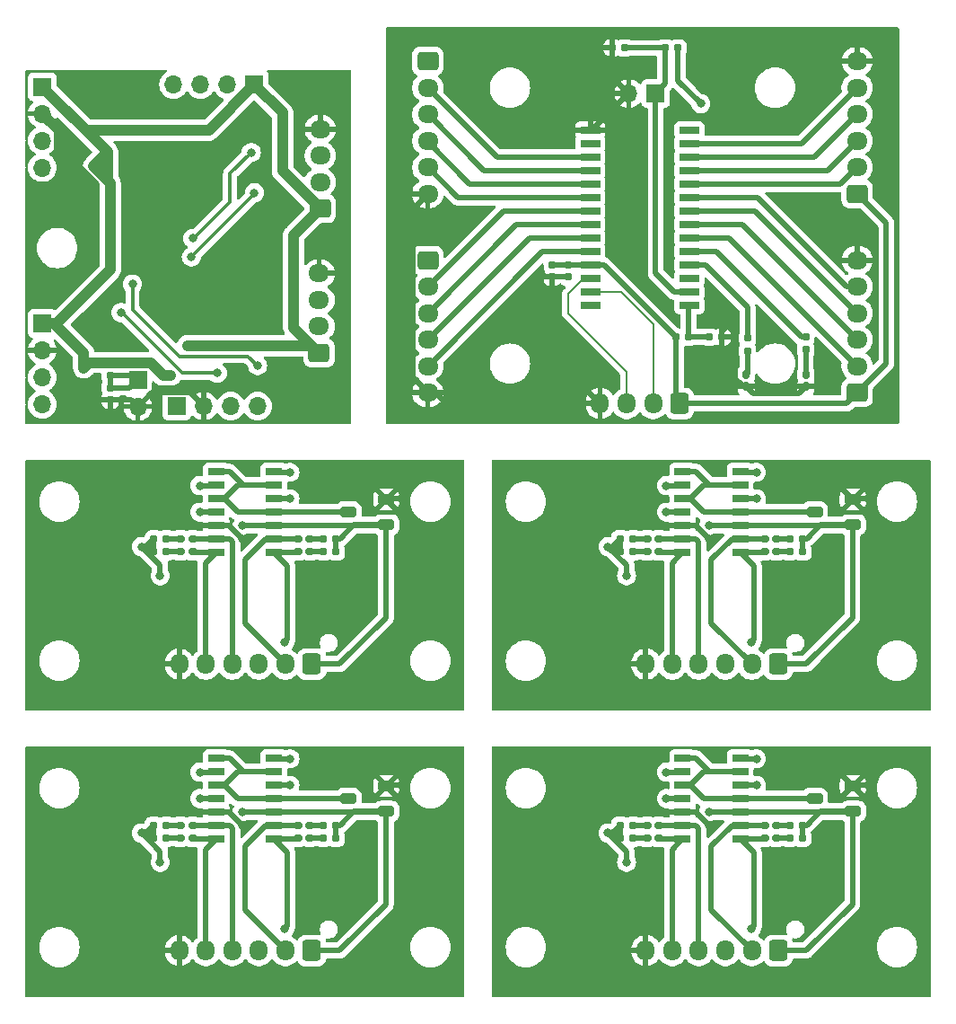
<source format=gbr>
%TF.GenerationSoftware,KiCad,Pcbnew,8.0.2*%
%TF.CreationDate,2024-05-05T14:43:22+02:00*%
%TF.ProjectId,Panelizacja 1,50616e65-6c69-47a6-9163-6a6120312e6b,rev?*%
%TF.SameCoordinates,Original*%
%TF.FileFunction,Copper,L1,Top*%
%TF.FilePolarity,Positive*%
%FSLAX46Y46*%
G04 Gerber Fmt 4.6, Leading zero omitted, Abs format (unit mm)*
G04 Created by KiCad (PCBNEW 8.0.2) date 2024-05-05 14:43:22*
%MOMM*%
%LPD*%
G01*
G04 APERTURE LIST*
G04 Aperture macros list*
%AMRoundRect*
0 Rectangle with rounded corners*
0 $1 Rounding radius*
0 $2 $3 $4 $5 $6 $7 $8 $9 X,Y pos of 4 corners*
0 Add a 4 corners polygon primitive as box body*
4,1,4,$2,$3,$4,$5,$6,$7,$8,$9,$2,$3,0*
0 Add four circle primitives for the rounded corners*
1,1,$1+$1,$2,$3*
1,1,$1+$1,$4,$5*
1,1,$1+$1,$6,$7*
1,1,$1+$1,$8,$9*
0 Add four rect primitives between the rounded corners*
20,1,$1+$1,$2,$3,$4,$5,0*
20,1,$1+$1,$4,$5,$6,$7,0*
20,1,$1+$1,$6,$7,$8,$9,0*
20,1,$1+$1,$8,$9,$2,$3,0*%
G04 Aperture macros list end*
%TA.AperFunction,SMDPad,CuDef*%
%ADD10RoundRect,0.155000X-0.155000X0.212500X-0.155000X-0.212500X0.155000X-0.212500X0.155000X0.212500X0*%
%TD*%
%TA.AperFunction,SMDPad,CuDef*%
%ADD11RoundRect,0.155000X0.212500X0.155000X-0.212500X0.155000X-0.212500X-0.155000X0.212500X-0.155000X0*%
%TD*%
%TA.AperFunction,ComponentPad*%
%ADD12R,1.700000X1.700000*%
%TD*%
%TA.AperFunction,ComponentPad*%
%ADD13O,1.700000X1.700000*%
%TD*%
%TA.AperFunction,SMDPad,CuDef*%
%ADD14RoundRect,0.160000X0.160000X-0.222500X0.160000X0.222500X-0.160000X0.222500X-0.160000X-0.222500X0*%
%TD*%
%TA.AperFunction,ComponentPad*%
%ADD15RoundRect,0.250000X0.600000X0.725000X-0.600000X0.725000X-0.600000X-0.725000X0.600000X-0.725000X0*%
%TD*%
%TA.AperFunction,ComponentPad*%
%ADD16O,1.700000X1.950000*%
%TD*%
%TA.AperFunction,ComponentPad*%
%ADD17RoundRect,0.250000X0.725000X-0.600000X0.725000X0.600000X-0.725000X0.600000X-0.725000X-0.600000X0*%
%TD*%
%TA.AperFunction,ComponentPad*%
%ADD18O,1.950000X1.700000*%
%TD*%
%TA.AperFunction,SMDPad,CuDef*%
%ADD19RoundRect,0.160000X-0.197500X-0.160000X0.197500X-0.160000X0.197500X0.160000X-0.197500X0.160000X0*%
%TD*%
%TA.AperFunction,SMDPad,CuDef*%
%ADD20R,1.850000X0.650000*%
%TD*%
%TA.AperFunction,ComponentPad*%
%ADD21RoundRect,0.250000X-0.725000X0.600000X-0.725000X-0.600000X0.725000X-0.600000X0.725000X0.600000X0*%
%TD*%
%TA.AperFunction,SMDPad,CuDef*%
%ADD22RoundRect,0.160000X-0.160000X0.197500X-0.160000X-0.197500X0.160000X-0.197500X0.160000X0.197500X0*%
%TD*%
%TA.AperFunction,SMDPad,CuDef*%
%ADD23RoundRect,0.160000X0.197500X0.160000X-0.197500X0.160000X-0.197500X-0.160000X0.197500X-0.160000X0*%
%TD*%
%TA.AperFunction,SMDPad,CuDef*%
%ADD24RoundRect,0.250000X0.500000X0.250000X-0.500000X0.250000X-0.500000X-0.250000X0.500000X-0.250000X0*%
%TD*%
%TA.AperFunction,SMDPad,CuDef*%
%ADD25RoundRect,0.160000X0.222500X0.160000X-0.222500X0.160000X-0.222500X-0.160000X0.222500X-0.160000X0*%
%TD*%
%TA.AperFunction,SMDPad,CuDef*%
%ADD26RoundRect,0.160000X-0.222500X-0.160000X0.222500X-0.160000X0.222500X0.160000X-0.222500X0.160000X0*%
%TD*%
%TA.AperFunction,SMDPad,CuDef*%
%ADD27R,1.525000X0.700000*%
%TD*%
%TA.AperFunction,ViaPad*%
%ADD28C,0.800000*%
%TD*%
%TA.AperFunction,Conductor*%
%ADD29C,0.500000*%
%TD*%
%TA.AperFunction,Conductor*%
%ADD30C,0.200000*%
%TD*%
%TA.AperFunction,Conductor*%
%ADD31C,1.000000*%
%TD*%
%TA.AperFunction,Conductor*%
%ADD32C,0.330000*%
%TD*%
G04 APERTURE END LIST*
D10*
%TO.P,C2,1*%
%TO.N,N/C*%
X66000000Y-48682500D03*
%TO.P,C2,2*%
X66000000Y-49817500D03*
%TD*%
D11*
%TO.P,C1,1*%
%TO.N,N/C*%
X72817500Y-28250000D03*
%TO.P,C1,2*%
X71682500Y-28250000D03*
%TD*%
D12*
%TO.P,J6,1,Pin_1*%
%TO.N,N/C*%
X75750000Y-32525000D03*
D13*
%TO.P,J6,2,Pin_2*%
X73210000Y-32525000D03*
%TD*%
D14*
%TO.P,D1,1,K*%
%TO.N,N/C*%
X84300000Y-60172500D03*
%TO.P,D1,2,A*%
X84300000Y-59027500D03*
%TD*%
D15*
%TO.P,J2,1,Pin_1*%
%TO.N,N/C*%
X78000000Y-61750000D03*
D16*
%TO.P,J2,2,Pin_2*%
X75500000Y-61750000D03*
%TO.P,J2,3,Pin_3*%
X73000000Y-61750000D03*
%TO.P,J2,4,Pin_4*%
X70500000Y-61750000D03*
%TD*%
D17*
%TO.P,J1,1,Pin_1*%
%TO.N,N/C*%
X94750000Y-60750000D03*
D18*
%TO.P,J1,2,Pin_2*%
X94750000Y-58250000D03*
%TO.P,J1,3,Pin_3*%
X94750000Y-55750000D03*
%TO.P,J1,4,Pin_4*%
X94750000Y-53250000D03*
%TO.P,J1,5,Pin_5*%
X94750000Y-50750000D03*
%TO.P,J1,6,Pin_6*%
X94750000Y-48250000D03*
%TD*%
D19*
%TO.P,R2,1*%
%TO.N,N/C*%
X80805000Y-55500000D03*
%TO.P,R2,2*%
X82000000Y-55500000D03*
%TD*%
D10*
%TO.P,C3,1*%
%TO.N,N/C*%
X67500000Y-48682500D03*
%TO.P,C3,2*%
X67500000Y-49817500D03*
%TD*%
D20*
%TO.P,IC1,1,VSS*%
%TO.N,N/C*%
X69575000Y-35995000D03*
%TO.P,IC1,2,NC_1*%
X69575000Y-37265000D03*
%TO.P,IC1,3,GPB0*%
X69575000Y-38535000D03*
%TO.P,IC1,4,GPB1*%
X69575000Y-39805000D03*
%TO.P,IC1,5,GPB2*%
X69575000Y-41075000D03*
%TO.P,IC1,6,GPB3*%
X69575000Y-42345000D03*
%TO.P,IC1,7,GPB4*%
X69575000Y-43615000D03*
%TO.P,IC1,8,GPB5*%
X69575000Y-44885000D03*
%TO.P,IC1,9,GPB6*%
X69575000Y-46155000D03*
%TO.P,IC1,10,GPB7*%
X69575000Y-47425000D03*
%TO.P,IC1,11,VDD*%
X69575000Y-48695000D03*
%TO.P,IC1,12,SCL*%
X69575000Y-49965000D03*
%TO.P,IC1,13,SDA*%
X69575000Y-51235000D03*
%TO.P,IC1,14,NC_2*%
X69575000Y-52505000D03*
%TO.P,IC1,15,ADDR*%
X78925000Y-52505000D03*
%TO.P,IC1,16,~{RESET}*%
X78925000Y-51235000D03*
%TO.P,IC1,17,NC_3*%
X78925000Y-49965000D03*
%TO.P,IC1,18,INTB*%
X78925000Y-48695000D03*
%TO.P,IC1,19,INTA*%
X78925000Y-47425000D03*
%TO.P,IC1,20,GPA0*%
X78925000Y-46155000D03*
%TO.P,IC1,21,GPA1*%
X78925000Y-44885000D03*
%TO.P,IC1,22,GPA2*%
X78925000Y-43615000D03*
%TO.P,IC1,23,GPA3*%
X78925000Y-42345000D03*
%TO.P,IC1,24,GPA4*%
X78925000Y-41075000D03*
%TO.P,IC1,25,GPA5*%
X78925000Y-39805000D03*
%TO.P,IC1,26,GPA6*%
X78925000Y-38535000D03*
%TO.P,IC1,27,GPA7*%
X78925000Y-37265000D03*
%TO.P,IC1,28,NC_4*%
X78925000Y-35995000D03*
%TD*%
D19*
%TO.P,R1,1*%
%TO.N,N/C*%
X77652500Y-55500000D03*
%TO.P,R1,2*%
X78847500Y-55500000D03*
%TD*%
D21*
%TO.P,J4,1,Pin_1*%
%TO.N,N/C*%
X54250000Y-29500000D03*
D18*
%TO.P,J4,2,Pin_2*%
X54250000Y-32000000D03*
%TO.P,J4,3,Pin_3*%
X54250000Y-34500000D03*
%TO.P,J4,4,Pin_4*%
X54250000Y-37000000D03*
%TO.P,J4,5,Pin_5*%
X54250000Y-39500000D03*
%TO.P,J4,6,Pin_6*%
X54250000Y-42000000D03*
%TD*%
D22*
%TO.P,R4,1*%
%TO.N,N/C*%
X84400000Y-55602500D03*
%TO.P,R4,2*%
X84400000Y-56797500D03*
%TD*%
D14*
%TO.P,D2,1,K*%
%TO.N,N/C*%
X89900000Y-60172500D03*
%TO.P,D2,2,A*%
X89900000Y-59027500D03*
%TD*%
D23*
%TO.P,R3,1*%
%TO.N,N/C*%
X77847500Y-28250000D03*
%TO.P,R3,2*%
X76652500Y-28250000D03*
%TD*%
D22*
%TO.P,R5,1*%
%TO.N,N/C*%
X89900000Y-55502500D03*
%TO.P,R5,2*%
X89900000Y-56697500D03*
%TD*%
D21*
%TO.P,J5,1,Pin_1*%
%TO.N,N/C*%
X54250000Y-48250000D03*
D18*
%TO.P,J5,2,Pin_2*%
X54250000Y-50750000D03*
%TO.P,J5,3,Pin_3*%
X54250000Y-53250000D03*
%TO.P,J5,4,Pin_4*%
X54250000Y-55750000D03*
%TO.P,J5,5,Pin_5*%
X54250000Y-58250000D03*
%TO.P,J5,6,Pin_6*%
X54250000Y-60750000D03*
%TD*%
D17*
%TO.P,J3,1,Pin_1*%
%TO.N,N/C*%
X94750000Y-42000000D03*
D18*
%TO.P,J3,2,Pin_2*%
X94750000Y-39500000D03*
%TO.P,J3,3,Pin_3*%
X94750000Y-37000000D03*
%TO.P,J3,4,Pin_4*%
X94750000Y-34500000D03*
%TO.P,J3,5,Pin_5*%
X94750000Y-32000000D03*
%TO.P,J3,6,Pin_6*%
X94750000Y-29500000D03*
%TD*%
D24*
%TO.P,RV1,1,1*%
%TO.N,N/C*%
X50350000Y-73200000D03*
%TO.P,RV1,2,2*%
X46750000Y-72000000D03*
%TO.P,RV1,3,3*%
X50350000Y-70800000D03*
%TD*%
D25*
%TO.P,D1,1,K*%
%TO.N,N/C*%
X32072500Y-75750000D03*
%TO.P,D1,2,A*%
X30927500Y-75750000D03*
%TD*%
D24*
%TO.P,RV1,1,1*%
%TO.N,N/C*%
X50350000Y-100200000D03*
%TO.P,RV1,2,2*%
X46750000Y-99000000D03*
%TO.P,RV1,3,3*%
X50350000Y-97800000D03*
%TD*%
D15*
%TO.P,J1,1,Pin_1*%
%TO.N,N/C*%
X43311000Y-113325000D03*
D16*
%TO.P,J1,2,Pin_2*%
X40811000Y-113325000D03*
%TO.P,J1,3,Pin_3*%
X38311000Y-113325000D03*
%TO.P,J1,4,Pin_4*%
X35811000Y-113325000D03*
%TO.P,J1,5,Pin_5*%
X33311000Y-113325000D03*
%TO.P,J1,6,Pin_6*%
X30811000Y-113325000D03*
%TD*%
D10*
%TO.P,C4,1*%
%TO.N,N/C*%
X24300000Y-60265000D03*
%TO.P,C4,2*%
X24300000Y-61400000D03*
%TD*%
D22*
%TO.P,R35,1*%
%TO.N,N/C*%
X24300000Y-57902500D03*
%TO.P,R35,2*%
X24300000Y-59097500D03*
%TD*%
D26*
%TO.P,D4,1,K*%
%TO.N,N/C*%
X42000000Y-102750000D03*
%TO.P,D4,2,A*%
X43145000Y-102750000D03*
%TD*%
D25*
%TO.P,D2,1,K*%
%TO.N,N/C*%
X76072500Y-101500000D03*
%TO.P,D2,2,A*%
X74927500Y-101500000D03*
%TD*%
D23*
%TO.P,R7,1*%
%TO.N,N/C*%
X89597500Y-102750000D03*
%TO.P,R7,2*%
X88402500Y-102750000D03*
%TD*%
%TO.P,R6,1*%
%TO.N,N/C*%
X45597500Y-101500000D03*
%TO.P,R6,2*%
X44402500Y-101500000D03*
%TD*%
%TO.P,R6,1*%
%TO.N,N/C*%
X89597500Y-101500000D03*
%TO.P,R6,2*%
X88402500Y-101500000D03*
%TD*%
D24*
%TO.P,RV1,1,1*%
%TO.N,N/C*%
X94350000Y-73200000D03*
%TO.P,RV1,2,2*%
X90750000Y-72000000D03*
%TO.P,RV1,3,3*%
X94350000Y-70800000D03*
%TD*%
D25*
%TO.P,D2,1,K*%
%TO.N,N/C*%
X32072500Y-101500000D03*
%TO.P,D2,2,A*%
X30927500Y-101500000D03*
%TD*%
D26*
%TO.P,D3,1,K*%
%TO.N,N/C*%
X86000000Y-101500000D03*
%TO.P,D3,2,A*%
X87145000Y-101500000D03*
%TD*%
D23*
%TO.P,R7,1*%
%TO.N,N/C*%
X45597500Y-102750000D03*
%TO.P,R7,2*%
X44402500Y-102750000D03*
%TD*%
%TO.P,R6,1*%
%TO.N,N/C*%
X45597500Y-74500000D03*
%TO.P,R6,2*%
X44402500Y-74500000D03*
%TD*%
D27*
%TO.P,U1,1*%
%TO.N,N/C*%
X39712000Y-75810000D03*
%TO.P,U1,2*%
X39712000Y-74540000D03*
%TO.P,U1,3,V+*%
X39712000Y-73270000D03*
%TO.P,U1,4,-*%
X39712000Y-72000000D03*
%TO.P,U1,5,+*%
X39712000Y-70730000D03*
%TO.P,U1,6,-*%
X39712000Y-69460000D03*
%TO.P,U1,7,+*%
X39712000Y-68190000D03*
%TO.P,U1,8,-*%
X34288000Y-68190000D03*
%TO.P,U1,9,+*%
X34288000Y-69460000D03*
%TO.P,U1,10,-*%
X34288000Y-70730000D03*
%TO.P,U1,11,+*%
X34288000Y-72000000D03*
%TO.P,U1,12,V-*%
X34288000Y-73270000D03*
%TO.P,U1,13*%
X34288000Y-74540000D03*
%TO.P,U1,14*%
X34288000Y-75810000D03*
%TD*%
D25*
%TO.P,D2,1,K*%
%TO.N,N/C*%
X76072500Y-74500000D03*
%TO.P,D2,2,A*%
X74927500Y-74500000D03*
%TD*%
D12*
%TO.P,J2,1,Pin_1*%
%TO.N,N/C*%
X30580000Y-62000000D03*
D13*
%TO.P,J2,2,Pin_2*%
X33120000Y-62000000D03*
%TO.P,J2,3,Pin_3*%
X35660000Y-62000000D03*
%TO.P,J2,4,Pin_4*%
X38200000Y-62000000D03*
%TD*%
D23*
%TO.P,R7,1*%
%TO.N,N/C*%
X89597500Y-75750000D03*
%TO.P,R7,2*%
X88402500Y-75750000D03*
%TD*%
D12*
%TO.P,J4,1,Pin_1*%
%TO.N,N/C*%
X17900000Y-31900000D03*
D13*
%TO.P,J4,2,Pin_2*%
X17900000Y-34440000D03*
%TO.P,J4,3,Pin_3*%
X17900000Y-36980000D03*
%TO.P,J4,4,Pin_4*%
X17900000Y-39520000D03*
%TD*%
D19*
%TO.P,R12,1*%
%TO.N,N/C*%
X72402500Y-75750000D03*
%TO.P,R12,2*%
X73597500Y-75750000D03*
%TD*%
D26*
%TO.P,D3,1,K*%
%TO.N,N/C*%
X42000000Y-101500000D03*
%TO.P,D3,2,A*%
X43145000Y-101500000D03*
%TD*%
D25*
%TO.P,D1,1,K*%
%TO.N,N/C*%
X32072500Y-102750000D03*
%TO.P,D1,2,A*%
X30927500Y-102750000D03*
%TD*%
D19*
%TO.P,R1,1*%
%TO.N,N/C*%
X28402500Y-101500000D03*
%TO.P,R1,2*%
X29597500Y-101500000D03*
%TD*%
%TO.P,R12,1*%
%TO.N,N/C*%
X28402500Y-75750000D03*
%TO.P,R12,2*%
X29597500Y-75750000D03*
%TD*%
D12*
%TO.P,J6,1,Pin_1*%
%TO.N,N/C*%
X26900000Y-59500000D03*
D13*
%TO.P,J6,2,Pin_2*%
X26900000Y-62040000D03*
%TD*%
D25*
%TO.P,D2,1,K*%
%TO.N,N/C*%
X32072500Y-74500000D03*
%TO.P,D2,2,A*%
X30927500Y-74500000D03*
%TD*%
%TO.P,D1,1,K*%
%TO.N,N/C*%
X76072500Y-75750000D03*
%TO.P,D1,2,A*%
X74927500Y-75750000D03*
%TD*%
D19*
%TO.P,R1,1*%
%TO.N,N/C*%
X72402500Y-101500000D03*
%TO.P,R1,2*%
X73597500Y-101500000D03*
%TD*%
D24*
%TO.P,RV1,1,1*%
%TO.N,N/C*%
X94350000Y-100200000D03*
%TO.P,RV1,2,2*%
X90750000Y-99000000D03*
%TO.P,RV1,3,3*%
X94350000Y-97800000D03*
%TD*%
D26*
%TO.P,D4,1,K*%
%TO.N,N/C*%
X86000000Y-75750000D03*
%TO.P,D4,2,A*%
X87145000Y-75750000D03*
%TD*%
D27*
%TO.P,U1,1*%
%TO.N,N/C*%
X83712000Y-102810000D03*
%TO.P,U1,2*%
X83712000Y-101540000D03*
%TO.P,U1,3,V+*%
X83712000Y-100270000D03*
%TO.P,U1,4,-*%
X83712000Y-99000000D03*
%TO.P,U1,5,+*%
X83712000Y-97730000D03*
%TO.P,U1,6,-*%
X83712000Y-96460000D03*
%TO.P,U1,7,+*%
X83712000Y-95190000D03*
%TO.P,U1,8,-*%
X78288000Y-95190000D03*
%TO.P,U1,9,+*%
X78288000Y-96460000D03*
%TO.P,U1,10,-*%
X78288000Y-97730000D03*
%TO.P,U1,11,+*%
X78288000Y-99000000D03*
%TO.P,U1,12,V-*%
X78288000Y-100270000D03*
%TO.P,U1,13*%
X78288000Y-101540000D03*
%TO.P,U1,14*%
X78288000Y-102810000D03*
%TD*%
D19*
%TO.P,R1,1*%
%TO.N,N/C*%
X72402500Y-74500000D03*
%TO.P,R1,2*%
X73597500Y-74500000D03*
%TD*%
D26*
%TO.P,D3,1,K*%
%TO.N,N/C*%
X42000000Y-74500000D03*
%TO.P,D3,2,A*%
X43145000Y-74500000D03*
%TD*%
D15*
%TO.P,J1,1,Pin_1*%
%TO.N,N/C*%
X87311000Y-86325000D03*
D16*
%TO.P,J1,2,Pin_2*%
X84811000Y-86325000D03*
%TO.P,J1,3,Pin_3*%
X82311000Y-86325000D03*
%TO.P,J1,4,Pin_4*%
X79811000Y-86325000D03*
%TO.P,J1,5,Pin_5*%
X77311000Y-86325000D03*
%TO.P,J1,6,Pin_6*%
X74811000Y-86325000D03*
%TD*%
D19*
%TO.P,R12,1*%
%TO.N,N/C*%
X72402500Y-102750000D03*
%TO.P,R12,2*%
X73597500Y-102750000D03*
%TD*%
D17*
%TO.P,J7,1,Pin_1*%
%TO.N,N/C*%
X44100000Y-43400000D03*
D18*
%TO.P,J7,2,Pin_2*%
X44100000Y-40900000D03*
%TO.P,J7,3,Pin_3*%
X44100000Y-38400000D03*
%TO.P,J7,4,Pin_4*%
X44100000Y-35900000D03*
%TD*%
D12*
%TO.P,J3,1,Pin_1*%
%TO.N,N/C*%
X17900000Y-54220000D03*
D13*
%TO.P,J3,2,Pin_2*%
X17900000Y-56760000D03*
%TO.P,J3,3,Pin_3*%
X17900000Y-59300000D03*
%TO.P,J3,4,Pin_4*%
X17900000Y-61840000D03*
%TD*%
D26*
%TO.P,D3,1,K*%
%TO.N,N/C*%
X86000000Y-74500000D03*
%TO.P,D3,2,A*%
X87145000Y-74500000D03*
%TD*%
D19*
%TO.P,R12,1*%
%TO.N,N/C*%
X28402500Y-102750000D03*
%TO.P,R12,2*%
X29597500Y-102750000D03*
%TD*%
D15*
%TO.P,J1,1,Pin_1*%
%TO.N,N/C*%
X43311000Y-86325000D03*
D16*
%TO.P,J1,2,Pin_2*%
X40811000Y-86325000D03*
%TO.P,J1,3,Pin_3*%
X38311000Y-86325000D03*
%TO.P,J1,4,Pin_4*%
X35811000Y-86325000D03*
%TO.P,J1,5,Pin_5*%
X33311000Y-86325000D03*
%TO.P,J1,6,Pin_6*%
X30811000Y-86325000D03*
%TD*%
D19*
%TO.P,R1,1*%
%TO.N,N/C*%
X28402500Y-74500000D03*
%TO.P,R1,2*%
X29597500Y-74500000D03*
%TD*%
D26*
%TO.P,D4,1,K*%
%TO.N,N/C*%
X86000000Y-102750000D03*
%TO.P,D4,2,A*%
X87145000Y-102750000D03*
%TD*%
D23*
%TO.P,R7,1*%
%TO.N,N/C*%
X45597500Y-75750000D03*
%TO.P,R7,2*%
X44402500Y-75750000D03*
%TD*%
D12*
%TO.P,J5,1,Pin_1*%
%TO.N,N/C*%
X37900000Y-31700000D03*
D13*
%TO.P,J5,2,Pin_2*%
X35360000Y-31700000D03*
%TO.P,J5,3,Pin_3*%
X32820000Y-31700000D03*
%TO.P,J5,4,Pin_4*%
X30280000Y-31700000D03*
%TD*%
D26*
%TO.P,D4,1,K*%
%TO.N,N/C*%
X42000000Y-75750000D03*
%TO.P,D4,2,A*%
X43145000Y-75750000D03*
%TD*%
D27*
%TO.P,U1,1*%
%TO.N,N/C*%
X83712000Y-75810000D03*
%TO.P,U1,2*%
X83712000Y-74540000D03*
%TO.P,U1,3,V+*%
X83712000Y-73270000D03*
%TO.P,U1,4,-*%
X83712000Y-72000000D03*
%TO.P,U1,5,+*%
X83712000Y-70730000D03*
%TO.P,U1,6,-*%
X83712000Y-69460000D03*
%TO.P,U1,7,+*%
X83712000Y-68190000D03*
%TO.P,U1,8,-*%
X78288000Y-68190000D03*
%TO.P,U1,9,+*%
X78288000Y-69460000D03*
%TO.P,U1,10,-*%
X78288000Y-70730000D03*
%TO.P,U1,11,+*%
X78288000Y-72000000D03*
%TO.P,U1,12,V-*%
X78288000Y-73270000D03*
%TO.P,U1,13*%
X78288000Y-74540000D03*
%TO.P,U1,14*%
X78288000Y-75810000D03*
%TD*%
D17*
%TO.P,J1,1,Pin_1*%
%TO.N,N/C*%
X44000000Y-57000000D03*
D18*
%TO.P,J1,2,Pin_2*%
X44000000Y-54500000D03*
%TO.P,J1,3,Pin_3*%
X44000000Y-52000000D03*
%TO.P,J1,4,Pin_4*%
X44000000Y-49500000D03*
%TD*%
D25*
%TO.P,D1,1,K*%
%TO.N,N/C*%
X76072500Y-102750000D03*
%TO.P,D1,2,A*%
X74927500Y-102750000D03*
%TD*%
D15*
%TO.P,J1,1,Pin_1*%
%TO.N,N/C*%
X87311000Y-113325000D03*
D16*
%TO.P,J1,2,Pin_2*%
X84811000Y-113325000D03*
%TO.P,J1,3,Pin_3*%
X82311000Y-113325000D03*
%TO.P,J1,4,Pin_4*%
X79811000Y-113325000D03*
%TO.P,J1,5,Pin_5*%
X77311000Y-113325000D03*
%TO.P,J1,6,Pin_6*%
X74811000Y-113325000D03*
%TD*%
D23*
%TO.P,R6,1*%
%TO.N,N/C*%
X89597500Y-74500000D03*
%TO.P,R6,2*%
X88402500Y-74500000D03*
%TD*%
D27*
%TO.P,U1,1*%
%TO.N,N/C*%
X39712000Y-102810000D03*
%TO.P,U1,2*%
X39712000Y-101540000D03*
%TO.P,U1,3,V+*%
X39712000Y-100270000D03*
%TO.P,U1,4,-*%
X39712000Y-99000000D03*
%TO.P,U1,5,+*%
X39712000Y-97730000D03*
%TO.P,U1,6,-*%
X39712000Y-96460000D03*
%TO.P,U1,7,+*%
X39712000Y-95190000D03*
%TO.P,U1,8,-*%
X34288000Y-95190000D03*
%TO.P,U1,9,+*%
X34288000Y-96460000D03*
%TO.P,U1,10,-*%
X34288000Y-97730000D03*
%TO.P,U1,11,+*%
X34288000Y-99000000D03*
%TO.P,U1,12,V-*%
X34288000Y-100270000D03*
%TO.P,U1,13*%
X34288000Y-101540000D03*
%TO.P,U1,14*%
X34288000Y-102810000D03*
%TD*%
D28*
%TO.N,*%
X83250000Y-53750000D03*
X80000000Y-33500000D03*
X65000000Y-49750000D03*
X66250000Y-36000000D03*
X86250000Y-82500000D03*
X51750000Y-70750000D03*
X95750000Y-70750000D03*
X41250000Y-95250000D03*
X85250000Y-68250000D03*
X71250000Y-102250000D03*
X31600000Y-56300000D03*
X31800000Y-41200000D03*
X32750000Y-99000000D03*
X41250000Y-70750000D03*
X34400000Y-58900000D03*
X73000000Y-105000000D03*
X36750000Y-101500000D03*
X26400000Y-50500000D03*
X41250000Y-68250000D03*
X30016637Y-59083363D03*
X22700000Y-39400000D03*
X76750000Y-69500000D03*
X84750000Y-84250000D03*
X51750000Y-97750000D03*
X40750000Y-84250000D03*
X42250000Y-82500000D03*
X80750000Y-73250000D03*
X76750000Y-96500000D03*
X93000000Y-76750000D03*
X32750000Y-96500000D03*
X49000000Y-76750000D03*
X29000000Y-78000000D03*
X36750000Y-73250000D03*
X91000000Y-77500000D03*
X91000000Y-104500000D03*
X38200000Y-58200000D03*
X76750000Y-99000000D03*
X37900000Y-41900000D03*
X36750000Y-74500000D03*
X85250000Y-97750000D03*
X37600000Y-38100000D03*
X32750000Y-72000000D03*
X93000000Y-103750000D03*
X21800000Y-58400000D03*
X42250000Y-109500000D03*
X40550000Y-39850000D03*
X27250000Y-102250000D03*
X36700000Y-36200000D03*
X80750000Y-101500000D03*
X20600000Y-50700000D03*
X31950000Y-47950000D03*
X29000000Y-105000000D03*
X95750000Y-97750000D03*
X80750000Y-74500000D03*
X84750000Y-111250000D03*
X27250000Y-75250000D03*
X40750000Y-111250000D03*
X86250000Y-109500000D03*
X32100000Y-46200000D03*
X32750000Y-69500000D03*
X31600000Y-36000000D03*
X25300000Y-53200000D03*
X47000000Y-77500000D03*
X47000000Y-104500000D03*
X41250000Y-97750000D03*
X85250000Y-70750000D03*
X49000000Y-103750000D03*
X80750000Y-100250000D03*
X71250000Y-75250000D03*
X36750000Y-100250000D03*
X73000000Y-78000000D03*
X85250000Y-95250000D03*
X76750000Y-72000000D03*
%TD*%
D29*
%TO.N,*%
X78000000Y-61500000D02*
X77652500Y-61152500D01*
X78847500Y-52582500D02*
X78925000Y-52505000D01*
X71682500Y-30997500D02*
X71682500Y-28250000D01*
X93175000Y-41075000D02*
X78925000Y-41075000D01*
X85115000Y-43615000D02*
X78925000Y-43615000D01*
X66000000Y-57250000D02*
X70500000Y-61750000D01*
X55000000Y-60750000D02*
X56000000Y-61750000D01*
X66255000Y-35995000D02*
X69575000Y-35995000D01*
D30*
X75500000Y-54250000D02*
X72485000Y-51235000D01*
D29*
X78000000Y-61750000D02*
X93750000Y-61750000D01*
D30*
X67500000Y-51440000D02*
X68975000Y-49965000D01*
D29*
X77847500Y-31347500D02*
X80000000Y-33500000D01*
X78925000Y-51235000D02*
X77500000Y-51235000D01*
X94750000Y-58250000D02*
X82655000Y-46155000D01*
X78925000Y-48695000D02*
X80445000Y-48695000D01*
X63845000Y-46155000D02*
X69575000Y-46155000D01*
X72817500Y-28250000D02*
X76652500Y-28250000D01*
X97500000Y-44750000D02*
X94750000Y-42000000D01*
X94750000Y-34500000D02*
X90715000Y-38535000D01*
X82655000Y-46155000D02*
X78925000Y-46155000D01*
X61385000Y-43615000D02*
X69575000Y-43615000D01*
X52825000Y-43425000D02*
X54250000Y-42000000D01*
X67500000Y-49817500D02*
X66000000Y-49817500D01*
X65067500Y-49817500D02*
X65000000Y-49750000D01*
X78847500Y-55500000D02*
X78847500Y-52582500D01*
X84927500Y-60800000D02*
X84300000Y-60172500D01*
D30*
X72485000Y-51235000D02*
X69575000Y-51235000D01*
X73000000Y-61750000D02*
X73000000Y-58750000D01*
D29*
X81425000Y-47425000D02*
X89502500Y-55502500D01*
X66000000Y-49817500D02*
X66000000Y-57250000D01*
X65075000Y-47425000D02*
X69575000Y-47425000D01*
X66250000Y-36000000D02*
X66255000Y-35995000D01*
D30*
X75500000Y-61750000D02*
X75500000Y-54250000D01*
D29*
X54250000Y-53250000D02*
X62615000Y-44885000D01*
X54250000Y-32000000D02*
X60785000Y-38535000D01*
X94750000Y-32000000D02*
X89485000Y-37265000D01*
X89485000Y-37265000D02*
X78925000Y-37265000D01*
X54250000Y-60750000D02*
X55000000Y-60750000D01*
X80805000Y-55500000D02*
X78847500Y-55500000D01*
X89502500Y-55502500D02*
X89900000Y-55502500D01*
X58200000Y-41075000D02*
X69575000Y-41075000D01*
X69575000Y-35995000D02*
X69740000Y-35995000D01*
X69575000Y-48695000D02*
X67512500Y-48695000D01*
X77652500Y-55500000D02*
X70847500Y-48695000D01*
X89900000Y-56697500D02*
X89900000Y-59027500D01*
X54250000Y-39500000D02*
X57095000Y-42345000D01*
X60785000Y-38535000D02*
X69575000Y-38535000D01*
X94750000Y-50750000D02*
X93750000Y-50750000D01*
X54250000Y-34500000D02*
X59555000Y-39805000D01*
X67512500Y-48695000D02*
X67500000Y-48682500D01*
X83885000Y-44885000D02*
X78925000Y-44885000D01*
X76652500Y-28250000D02*
X76652500Y-31622500D01*
X84400000Y-52650000D02*
X84400000Y-55602500D01*
X75750000Y-49485000D02*
X75750000Y-32525000D01*
X82000000Y-58192499D02*
X83980001Y-60172500D01*
X59555000Y-39805000D02*
X69575000Y-39805000D01*
X93750000Y-50750000D02*
X85345000Y-42345000D01*
X84400000Y-56797500D02*
X84400000Y-58927500D01*
X70847500Y-48695000D02*
X69575000Y-48695000D01*
X94750000Y-39500000D02*
X93175000Y-41075000D01*
X56000000Y-61750000D02*
X70500000Y-61750000D01*
X69740000Y-35995000D02*
X73210000Y-32525000D01*
X66000000Y-49817500D02*
X65067500Y-49817500D01*
X97500000Y-58000000D02*
X97500000Y-44750000D01*
X89900000Y-60172500D02*
X89272500Y-60800000D01*
X67500000Y-48682500D02*
X66000000Y-48682500D01*
X62615000Y-44885000D02*
X69575000Y-44885000D01*
X54250000Y-60750000D02*
X52825000Y-59325000D01*
X54250000Y-37125000D02*
X58200000Y-41075000D01*
X90715000Y-38535000D02*
X78925000Y-38535000D01*
X54250000Y-37000000D02*
X54250000Y-37125000D01*
X73210000Y-32525000D02*
X71682500Y-30997500D01*
X83980001Y-60172500D02*
X84300000Y-60172500D01*
D30*
X73000000Y-58750000D02*
X67500000Y-53250000D01*
D29*
X89272500Y-60800000D02*
X84927500Y-60800000D01*
X77652500Y-61152500D02*
X77652500Y-55500000D01*
X80445000Y-48695000D02*
X84400000Y-52650000D01*
X54250000Y-50750000D02*
X61385000Y-43615000D01*
X94750000Y-37000000D02*
X91945000Y-39805000D01*
X94750000Y-53250000D02*
X85115000Y-43615000D01*
D30*
X67500000Y-53250000D02*
X67500000Y-51440000D01*
D29*
X77847500Y-28250000D02*
X77847500Y-31347500D01*
X82000000Y-55500000D02*
X82000000Y-58192499D01*
X91945000Y-39805000D02*
X78925000Y-39805000D01*
D30*
X68975000Y-49965000D02*
X69575000Y-49965000D01*
D29*
X57095000Y-42345000D02*
X69575000Y-42345000D01*
X82000000Y-55000000D02*
X83250000Y-53750000D01*
X78000000Y-61750000D02*
X78000000Y-61500000D01*
X93750000Y-61750000D02*
X94750000Y-60750000D01*
X82000000Y-55500000D02*
X82000000Y-55000000D01*
X78925000Y-47425000D02*
X81425000Y-47425000D01*
X54250000Y-58250000D02*
X65075000Y-47425000D01*
X94750000Y-60750000D02*
X97500000Y-58000000D01*
X52825000Y-59325000D02*
X52825000Y-43425000D01*
X54250000Y-55750000D02*
X63845000Y-46155000D01*
X76652500Y-31622500D02*
X75750000Y-32525000D01*
X94750000Y-55750000D02*
X83885000Y-44885000D01*
X84400000Y-58927500D02*
X84300000Y-59027500D01*
X77500000Y-51235000D02*
X75750000Y-49485000D01*
X85345000Y-42345000D02*
X78925000Y-42345000D01*
X89597500Y-74500000D02*
X89597500Y-75750000D01*
X32112500Y-101540000D02*
X32072500Y-101500000D01*
X39712000Y-102810000D02*
X41940000Y-102810000D01*
X28402500Y-74500000D02*
X28402500Y-75750000D01*
X34248000Y-69500000D02*
X34288000Y-69460000D01*
X39712000Y-69460000D02*
X36820500Y-69460000D01*
X79811000Y-74800500D02*
X79550500Y-74540000D01*
X33311000Y-76787000D02*
X34288000Y-75810000D01*
X77311000Y-113325000D02*
X77311000Y-103787000D01*
X78288000Y-97730000D02*
X79030500Y-97730000D01*
X50300000Y-81950000D02*
X50300000Y-73200000D01*
X91750000Y-103750000D02*
X91000000Y-104500000D01*
X24300000Y-60265000D02*
X26135000Y-60265000D01*
X76750000Y-99000000D02*
X78288000Y-99000000D01*
X40750000Y-111250000D02*
X41000000Y-111000000D01*
X36750000Y-101500000D02*
X35500000Y-100250000D01*
X85000000Y-84000000D02*
X85000000Y-77098000D01*
X36300500Y-99000000D02*
X35030500Y-97730000D01*
X78308000Y-73250000D02*
X78288000Y-73270000D01*
X24300000Y-60265000D02*
X24300000Y-59097500D01*
X73000000Y-105000000D02*
X73000000Y-104000000D01*
X81000000Y-82514000D02*
X81000000Y-76500000D01*
X26260000Y-61400000D02*
X26900000Y-62040000D01*
X41000000Y-111000000D02*
X41000000Y-104098000D01*
X45597500Y-101500000D02*
X46000000Y-101500000D01*
X73000000Y-77000000D02*
X71250000Y-75250000D01*
X85960000Y-101540000D02*
X86000000Y-101500000D01*
X73597500Y-101500000D02*
X74927500Y-101500000D01*
X27652500Y-102250000D02*
X28402500Y-101500000D01*
X36300500Y-72000000D02*
X35030500Y-70730000D01*
D31*
X30016637Y-59083363D02*
X29283363Y-59083363D01*
D29*
X91300000Y-73200000D02*
X94300000Y-73200000D01*
X32112500Y-74540000D02*
X32072500Y-74500000D01*
X71652500Y-102250000D02*
X72402500Y-101500000D01*
X43145000Y-74500000D02*
X44402500Y-74500000D01*
X73000000Y-78000000D02*
X73000000Y-77000000D01*
X43000000Y-109500000D02*
X47000000Y-105500000D01*
X47000000Y-78500000D02*
X47000000Y-77500000D01*
X26135000Y-60265000D02*
X26900000Y-59500000D01*
X49000000Y-103750000D02*
X47750000Y-103750000D01*
X71250000Y-102250000D02*
X71652500Y-102250000D01*
X79550500Y-95190000D02*
X78288000Y-95190000D01*
X24300000Y-59097500D02*
X26497500Y-59097500D01*
X90000000Y-74500000D02*
X91300000Y-73200000D01*
X32750000Y-96500000D02*
X34248000Y-96500000D01*
X35811000Y-74800500D02*
X35550500Y-74540000D01*
X83712000Y-96460000D02*
X80820500Y-96460000D01*
X76750000Y-72000000D02*
X78288000Y-72000000D01*
D31*
X41600000Y-54600000D02*
X41600000Y-45900000D01*
X44100000Y-43400000D02*
X40550000Y-39850000D01*
X17900000Y-31900000D02*
X24050000Y-38050000D01*
D32*
X31950000Y-47950000D02*
X37900000Y-42000000D01*
D29*
X32750000Y-99000000D02*
X34288000Y-99000000D01*
X89925000Y-113325000D02*
X94300000Y-108950000D01*
X47300000Y-100200000D02*
X50300000Y-100200000D01*
X41000000Y-84000000D02*
X41000000Y-77098000D01*
X94300000Y-108950000D02*
X94300000Y-100200000D01*
X94230000Y-73270000D02*
X94300000Y-73200000D01*
X29000000Y-78000000D02*
X29000000Y-77000000D01*
X47750000Y-76750000D02*
X47000000Y-77500000D01*
D32*
X37600000Y-38100000D02*
X35600000Y-40100000D01*
D29*
X83712000Y-75810000D02*
X85940000Y-75810000D01*
X71250000Y-75250000D02*
X71902500Y-75250000D01*
X72402500Y-74500000D02*
X72402500Y-75750000D01*
X85940000Y-75810000D02*
X86000000Y-75750000D01*
X73000000Y-104000000D02*
X71250000Y-102250000D01*
X30927500Y-102750000D02*
X29597500Y-102750000D01*
X76132500Y-75810000D02*
X76072500Y-75750000D01*
X34308000Y-100250000D02*
X34288000Y-100270000D01*
X47000000Y-105500000D02*
X47000000Y-104500000D01*
X36750000Y-73250000D02*
X36770000Y-73270000D01*
X28402500Y-101500000D02*
X28402500Y-102750000D01*
X42250000Y-82500000D02*
X43000000Y-82500000D01*
X87145000Y-102750000D02*
X88402500Y-102750000D01*
X29000000Y-105000000D02*
X29000000Y-104000000D01*
D32*
X31100000Y-58900000D02*
X34400000Y-58900000D01*
D29*
X87311000Y-86325000D02*
X89925000Y-86325000D01*
X37000000Y-76500000D02*
X38960000Y-74540000D01*
D31*
X24050000Y-39500000D02*
X24050000Y-40750000D01*
D29*
X34288000Y-97730000D02*
X35030500Y-97730000D01*
X87145000Y-101500000D02*
X88402500Y-101500000D01*
D31*
X22809036Y-41206092D02*
X19450000Y-37847056D01*
D29*
X74927500Y-102750000D02*
X73597500Y-102750000D01*
X49000000Y-76750000D02*
X47750000Y-76750000D01*
X93000000Y-103750000D02*
X91750000Y-103750000D01*
X34288000Y-70730000D02*
X35030500Y-70730000D01*
X34308000Y-73250000D02*
X34288000Y-73270000D01*
X78288000Y-74540000D02*
X76112500Y-74540000D01*
D31*
X29283363Y-59083363D02*
X28102500Y-57902500D01*
D29*
X39732000Y-70750000D02*
X39712000Y-70730000D01*
X41940000Y-102810000D02*
X42000000Y-102750000D01*
X80820500Y-69460000D02*
X79550500Y-68190000D01*
X50300000Y-108950000D02*
X50300000Y-100200000D01*
X91300000Y-100200000D02*
X94300000Y-100200000D01*
X39712000Y-74540000D02*
X41960000Y-74540000D01*
X90700000Y-99000000D02*
X83712000Y-99000000D01*
X79811000Y-86325000D02*
X79811000Y-74800500D01*
D31*
X44000000Y-57000000D02*
X41600000Y-54600000D01*
D29*
X43000000Y-82500000D02*
X47000000Y-78500000D01*
X26900000Y-62040000D02*
X28240000Y-60700000D01*
X87000000Y-109500000D02*
X91000000Y-105500000D01*
X42250000Y-109500000D02*
X43000000Y-109500000D01*
X38960000Y-74540000D02*
X39712000Y-74540000D01*
X40811000Y-86325000D02*
X37000000Y-82514000D01*
X39712000Y-101540000D02*
X41960000Y-101540000D01*
D31*
X19240000Y-54220000D02*
X17900000Y-54220000D01*
D29*
X93000000Y-76750000D02*
X91750000Y-76750000D01*
X90700000Y-72000000D02*
X83712000Y-72000000D01*
X47750000Y-103750000D02*
X47000000Y-104500000D01*
X41250000Y-95250000D02*
X39772000Y-95250000D01*
X76132500Y-102810000D02*
X76072500Y-102750000D01*
X91750000Y-76750000D02*
X91000000Y-77500000D01*
X27250000Y-102250000D02*
X27652500Y-102250000D01*
X84750000Y-84250000D02*
X85000000Y-84000000D01*
X32132500Y-75810000D02*
X32072500Y-75750000D01*
X50230000Y-73270000D02*
X50300000Y-73200000D01*
X76750000Y-69500000D02*
X78248000Y-69500000D01*
X32750000Y-72000000D02*
X34288000Y-72000000D01*
X47300000Y-73200000D02*
X50300000Y-73200000D01*
D31*
X22700000Y-39400000D02*
X24300000Y-41000000D01*
D29*
X27902500Y-75250000D02*
X28402500Y-75750000D01*
X80300500Y-96460000D02*
X83712000Y-96460000D01*
X85000000Y-77098000D02*
X83712000Y-75810000D01*
X86250000Y-82500000D02*
X87000000Y-82500000D01*
X27250000Y-75250000D02*
X27902500Y-75250000D01*
X45925000Y-86325000D02*
X50300000Y-81950000D01*
X81000000Y-76500000D02*
X82960000Y-74540000D01*
X45597500Y-101500000D02*
X45597500Y-102750000D01*
X41960000Y-74540000D02*
X42000000Y-74500000D01*
X85000000Y-111000000D02*
X85000000Y-104098000D01*
X94230000Y-100270000D02*
X94300000Y-100200000D01*
X80750000Y-100250000D02*
X80770000Y-100270000D01*
X27250000Y-102250000D02*
X27902500Y-102250000D01*
X78248000Y-69500000D02*
X78288000Y-69460000D01*
X43311000Y-86325000D02*
X45925000Y-86325000D01*
X85940000Y-102810000D02*
X86000000Y-102750000D01*
X78308000Y-100250000D02*
X78288000Y-100270000D01*
X87145000Y-75750000D02*
X88402500Y-75750000D01*
X40811000Y-113325000D02*
X37000000Y-109514000D01*
X95750000Y-70750000D02*
X94350000Y-70750000D01*
X36820500Y-69460000D02*
X35550500Y-68190000D01*
X35030500Y-70730000D02*
X36300500Y-69460000D01*
X94350000Y-97750000D02*
X94300000Y-97800000D01*
X35550500Y-101540000D02*
X34288000Y-101540000D01*
X80750000Y-74500000D02*
X79500000Y-73250000D01*
X39712000Y-99000000D02*
X36300500Y-99000000D01*
X80820500Y-96460000D02*
X79550500Y-95190000D01*
X45925000Y-113325000D02*
X50300000Y-108950000D01*
X37000000Y-103500000D02*
X38960000Y-101540000D01*
X87145000Y-74500000D02*
X88402500Y-74500000D01*
D31*
X40550000Y-34350000D02*
X37900000Y-31700000D01*
D29*
X26497500Y-59097500D02*
X26900000Y-59500000D01*
D32*
X26400000Y-52900000D02*
X26400000Y-50500000D01*
D31*
X33600000Y-36000000D02*
X31600000Y-36000000D01*
D29*
X85250000Y-68250000D02*
X83772000Y-68250000D01*
X85250000Y-95250000D02*
X83772000Y-95250000D01*
X79030500Y-97730000D02*
X80300500Y-96460000D01*
X71902500Y-102250000D02*
X72402500Y-102750000D01*
D31*
X19450000Y-37847056D02*
X19450000Y-35990000D01*
D29*
X36700000Y-36200000D02*
X31800000Y-41100000D01*
D31*
X22297500Y-57902500D02*
X24300000Y-57902500D01*
D29*
X76750000Y-96500000D02*
X78248000Y-96500000D01*
D32*
X32200000Y-46200000D02*
X32100000Y-46200000D01*
D29*
X33311000Y-103787000D02*
X34288000Y-102810000D01*
X73597500Y-74500000D02*
X74927500Y-74500000D01*
X79550500Y-74540000D02*
X78288000Y-74540000D01*
X41250000Y-97750000D02*
X39732000Y-97750000D01*
X82960000Y-101540000D02*
X83712000Y-101540000D01*
D31*
X22809036Y-48490964D02*
X22809036Y-41206092D01*
D29*
X86250000Y-109500000D02*
X87000000Y-109500000D01*
X51750000Y-97750000D02*
X50350000Y-97750000D01*
X84750000Y-111250000D02*
X85000000Y-111000000D01*
X76112500Y-74540000D02*
X76072500Y-74500000D01*
X39712000Y-96460000D02*
X36820500Y-96460000D01*
D32*
X38200000Y-58200000D02*
X37300000Y-57300000D01*
D29*
X29597500Y-101500000D02*
X30927500Y-101500000D01*
X34288000Y-102810000D02*
X32132500Y-102810000D01*
X83712000Y-100270000D02*
X94230000Y-100270000D01*
X36300500Y-96460000D02*
X39712000Y-96460000D01*
X36770000Y-73270000D02*
X39712000Y-73270000D01*
X50230000Y-100270000D02*
X50300000Y-100200000D01*
X83712000Y-101540000D02*
X85960000Y-101540000D01*
X85250000Y-97750000D02*
X83732000Y-97750000D01*
X39712000Y-72000000D02*
X36300500Y-72000000D01*
X45597500Y-74500000D02*
X46000000Y-74500000D01*
X39712000Y-75810000D02*
X41940000Y-75810000D01*
D31*
X28102500Y-57902500D02*
X24300000Y-57902500D01*
D29*
X71652500Y-75250000D02*
X72402500Y-74500000D01*
X35030500Y-97730000D02*
X36300500Y-96460000D01*
X39772000Y-95250000D02*
X39712000Y-95190000D01*
X43145000Y-75750000D02*
X44402500Y-75750000D01*
X79550500Y-101540000D02*
X78288000Y-101540000D01*
D31*
X24300000Y-41000000D02*
X24300000Y-49160000D01*
D29*
X83712000Y-72000000D02*
X80300500Y-72000000D01*
X83732000Y-70750000D02*
X83712000Y-70730000D01*
D31*
X24050000Y-38050000D02*
X22700000Y-39400000D01*
X31600000Y-36000000D02*
X22000000Y-36000000D01*
D29*
X41940000Y-75810000D02*
X42000000Y-75750000D01*
X80750000Y-73250000D02*
X80770000Y-73270000D01*
X36750000Y-74500000D02*
X35500000Y-73250000D01*
X79030500Y-70730000D02*
X80300500Y-69460000D01*
X35811000Y-86325000D02*
X35811000Y-74800500D01*
X94350000Y-70750000D02*
X94300000Y-70800000D01*
D31*
X41600000Y-45900000D02*
X44100000Y-43400000D01*
D29*
X31800000Y-41100000D02*
X31800000Y-41200000D01*
X29000000Y-77000000D02*
X27250000Y-75250000D01*
X35500000Y-73250000D02*
X34308000Y-73250000D01*
X41250000Y-70750000D02*
X39732000Y-70750000D01*
X89597500Y-101500000D02*
X89597500Y-102750000D01*
X84811000Y-113325000D02*
X81000000Y-109514000D01*
X50350000Y-70750000D02*
X50300000Y-70800000D01*
X83712000Y-73270000D02*
X94230000Y-73270000D01*
X77311000Y-103787000D02*
X78288000Y-102810000D01*
X83732000Y-97750000D02*
X83712000Y-97730000D01*
X24300000Y-61400000D02*
X26260000Y-61400000D01*
D31*
X21800000Y-58400000D02*
X22297500Y-57902500D01*
D29*
X78288000Y-101540000D02*
X76112500Y-101540000D01*
D31*
X40550000Y-39850000D02*
X40550000Y-34350000D01*
X20600000Y-50700000D02*
X22809036Y-48490964D01*
D29*
X35811000Y-113325000D02*
X35811000Y-101800500D01*
X83772000Y-68250000D02*
X83712000Y-68190000D01*
X87311000Y-113325000D02*
X89925000Y-113325000D01*
D32*
X35600000Y-40100000D02*
X35600000Y-42800000D01*
D29*
X32132500Y-102810000D02*
X32072500Y-102750000D01*
X29597500Y-74500000D02*
X30927500Y-74500000D01*
X79811000Y-101800500D02*
X79550500Y-101540000D01*
X80300500Y-99000000D02*
X79030500Y-97730000D01*
X34248000Y-96500000D02*
X34288000Y-96460000D01*
X80300500Y-69460000D02*
X83712000Y-69460000D01*
X41960000Y-101540000D02*
X42000000Y-101500000D01*
X72402500Y-101500000D02*
X72402500Y-102750000D01*
X85250000Y-70750000D02*
X83732000Y-70750000D01*
D31*
X24050000Y-38050000D02*
X24050000Y-39500000D01*
X31600000Y-56300000D02*
X43300000Y-56300000D01*
D29*
X35550500Y-68190000D02*
X34288000Y-68190000D01*
X39712000Y-73270000D02*
X50230000Y-73270000D01*
D31*
X19020000Y-54220000D02*
X21800000Y-57000000D01*
D29*
X34288000Y-101540000D02*
X32112500Y-101540000D01*
X76112500Y-101540000D02*
X76072500Y-101500000D01*
D32*
X25300000Y-53200000D02*
X25400000Y-53200000D01*
D29*
X74927500Y-75750000D02*
X73597500Y-75750000D01*
X94300000Y-81950000D02*
X94300000Y-73200000D01*
X83712000Y-69460000D02*
X80820500Y-69460000D01*
X38960000Y-101540000D02*
X39712000Y-101540000D01*
D31*
X37900000Y-31700000D02*
X33600000Y-36000000D01*
D29*
X81000000Y-109514000D02*
X81000000Y-103500000D01*
X35500000Y-100250000D02*
X34308000Y-100250000D01*
X83712000Y-102810000D02*
X85940000Y-102810000D01*
X91000000Y-78500000D02*
X91000000Y-77500000D01*
X43145000Y-102750000D02*
X44402500Y-102750000D01*
D31*
X24050000Y-40750000D02*
X24300000Y-41000000D01*
D29*
X79500000Y-100250000D02*
X78308000Y-100250000D01*
X46700000Y-99000000D02*
X39712000Y-99000000D01*
X71250000Y-75250000D02*
X71652500Y-75250000D01*
D32*
X37900000Y-42000000D02*
X37900000Y-41900000D01*
D29*
X71250000Y-102250000D02*
X71902500Y-102250000D01*
D32*
X35600000Y-42800000D02*
X32200000Y-46200000D01*
D29*
X79500000Y-73250000D02*
X78308000Y-73250000D01*
X33311000Y-113325000D02*
X33311000Y-103787000D01*
X43311000Y-113325000D02*
X45925000Y-113325000D01*
X80750000Y-101500000D02*
X79500000Y-100250000D01*
D31*
X22700000Y-39400000D02*
X23950000Y-39400000D01*
D29*
X34288000Y-75810000D02*
X32132500Y-75810000D01*
X87000000Y-82500000D02*
X91000000Y-78500000D01*
X43145000Y-101500000D02*
X44402500Y-101500000D01*
X32750000Y-69500000D02*
X34248000Y-69500000D01*
X46000000Y-74500000D02*
X47300000Y-73200000D01*
X37000000Y-109514000D02*
X37000000Y-103500000D01*
X91000000Y-105500000D02*
X91000000Y-104500000D01*
X29000000Y-104000000D02*
X27250000Y-102250000D01*
X89597500Y-101500000D02*
X90000000Y-101500000D01*
X77311000Y-76787000D02*
X78288000Y-75810000D01*
X34288000Y-74540000D02*
X32112500Y-74540000D01*
X37000000Y-82514000D02*
X37000000Y-76500000D01*
X39712000Y-100270000D02*
X50230000Y-100270000D01*
X85000000Y-104098000D02*
X83712000Y-102810000D01*
X77311000Y-86325000D02*
X77311000Y-76787000D01*
D31*
X19450000Y-35990000D02*
X17900000Y-34440000D01*
D29*
X39772000Y-68250000D02*
X39712000Y-68190000D01*
X46000000Y-101500000D02*
X47300000Y-100200000D01*
X81000000Y-103500000D02*
X82960000Y-101540000D01*
X27902500Y-102250000D02*
X28402500Y-102750000D01*
D31*
X17900000Y-54220000D02*
X19020000Y-54220000D01*
D29*
X84811000Y-86325000D02*
X81000000Y-82514000D01*
X36300500Y-69460000D02*
X39712000Y-69460000D01*
X80300500Y-72000000D02*
X79030500Y-70730000D01*
X78288000Y-70730000D02*
X79030500Y-70730000D01*
X83712000Y-99000000D02*
X80300500Y-99000000D01*
X35811000Y-101800500D02*
X35550500Y-101540000D01*
X35550500Y-74540000D02*
X34288000Y-74540000D01*
X95750000Y-97750000D02*
X94350000Y-97750000D01*
X27652500Y-75250000D02*
X28402500Y-74500000D01*
X71902500Y-75250000D02*
X72402500Y-75750000D01*
X36820500Y-96460000D02*
X35550500Y-95190000D01*
X36750000Y-100250000D02*
X36770000Y-100270000D01*
X41000000Y-104098000D02*
X39712000Y-102810000D01*
X83772000Y-95250000D02*
X83712000Y-95190000D01*
X30927500Y-75750000D02*
X29597500Y-75750000D01*
X79550500Y-68190000D02*
X78288000Y-68190000D01*
X80770000Y-100270000D02*
X83712000Y-100270000D01*
X31820000Y-60700000D02*
X33120000Y-62000000D01*
X78288000Y-102810000D02*
X76132500Y-102810000D01*
D31*
X21800000Y-57000000D02*
X21800000Y-58400000D01*
D29*
X79811000Y-113325000D02*
X79811000Y-101800500D01*
X80770000Y-73270000D02*
X83712000Y-73270000D01*
X78288000Y-75810000D02*
X76132500Y-75810000D01*
X46700000Y-72000000D02*
X39712000Y-72000000D01*
D31*
X23950000Y-39400000D02*
X24050000Y-39500000D01*
D29*
X90000000Y-101500000D02*
X91300000Y-100200000D01*
D32*
X37300000Y-57300000D02*
X30800000Y-57300000D01*
D31*
X24300000Y-49160000D02*
X19240000Y-54220000D01*
D32*
X25400000Y-53200000D02*
X31100000Y-58900000D01*
D29*
X33311000Y-86325000D02*
X33311000Y-76787000D01*
X28240000Y-60700000D02*
X31820000Y-60700000D01*
X27250000Y-75250000D02*
X27652500Y-75250000D01*
D31*
X43300000Y-56300000D02*
X44000000Y-57000000D01*
D29*
X85960000Y-74540000D02*
X86000000Y-74500000D01*
X41250000Y-68250000D02*
X39772000Y-68250000D01*
X78248000Y-96500000D02*
X78288000Y-96460000D01*
X82960000Y-74540000D02*
X83712000Y-74540000D01*
D31*
X22000000Y-36000000D02*
X17900000Y-31900000D01*
D29*
X83712000Y-74540000D02*
X85960000Y-74540000D01*
X89597500Y-74500000D02*
X90000000Y-74500000D01*
X36770000Y-100270000D02*
X39712000Y-100270000D01*
X89925000Y-86325000D02*
X94300000Y-81950000D01*
D32*
X30800000Y-57300000D02*
X26400000Y-52900000D01*
D29*
X45597500Y-74500000D02*
X45597500Y-75750000D01*
X51750000Y-70750000D02*
X50350000Y-70750000D01*
X35550500Y-95190000D02*
X34288000Y-95190000D01*
X41000000Y-77098000D02*
X39712000Y-75810000D01*
X40750000Y-84250000D02*
X41000000Y-84000000D01*
X50350000Y-97750000D02*
X50300000Y-97800000D01*
X39732000Y-97750000D02*
X39712000Y-97730000D01*
%TD*%
%TA.AperFunction,NonConductor*%
G36*
X37943333Y-33174099D02*
G01*
X37987680Y-33202600D01*
X39513181Y-34728101D01*
X39546666Y-34789424D01*
X39549500Y-34815782D01*
X39549500Y-39948543D01*
X39563490Y-40018872D01*
X39577426Y-40088937D01*
X39587138Y-40137763D01*
X39587948Y-40141831D01*
X39587951Y-40141841D01*
X39663366Y-40323911D01*
X39663371Y-40323920D01*
X39772860Y-40487781D01*
X39772863Y-40487785D01*
X39916537Y-40631459D01*
X39916559Y-40631479D01*
X42588181Y-43303101D01*
X42621666Y-43364424D01*
X42624500Y-43390782D01*
X42624500Y-43409217D01*
X42604815Y-43476256D01*
X42588181Y-43496898D01*
X40962221Y-45122858D01*
X40962218Y-45122861D01*
X40892538Y-45192540D01*
X40822859Y-45262219D01*
X40713371Y-45426079D01*
X40713364Y-45426092D01*
X40637950Y-45608160D01*
X40637947Y-45608170D01*
X40599500Y-45801456D01*
X40599500Y-45801459D01*
X40599500Y-54698541D01*
X40599500Y-54698543D01*
X40599499Y-54698543D01*
X40637947Y-54891829D01*
X40637950Y-54891839D01*
X40713364Y-55073907D01*
X40713370Y-55073918D01*
X40735214Y-55106610D01*
X40756091Y-55173288D01*
X40737606Y-55240668D01*
X40685627Y-55287357D01*
X40632111Y-55299500D01*
X31501457Y-55299500D01*
X31308170Y-55337947D01*
X31308160Y-55337950D01*
X31126092Y-55413364D01*
X31126079Y-55413371D01*
X30962218Y-55522860D01*
X30962214Y-55522863D01*
X30822863Y-55662214D01*
X30822860Y-55662218D01*
X30713371Y-55826079D01*
X30713366Y-55826089D01*
X30653719Y-55970090D01*
X30609878Y-56024493D01*
X30543584Y-56046558D01*
X30475884Y-56029279D01*
X30451477Y-56010318D01*
X28834872Y-54393713D01*
X27101819Y-52660659D01*
X27068334Y-52599336D01*
X27065500Y-52572978D01*
X27065500Y-51154262D01*
X27085185Y-51087223D01*
X27097351Y-51071289D01*
X27132533Y-51032216D01*
X27227179Y-50868284D01*
X27285674Y-50688256D01*
X27305460Y-50500000D01*
X27285674Y-50311744D01*
X27227179Y-50131716D01*
X27132533Y-49967784D01*
X27005871Y-49827112D01*
X27005870Y-49827111D01*
X26852734Y-49715851D01*
X26852729Y-49715848D01*
X26679807Y-49638857D01*
X26679802Y-49638855D01*
X26534001Y-49607865D01*
X26494646Y-49599500D01*
X26305354Y-49599500D01*
X26272897Y-49606398D01*
X26120197Y-49638855D01*
X26120192Y-49638857D01*
X25947270Y-49715848D01*
X25947265Y-49715851D01*
X25794129Y-49827111D01*
X25667466Y-49967785D01*
X25572821Y-50131715D01*
X25572818Y-50131722D01*
X25514327Y-50311740D01*
X25514326Y-50311744D01*
X25494540Y-50500000D01*
X25514326Y-50688256D01*
X25514327Y-50688259D01*
X25572818Y-50868277D01*
X25572821Y-50868284D01*
X25667466Y-51032215D01*
X25702649Y-51071289D01*
X25732879Y-51134281D01*
X25734500Y-51154262D01*
X25734500Y-52218610D01*
X25714815Y-52285649D01*
X25662011Y-52331404D01*
X25592853Y-52341348D01*
X25584720Y-52339900D01*
X25394647Y-52299500D01*
X25394646Y-52299500D01*
X25205354Y-52299500D01*
X25172897Y-52306398D01*
X25020197Y-52338855D01*
X25020192Y-52338857D01*
X24847270Y-52415848D01*
X24847265Y-52415851D01*
X24694129Y-52527111D01*
X24567466Y-52667785D01*
X24472821Y-52831715D01*
X24472818Y-52831722D01*
X24424517Y-52980379D01*
X24414326Y-53011744D01*
X24394540Y-53200000D01*
X24414326Y-53388256D01*
X24414327Y-53388259D01*
X24472818Y-53568277D01*
X24472821Y-53568284D01*
X24567467Y-53732216D01*
X24621463Y-53792184D01*
X24694129Y-53872888D01*
X24847265Y-53984148D01*
X24847270Y-53984151D01*
X25020192Y-54061142D01*
X25020197Y-54061144D01*
X25205354Y-54100500D01*
X25307978Y-54100500D01*
X25375017Y-54120185D01*
X25395659Y-54136819D01*
X26686387Y-55427547D01*
X27949160Y-56690319D01*
X27982645Y-56751642D01*
X27977661Y-56821334D01*
X27935789Y-56877267D01*
X27870325Y-56901684D01*
X27861479Y-56902000D01*
X22902372Y-56902000D01*
X22835333Y-56882315D01*
X22789578Y-56829511D01*
X22780755Y-56802191D01*
X22762053Y-56708172D01*
X22762052Y-56708165D01*
X22686632Y-56526086D01*
X22686631Y-56526085D01*
X22686628Y-56526079D01*
X22577140Y-56362219D01*
X22577137Y-56362215D01*
X20632601Y-54417680D01*
X20599116Y-54356357D01*
X20604100Y-54286665D01*
X20632601Y-54242318D01*
X21711340Y-53163580D01*
X25077140Y-49797781D01*
X25186632Y-49633914D01*
X25262052Y-49451835D01*
X25300500Y-49258540D01*
X25300500Y-49061459D01*
X25300500Y-47950000D01*
X31044540Y-47950000D01*
X31064326Y-48138256D01*
X31064327Y-48138259D01*
X31122818Y-48318277D01*
X31122821Y-48318284D01*
X31217467Y-48482216D01*
X31269461Y-48539961D01*
X31344129Y-48622888D01*
X31497265Y-48734148D01*
X31497270Y-48734151D01*
X31670192Y-48811142D01*
X31670197Y-48811144D01*
X31855354Y-48850500D01*
X31855355Y-48850500D01*
X32044644Y-48850500D01*
X32044646Y-48850500D01*
X32229803Y-48811144D01*
X32402730Y-48734151D01*
X32555871Y-48622888D01*
X32682533Y-48482216D01*
X32777179Y-48318284D01*
X32835674Y-48138256D01*
X32846677Y-48033559D01*
X32873261Y-47968946D01*
X32882308Y-47958850D01*
X38027107Y-42814050D01*
X38088428Y-42780567D01*
X38089006Y-42780443D01*
X38113155Y-42775309D01*
X38179803Y-42761144D01*
X38179806Y-42761142D01*
X38179808Y-42761142D01*
X38332091Y-42693340D01*
X38352730Y-42684151D01*
X38505871Y-42572888D01*
X38632533Y-42432216D01*
X38727179Y-42268284D01*
X38785674Y-42088256D01*
X38805460Y-41900000D01*
X38785674Y-41711744D01*
X38727179Y-41531716D01*
X38632533Y-41367784D01*
X38505871Y-41227112D01*
X38505870Y-41227111D01*
X38352734Y-41115851D01*
X38352729Y-41115848D01*
X38179807Y-41038857D01*
X38179802Y-41038855D01*
X38034001Y-41007865D01*
X37994646Y-40999500D01*
X37805354Y-40999500D01*
X37773428Y-41006286D01*
X37620197Y-41038855D01*
X37620192Y-41038857D01*
X37447270Y-41115848D01*
X37447265Y-41115851D01*
X37294129Y-41227111D01*
X37167466Y-41367785D01*
X37072821Y-41531715D01*
X37072818Y-41531722D01*
X37014327Y-41711740D01*
X37014326Y-41711744D01*
X37007175Y-41779784D01*
X36994540Y-41900002D01*
X36994540Y-41906498D01*
X36993170Y-41906498D01*
X36981899Y-41968102D01*
X36958833Y-42000006D01*
X36477181Y-42481659D01*
X36415858Y-42515144D01*
X36346167Y-42510160D01*
X36290233Y-42468289D01*
X36265816Y-42402824D01*
X36265500Y-42393978D01*
X36265500Y-40427021D01*
X36285185Y-40359982D01*
X36301819Y-40339340D01*
X37604340Y-39036819D01*
X37665663Y-39003334D01*
X37692021Y-39000500D01*
X37694644Y-39000500D01*
X37694646Y-39000500D01*
X37879803Y-38961144D01*
X38052730Y-38884151D01*
X38205871Y-38772888D01*
X38332533Y-38632216D01*
X38427179Y-38468284D01*
X38485674Y-38288256D01*
X38505460Y-38100000D01*
X38485674Y-37911744D01*
X38427179Y-37731716D01*
X38332533Y-37567784D01*
X38205871Y-37427112D01*
X38205870Y-37427111D01*
X38052734Y-37315851D01*
X38052729Y-37315848D01*
X37879807Y-37238857D01*
X37879802Y-37238855D01*
X37734001Y-37207865D01*
X37694646Y-37199500D01*
X37505354Y-37199500D01*
X37472897Y-37206398D01*
X37320197Y-37238855D01*
X37320192Y-37238857D01*
X37147270Y-37315848D01*
X37147265Y-37315851D01*
X36994129Y-37427111D01*
X36867466Y-37567785D01*
X36772821Y-37731715D01*
X36772818Y-37731722D01*
X36714327Y-37911739D01*
X36714327Y-37911740D01*
X36714326Y-37911744D01*
X36703322Y-38016439D01*
X36676737Y-38081053D01*
X36667682Y-38091157D01*
X35083076Y-39675762D01*
X35083075Y-39675763D01*
X35010241Y-39784769D01*
X34960076Y-39905878D01*
X34960073Y-39905888D01*
X34948914Y-39961989D01*
X34948914Y-39961990D01*
X34934500Y-40034451D01*
X34934500Y-42472978D01*
X34914815Y-42540017D01*
X34898181Y-42560659D01*
X32195659Y-45263181D01*
X32134336Y-45296666D01*
X32107978Y-45299500D01*
X32005354Y-45299500D01*
X31972897Y-45306398D01*
X31820197Y-45338855D01*
X31820192Y-45338857D01*
X31647270Y-45415848D01*
X31647265Y-45415851D01*
X31494129Y-45527111D01*
X31367466Y-45667785D01*
X31272821Y-45831715D01*
X31272818Y-45831722D01*
X31214327Y-46011740D01*
X31214326Y-46011744D01*
X31194540Y-46200000D01*
X31214326Y-46388256D01*
X31214327Y-46388259D01*
X31272818Y-46568277D01*
X31272821Y-46568284D01*
X31367467Y-46732216D01*
X31454461Y-46828832D01*
X31494129Y-46872888D01*
X31571581Y-46929160D01*
X31614247Y-46984490D01*
X31620226Y-47054103D01*
X31587621Y-47115898D01*
X31549134Y-47142756D01*
X31497272Y-47165847D01*
X31497265Y-47165851D01*
X31344129Y-47277111D01*
X31217466Y-47417785D01*
X31122821Y-47581715D01*
X31122818Y-47581722D01*
X31068223Y-47749750D01*
X31064326Y-47761744D01*
X31044540Y-47950000D01*
X25300500Y-47950000D01*
X25300500Y-40901459D01*
X25289974Y-40848540D01*
X25262052Y-40708165D01*
X25224342Y-40617125D01*
X25186633Y-40526088D01*
X25186628Y-40526079D01*
X25073756Y-40357154D01*
X25075279Y-40356135D01*
X25051332Y-40299728D01*
X25050500Y-40285389D01*
X25050500Y-37951456D01*
X25012052Y-37758170D01*
X25012051Y-37758169D01*
X25012051Y-37758165D01*
X24970493Y-37657834D01*
X24936635Y-37576092D01*
X24936628Y-37576079D01*
X24827140Y-37412219D01*
X24784811Y-37369890D01*
X24687782Y-37272861D01*
X24687781Y-37272860D01*
X24627102Y-37212181D01*
X24593617Y-37150858D01*
X24598601Y-37081166D01*
X24640473Y-37025233D01*
X24705937Y-37000816D01*
X24714783Y-37000500D01*
X33698543Y-37000500D01*
X33727986Y-36994642D01*
X33801600Y-36980000D01*
X33891836Y-36962051D01*
X33945165Y-36939961D01*
X34073914Y-36886632D01*
X34237782Y-36777139D01*
X34377139Y-36637782D01*
X34377139Y-36637780D01*
X34387347Y-36627573D01*
X34387348Y-36627570D01*
X37812322Y-33202597D01*
X37873641Y-33169115D01*
X37943333Y-33174099D01*
G37*
%TD.AperFunction*%
%TA.AperFunction,NonConductor*%
G36*
X29597929Y-30320185D02*
G01*
X29643684Y-30372989D01*
X29653628Y-30442147D01*
X29624603Y-30505703D01*
X29602013Y-30526075D01*
X29408597Y-30661505D01*
X29241505Y-30828597D01*
X29105965Y-31022169D01*
X29105964Y-31022171D01*
X29006098Y-31236335D01*
X29006094Y-31236344D01*
X28944938Y-31464586D01*
X28944936Y-31464596D01*
X28924341Y-31699999D01*
X28924341Y-31700000D01*
X28944936Y-31935403D01*
X28944938Y-31935413D01*
X29006094Y-32163655D01*
X29006096Y-32163659D01*
X29006097Y-32163663D01*
X29086004Y-32335023D01*
X29105965Y-32377830D01*
X29105967Y-32377834D01*
X29214281Y-32532521D01*
X29241505Y-32571401D01*
X29408599Y-32738495D01*
X29493395Y-32797870D01*
X29602165Y-32874032D01*
X29602167Y-32874033D01*
X29602170Y-32874035D01*
X29816337Y-32973903D01*
X30044592Y-33035063D01*
X30232918Y-33051539D01*
X30279999Y-33055659D01*
X30280000Y-33055659D01*
X30280001Y-33055659D01*
X30319234Y-33052226D01*
X30515408Y-33035063D01*
X30743663Y-32973903D01*
X30957830Y-32874035D01*
X31151401Y-32738495D01*
X31318495Y-32571401D01*
X31448425Y-32385842D01*
X31503002Y-32342217D01*
X31572500Y-32335023D01*
X31634855Y-32366546D01*
X31651575Y-32385842D01*
X31781500Y-32571395D01*
X31781505Y-32571401D01*
X31948599Y-32738495D01*
X32033395Y-32797870D01*
X32142165Y-32874032D01*
X32142167Y-32874033D01*
X32142170Y-32874035D01*
X32356337Y-32973903D01*
X32584592Y-33035063D01*
X32772918Y-33051539D01*
X32819999Y-33055659D01*
X32820000Y-33055659D01*
X32820001Y-33055659D01*
X32859234Y-33052226D01*
X33055408Y-33035063D01*
X33283663Y-32973903D01*
X33497830Y-32874035D01*
X33691401Y-32738495D01*
X33858495Y-32571401D01*
X33988730Y-32385405D01*
X34043307Y-32341781D01*
X34112805Y-32334587D01*
X34175160Y-32366110D01*
X34191879Y-32385405D01*
X34321890Y-32571078D01*
X34488917Y-32738105D01*
X34682421Y-32873600D01*
X34896507Y-32973429D01*
X34896516Y-32973433D01*
X34937594Y-32984440D01*
X34997255Y-33020805D01*
X35027784Y-33083652D01*
X35019489Y-33153027D01*
X34993182Y-33191896D01*
X33221899Y-34963181D01*
X33160576Y-34996666D01*
X33134218Y-34999500D01*
X22465783Y-34999500D01*
X22398744Y-34979815D01*
X22378102Y-34963181D01*
X21666380Y-34251460D01*
X19286818Y-31871898D01*
X19253333Y-31810575D01*
X19250499Y-31784217D01*
X19250499Y-31002129D01*
X19250498Y-31002123D01*
X19250497Y-31002116D01*
X19244091Y-30942517D01*
X19201602Y-30828599D01*
X19193797Y-30807671D01*
X19193793Y-30807664D01*
X19107547Y-30692455D01*
X19107544Y-30692452D01*
X18992335Y-30606206D01*
X18992328Y-30606202D01*
X18857482Y-30555908D01*
X18857483Y-30555908D01*
X18797883Y-30549501D01*
X18797881Y-30549500D01*
X18797873Y-30549500D01*
X18797864Y-30549500D01*
X17002129Y-30549500D01*
X17002123Y-30549501D01*
X16942516Y-30555908D01*
X16807671Y-30606202D01*
X16807664Y-30606206D01*
X16692455Y-30692452D01*
X16692452Y-30692455D01*
X16606206Y-30807664D01*
X16606202Y-30807671D01*
X16555908Y-30942517D01*
X16549501Y-31002116D01*
X16549501Y-31002123D01*
X16549500Y-31002135D01*
X16549500Y-32797870D01*
X16549501Y-32797876D01*
X16555908Y-32857483D01*
X16606202Y-32992328D01*
X16606206Y-32992335D01*
X16692452Y-33107544D01*
X16692455Y-33107547D01*
X16807664Y-33193793D01*
X16807671Y-33193797D01*
X16869902Y-33217007D01*
X16939598Y-33243002D01*
X16995531Y-33284873D01*
X17019949Y-33350337D01*
X17005098Y-33418610D01*
X16983947Y-33446865D01*
X16861886Y-33568926D01*
X16726400Y-33762420D01*
X16726399Y-33762422D01*
X16626570Y-33976507D01*
X16626567Y-33976513D01*
X16569364Y-34189999D01*
X16569364Y-34190000D01*
X17466988Y-34190000D01*
X17434075Y-34247007D01*
X17400000Y-34374174D01*
X17400000Y-34505826D01*
X17434075Y-34632993D01*
X17466988Y-34690000D01*
X16569364Y-34690000D01*
X16626567Y-34903486D01*
X16626570Y-34903492D01*
X16726399Y-35117578D01*
X16861894Y-35311082D01*
X17028917Y-35478105D01*
X17214595Y-35608119D01*
X17258219Y-35662696D01*
X17265412Y-35732195D01*
X17233890Y-35794549D01*
X17214595Y-35811269D01*
X17028594Y-35941508D01*
X16861505Y-36108597D01*
X16725965Y-36302169D01*
X16725964Y-36302171D01*
X16626098Y-36516335D01*
X16626094Y-36516344D01*
X16564938Y-36744586D01*
X16564936Y-36744596D01*
X16548028Y-36937858D01*
X16531678Y-36979654D01*
X16543477Y-36998014D01*
X16548027Y-37022140D01*
X16548974Y-37032949D01*
X16564936Y-37215403D01*
X16564938Y-37215413D01*
X16626094Y-37443655D01*
X16626096Y-37443659D01*
X16626097Y-37443663D01*
X16661791Y-37520208D01*
X16725965Y-37657830D01*
X16725967Y-37657834D01*
X16861501Y-37851395D01*
X16861506Y-37851402D01*
X17028597Y-38018493D01*
X17028603Y-38018498D01*
X17214158Y-38148425D01*
X17257783Y-38203002D01*
X17264977Y-38272500D01*
X17233454Y-38334855D01*
X17214158Y-38351575D01*
X17028597Y-38481505D01*
X16861505Y-38648597D01*
X16725965Y-38842169D01*
X16725964Y-38842171D01*
X16626098Y-39056335D01*
X16626094Y-39056344D01*
X16564938Y-39284586D01*
X16564936Y-39284596D01*
X16548028Y-39477858D01*
X16531678Y-39519654D01*
X16543477Y-39538014D01*
X16548028Y-39562141D01*
X16564936Y-39755403D01*
X16564938Y-39755413D01*
X16626094Y-39983655D01*
X16626096Y-39983659D01*
X16626097Y-39983663D01*
X16697955Y-40137763D01*
X16725965Y-40197830D01*
X16725967Y-40197834D01*
X16797315Y-40299728D01*
X16861505Y-40391401D01*
X17028599Y-40558495D01*
X17125384Y-40626265D01*
X17222165Y-40694032D01*
X17222167Y-40694033D01*
X17222170Y-40694035D01*
X17436337Y-40793903D01*
X17664592Y-40855063D01*
X17852918Y-40871539D01*
X17899999Y-40875659D01*
X17900000Y-40875659D01*
X17900001Y-40875659D01*
X17939234Y-40872226D01*
X18135408Y-40855063D01*
X18363663Y-40793903D01*
X18577830Y-40694035D01*
X18771401Y-40558495D01*
X18938495Y-40391401D01*
X19074035Y-40197830D01*
X19173903Y-39983663D01*
X19235063Y-39755408D01*
X19255659Y-39520000D01*
X19235063Y-39284592D01*
X19173903Y-39056337D01*
X19074035Y-38842171D01*
X19018053Y-38762219D01*
X18938494Y-38648597D01*
X18771402Y-38481506D01*
X18771396Y-38481501D01*
X18585842Y-38351575D01*
X18542217Y-38296998D01*
X18535023Y-38227500D01*
X18566546Y-38165145D01*
X18585842Y-38148425D01*
X18682059Y-38081053D01*
X18771401Y-38018495D01*
X18938495Y-37851401D01*
X19074035Y-37657830D01*
X19173903Y-37443663D01*
X19235063Y-37215408D01*
X19255659Y-36980000D01*
X19235063Y-36744592D01*
X19173903Y-36516337D01*
X19074035Y-36302171D01*
X19058578Y-36280095D01*
X18938494Y-36108597D01*
X18771402Y-35941506D01*
X18771401Y-35941505D01*
X18585405Y-35811269D01*
X18541781Y-35756692D01*
X18534588Y-35687193D01*
X18566110Y-35624839D01*
X18585405Y-35608119D01*
X18771082Y-35478105D01*
X18938105Y-35311082D01*
X19073600Y-35117578D01*
X19173429Y-34903492D01*
X19173434Y-34903481D01*
X19184440Y-34862405D01*
X19220804Y-34802744D01*
X19283651Y-34772214D01*
X19353026Y-34780508D01*
X19391894Y-34806814D01*
X19896161Y-35311082D01*
X20257149Y-35672070D01*
X22547398Y-37962319D01*
X22580883Y-38023642D01*
X22575899Y-38093334D01*
X22547398Y-38137681D01*
X22062220Y-38622859D01*
X22062218Y-38622861D01*
X21992538Y-38692540D01*
X21922859Y-38762219D01*
X21813371Y-38926079D01*
X21813364Y-38926091D01*
X21771947Y-39026086D01*
X21738145Y-39107692D01*
X21738093Y-39107817D01*
X21737949Y-39108161D01*
X21699500Y-39301456D01*
X21699500Y-39301459D01*
X21699500Y-39498541D01*
X21699500Y-39498543D01*
X21699499Y-39498543D01*
X21737947Y-39691829D01*
X21737950Y-39691839D01*
X21813364Y-39873907D01*
X21813371Y-39873920D01*
X21922859Y-40037780D01*
X21922860Y-40037781D01*
X21922861Y-40037782D01*
X22062218Y-40177139D01*
X22062219Y-40177139D01*
X22069286Y-40184206D01*
X22069285Y-40184206D01*
X22069289Y-40184209D01*
X23263181Y-41378101D01*
X23296666Y-41439424D01*
X23299500Y-41465782D01*
X23299500Y-48694217D01*
X23279815Y-48761256D01*
X23263181Y-48781898D01*
X19139818Y-52905260D01*
X19078495Y-52938745D01*
X19008803Y-52933761D01*
X18992703Y-52926407D01*
X18992329Y-52926203D01*
X18857482Y-52875908D01*
X18857483Y-52875908D01*
X18797883Y-52869501D01*
X18797881Y-52869500D01*
X18797873Y-52869500D01*
X18797864Y-52869500D01*
X17002129Y-52869500D01*
X17002123Y-52869501D01*
X16942516Y-52875908D01*
X16807671Y-52926202D01*
X16807664Y-52926206D01*
X16692455Y-53012452D01*
X16692452Y-53012455D01*
X16606206Y-53127664D01*
X16606202Y-53127671D01*
X16555908Y-53262517D01*
X16549501Y-53322116D01*
X16549500Y-53322135D01*
X16549500Y-55117870D01*
X16549501Y-55117876D01*
X16555908Y-55177483D01*
X16606202Y-55312328D01*
X16606206Y-55312335D01*
X16692452Y-55427544D01*
X16692455Y-55427547D01*
X16807664Y-55513793D01*
X16807671Y-55513797D01*
X16851393Y-55530104D01*
X16939598Y-55563002D01*
X16995531Y-55604873D01*
X17019949Y-55670337D01*
X17005098Y-55738610D01*
X16983947Y-55766865D01*
X16861886Y-55888926D01*
X16726400Y-56082420D01*
X16726399Y-56082422D01*
X16626570Y-56296507D01*
X16626567Y-56296513D01*
X16569364Y-56509999D01*
X16569364Y-56510000D01*
X17466988Y-56510000D01*
X17434075Y-56567007D01*
X17400000Y-56694174D01*
X17400000Y-56825826D01*
X17434075Y-56952993D01*
X17466988Y-57010000D01*
X16569364Y-57010000D01*
X16626567Y-57223486D01*
X16626570Y-57223492D01*
X16726399Y-57437578D01*
X16861894Y-57631082D01*
X17028917Y-57798105D01*
X17214595Y-57928119D01*
X17258219Y-57982696D01*
X17265412Y-58052195D01*
X17233890Y-58114549D01*
X17214595Y-58131269D01*
X17028594Y-58261508D01*
X16861505Y-58428597D01*
X16725965Y-58622169D01*
X16725964Y-58622171D01*
X16626098Y-58836335D01*
X16626094Y-58836344D01*
X16564938Y-59064586D01*
X16564936Y-59064596D01*
X16548028Y-59257858D01*
X16531678Y-59299654D01*
X16543477Y-59318014D01*
X16548027Y-59342140D01*
X16548974Y-59352949D01*
X16564936Y-59535403D01*
X16564938Y-59535413D01*
X16626094Y-59763655D01*
X16626096Y-59763659D01*
X16626097Y-59763663D01*
X16712585Y-59949137D01*
X16725965Y-59977830D01*
X16725967Y-59977834D01*
X16861501Y-60171395D01*
X16861506Y-60171402D01*
X17028597Y-60338493D01*
X17028603Y-60338498D01*
X17214158Y-60468425D01*
X17257783Y-60523002D01*
X17264977Y-60592500D01*
X17233454Y-60654855D01*
X17214158Y-60671575D01*
X17028597Y-60801505D01*
X16861505Y-60968597D01*
X16725965Y-61162169D01*
X16725964Y-61162171D01*
X16626098Y-61376335D01*
X16626094Y-61376344D01*
X16564938Y-61604586D01*
X16564936Y-61604596D01*
X16548028Y-61797858D01*
X16531678Y-61839654D01*
X16543477Y-61858014D01*
X16548028Y-61882141D01*
X16564936Y-62075403D01*
X16564938Y-62075413D01*
X16626094Y-62303655D01*
X16626096Y-62303659D01*
X16626097Y-62303663D01*
X16700707Y-62463664D01*
X16725965Y-62517830D01*
X16725967Y-62517834D01*
X16813062Y-62642217D01*
X16861505Y-62711401D01*
X17028599Y-62878495D01*
X17125384Y-62946265D01*
X17222165Y-63014032D01*
X17222167Y-63014033D01*
X17222170Y-63014035D01*
X17436337Y-63113903D01*
X17664592Y-63175063D01*
X17852918Y-63191539D01*
X17899999Y-63195659D01*
X17900000Y-63195659D01*
X17900001Y-63195659D01*
X17939234Y-63192226D01*
X18135408Y-63175063D01*
X18363663Y-63113903D01*
X18577830Y-63014035D01*
X18771401Y-62878495D01*
X18938495Y-62711401D01*
X19074035Y-62517830D01*
X19173903Y-62303663D01*
X19235063Y-62075408D01*
X19255659Y-61840000D01*
X19239036Y-61650000D01*
X23490000Y-61650000D01*
X23490000Y-61678657D01*
X23492921Y-61715777D01*
X23492922Y-61715783D01*
X23539091Y-61874694D01*
X23539092Y-61874697D01*
X23623333Y-62017142D01*
X23623339Y-62017150D01*
X23740349Y-62134160D01*
X23740357Y-62134166D01*
X23882802Y-62218407D01*
X23882805Y-62218409D01*
X24041717Y-62264577D01*
X24041724Y-62264579D01*
X24049998Y-62265229D01*
X24050000Y-62265228D01*
X24050000Y-61650000D01*
X24550000Y-61650000D01*
X24550000Y-62265228D01*
X24550001Y-62265229D01*
X24558275Y-62264579D01*
X24558282Y-62264577D01*
X24717194Y-62218409D01*
X24717197Y-62218407D01*
X24859642Y-62134166D01*
X24859650Y-62134160D01*
X24976660Y-62017150D01*
X24976666Y-62017142D01*
X25060907Y-61874697D01*
X25060908Y-61874694D01*
X25107077Y-61715783D01*
X25107078Y-61715777D01*
X25109999Y-61678657D01*
X25110000Y-61678642D01*
X25110000Y-61650000D01*
X24550000Y-61650000D01*
X24050000Y-61650000D01*
X23490000Y-61650000D01*
X19239036Y-61650000D01*
X19235063Y-61604592D01*
X19173903Y-61376337D01*
X19074035Y-61162171D01*
X19070518Y-61157147D01*
X18938494Y-60968597D01*
X18771402Y-60801506D01*
X18771392Y-60801498D01*
X18585842Y-60671575D01*
X18542217Y-60616998D01*
X18535023Y-60547500D01*
X18566546Y-60485145D01*
X18585842Y-60468425D01*
X18686586Y-60397883D01*
X18771401Y-60338495D01*
X18938495Y-60171401D01*
X19074035Y-59977830D01*
X19173903Y-59763663D01*
X19235063Y-59535408D01*
X19255659Y-59300000D01*
X19235063Y-59064592D01*
X19173903Y-58836337D01*
X19074035Y-58622171D01*
X19036299Y-58568277D01*
X18938494Y-58428597D01*
X18771402Y-58261506D01*
X18771401Y-58261505D01*
X18585405Y-58131269D01*
X18541781Y-58076692D01*
X18534588Y-58007193D01*
X18566110Y-57944839D01*
X18585405Y-57928119D01*
X18771082Y-57798105D01*
X18938105Y-57631082D01*
X19073600Y-57437578D01*
X19173429Y-57223492D01*
X19173432Y-57223486D01*
X19230636Y-57010000D01*
X18333012Y-57010000D01*
X18365925Y-56952993D01*
X18400000Y-56825826D01*
X18400000Y-56694174D01*
X18365925Y-56567007D01*
X18333012Y-56510000D01*
X19230636Y-56510000D01*
X19230635Y-56509999D01*
X19173432Y-56296513D01*
X19173429Y-56296507D01*
X19073600Y-56082422D01*
X19073599Y-56082420D01*
X18966531Y-55929511D01*
X18944204Y-55863305D01*
X18961214Y-55795538D01*
X19012162Y-55747725D01*
X19080872Y-55735047D01*
X19145529Y-55761529D01*
X19155787Y-55770707D01*
X20763181Y-57378101D01*
X20796666Y-57439424D01*
X20799500Y-57465782D01*
X20799500Y-58498542D01*
X20809964Y-58551145D01*
X20809964Y-58551147D01*
X20837947Y-58691829D01*
X20837949Y-58691836D01*
X20847577Y-58715078D01*
X20847578Y-58715082D01*
X20913368Y-58873914D01*
X20913369Y-58873917D01*
X21022860Y-59037781D01*
X21022863Y-59037785D01*
X21162217Y-59177139D01*
X21298616Y-59268277D01*
X21326086Y-59286632D01*
X21416859Y-59324231D01*
X21508164Y-59362051D01*
X21604812Y-59381275D01*
X21653135Y-59390887D01*
X21701458Y-59400500D01*
X21701459Y-59400500D01*
X21898542Y-59400500D01*
X21917870Y-59396655D01*
X21995188Y-59381275D01*
X22091836Y-59362051D01*
X22183141Y-59324231D01*
X22273914Y-59286632D01*
X22437782Y-59177139D01*
X22577139Y-59037782D01*
X22577139Y-59037780D01*
X22587347Y-59027573D01*
X22587350Y-59027569D01*
X22675603Y-58939318D01*
X22736926Y-58905833D01*
X22763283Y-58903000D01*
X23355500Y-58903000D01*
X23422539Y-58922685D01*
X23468294Y-58975489D01*
X23479500Y-59027000D01*
X23479500Y-59348388D01*
X23485546Y-59414925D01*
X23533268Y-59568074D01*
X23536345Y-59574909D01*
X23534511Y-59575734D01*
X23549500Y-59629489D01*
X23549500Y-59739301D01*
X23540547Y-59782532D01*
X23540806Y-59782608D01*
X23539851Y-59785893D01*
X23539302Y-59788547D01*
X23538628Y-59790104D01*
X23492424Y-59949137D01*
X23492423Y-59949143D01*
X23489500Y-59986289D01*
X23489500Y-60543690D01*
X23489501Y-60543715D01*
X23492423Y-60580854D01*
X23492423Y-60580857D01*
X23492424Y-60580858D01*
X23495806Y-60592500D01*
X23538630Y-60739900D01*
X23556354Y-60769869D01*
X23573537Y-60837592D01*
X23556356Y-60896109D01*
X23539093Y-60925300D01*
X23539091Y-60925304D01*
X23492922Y-61084216D01*
X23492921Y-61084222D01*
X23490000Y-61121342D01*
X23490000Y-61150000D01*
X25110000Y-61150000D01*
X25110000Y-61139500D01*
X25129685Y-61072461D01*
X25182489Y-61026706D01*
X25234000Y-61015500D01*
X25731115Y-61015500D01*
X25798154Y-61035185D01*
X25843909Y-61087989D01*
X25853853Y-61157147D01*
X25832690Y-61210623D01*
X25726400Y-61362420D01*
X25726399Y-61362422D01*
X25626570Y-61576507D01*
X25626567Y-61576513D01*
X25569364Y-61789999D01*
X25569364Y-61790000D01*
X26466988Y-61790000D01*
X26434075Y-61847007D01*
X26400000Y-61974174D01*
X26400000Y-62105826D01*
X26434075Y-62232993D01*
X26466988Y-62290000D01*
X25569364Y-62290000D01*
X25626567Y-62503486D01*
X25626570Y-62503492D01*
X25726399Y-62717578D01*
X25861894Y-62911082D01*
X26028917Y-63078105D01*
X26222421Y-63213600D01*
X26436507Y-63313429D01*
X26436516Y-63313433D01*
X26650000Y-63370634D01*
X26650000Y-62473012D01*
X26707007Y-62505925D01*
X26834174Y-62540000D01*
X26965826Y-62540000D01*
X27092993Y-62505925D01*
X27150000Y-62473012D01*
X27150000Y-63370633D01*
X27363483Y-63313433D01*
X27363492Y-63313429D01*
X27577578Y-63213600D01*
X27771082Y-63078105D01*
X27938105Y-62911082D01*
X27947356Y-62897870D01*
X29229500Y-62897870D01*
X29229501Y-62897876D01*
X29235908Y-62957483D01*
X29286202Y-63092328D01*
X29286206Y-63092335D01*
X29372452Y-63207544D01*
X29372455Y-63207547D01*
X29487664Y-63293793D01*
X29487671Y-63293797D01*
X29622517Y-63344091D01*
X29622516Y-63344091D01*
X29629444Y-63344835D01*
X29682127Y-63350500D01*
X31477872Y-63350499D01*
X31537483Y-63344091D01*
X31672331Y-63293796D01*
X31787546Y-63207546D01*
X31873796Y-63092331D01*
X31923002Y-62960401D01*
X31964872Y-62904468D01*
X32030337Y-62880050D01*
X32098610Y-62894901D01*
X32126865Y-62916053D01*
X32248917Y-63038105D01*
X32442421Y-63173600D01*
X32656507Y-63273429D01*
X32656516Y-63273433D01*
X32870000Y-63330634D01*
X32870000Y-62433012D01*
X32927007Y-62465925D01*
X33054174Y-62500000D01*
X33185826Y-62500000D01*
X33312993Y-62465925D01*
X33370000Y-62433012D01*
X33370000Y-63330633D01*
X33583483Y-63273433D01*
X33583492Y-63273429D01*
X33797578Y-63173600D01*
X33991082Y-63038105D01*
X34158105Y-62871082D01*
X34288119Y-62685405D01*
X34342696Y-62641781D01*
X34412195Y-62634588D01*
X34474549Y-62666110D01*
X34491269Y-62685405D01*
X34621505Y-62871401D01*
X34788599Y-63038495D01*
X34885384Y-63106265D01*
X34982165Y-63174032D01*
X34982167Y-63174033D01*
X34982170Y-63174035D01*
X35196337Y-63273903D01*
X35424592Y-63335063D01*
X35601034Y-63350500D01*
X35659999Y-63355659D01*
X35660000Y-63355659D01*
X35660001Y-63355659D01*
X35718966Y-63350500D01*
X35895408Y-63335063D01*
X36123663Y-63273903D01*
X36337830Y-63174035D01*
X36531401Y-63038495D01*
X36698495Y-62871401D01*
X36828425Y-62685842D01*
X36883002Y-62642217D01*
X36952500Y-62635023D01*
X37014855Y-62666546D01*
X37031575Y-62685842D01*
X37161500Y-62871395D01*
X37161505Y-62871401D01*
X37328599Y-63038495D01*
X37425384Y-63106265D01*
X37522165Y-63174032D01*
X37522167Y-63174033D01*
X37522170Y-63174035D01*
X37736337Y-63273903D01*
X37964592Y-63335063D01*
X38141034Y-63350500D01*
X38199999Y-63355659D01*
X38200000Y-63355659D01*
X38200001Y-63355659D01*
X38258966Y-63350500D01*
X38435408Y-63335063D01*
X38663663Y-63273903D01*
X38877830Y-63174035D01*
X39071401Y-63038495D01*
X39238495Y-62871401D01*
X39374035Y-62677830D01*
X39473903Y-62463663D01*
X39535063Y-62235408D01*
X39555659Y-62000000D01*
X39553399Y-61974174D01*
X39544696Y-61874694D01*
X39535063Y-61764592D01*
X39484015Y-61574075D01*
X39473905Y-61536344D01*
X39473904Y-61536343D01*
X39473903Y-61536337D01*
X39374035Y-61322171D01*
X39368731Y-61314595D01*
X39238494Y-61128597D01*
X39071402Y-60961506D01*
X39071395Y-60961501D01*
X38877834Y-60825967D01*
X38877830Y-60825965D01*
X38877828Y-60825964D01*
X38663663Y-60726097D01*
X38663659Y-60726096D01*
X38663655Y-60726094D01*
X38435413Y-60664938D01*
X38435403Y-60664936D01*
X38200001Y-60644341D01*
X38199999Y-60644341D01*
X37964596Y-60664936D01*
X37964586Y-60664938D01*
X37736344Y-60726094D01*
X37736335Y-60726098D01*
X37522171Y-60825964D01*
X37522169Y-60825965D01*
X37328597Y-60961505D01*
X37161505Y-61128597D01*
X37031575Y-61314158D01*
X36976998Y-61357783D01*
X36907500Y-61364977D01*
X36845145Y-61333454D01*
X36828425Y-61314158D01*
X36698494Y-61128597D01*
X36531402Y-60961506D01*
X36531395Y-60961501D01*
X36337834Y-60825967D01*
X36337830Y-60825965D01*
X36337828Y-60825964D01*
X36123663Y-60726097D01*
X36123659Y-60726096D01*
X36123655Y-60726094D01*
X35895413Y-60664938D01*
X35895403Y-60664936D01*
X35660001Y-60644341D01*
X35659999Y-60644341D01*
X35424596Y-60664936D01*
X35424586Y-60664938D01*
X35196344Y-60726094D01*
X35196335Y-60726098D01*
X34982171Y-60825964D01*
X34982169Y-60825965D01*
X34788597Y-60961505D01*
X34621508Y-61128594D01*
X34491269Y-61314595D01*
X34436692Y-61358219D01*
X34367193Y-61365412D01*
X34304839Y-61333890D01*
X34288119Y-61314594D01*
X34158113Y-61128926D01*
X34158108Y-61128920D01*
X33991082Y-60961894D01*
X33797578Y-60826399D01*
X33583492Y-60726570D01*
X33583486Y-60726567D01*
X33370000Y-60669364D01*
X33370000Y-61566988D01*
X33312993Y-61534075D01*
X33185826Y-61500000D01*
X33054174Y-61500000D01*
X32927007Y-61534075D01*
X32870000Y-61566988D01*
X32870000Y-60669364D01*
X32869999Y-60669364D01*
X32656513Y-60726567D01*
X32656507Y-60726570D01*
X32442422Y-60826399D01*
X32442420Y-60826400D01*
X32248926Y-60961886D01*
X32126865Y-61083947D01*
X32065542Y-61117431D01*
X31995850Y-61112447D01*
X31939917Y-61070575D01*
X31923002Y-61039598D01*
X31873797Y-60907671D01*
X31873793Y-60907664D01*
X31787547Y-60792455D01*
X31787544Y-60792452D01*
X31672335Y-60706206D01*
X31672328Y-60706202D01*
X31537482Y-60655908D01*
X31537483Y-60655908D01*
X31477883Y-60649501D01*
X31477881Y-60649500D01*
X31477873Y-60649500D01*
X31477864Y-60649500D01*
X29682129Y-60649500D01*
X29682123Y-60649501D01*
X29622516Y-60655908D01*
X29487671Y-60706202D01*
X29487664Y-60706206D01*
X29372455Y-60792452D01*
X29372452Y-60792455D01*
X29286206Y-60907664D01*
X29286202Y-60907671D01*
X29235908Y-61042517D01*
X29229501Y-61102116D01*
X29229500Y-61102135D01*
X29229500Y-62897870D01*
X27947356Y-62897870D01*
X28073600Y-62717578D01*
X28173429Y-62503492D01*
X28173432Y-62503486D01*
X28230636Y-62290000D01*
X27333012Y-62290000D01*
X27365925Y-62232993D01*
X27400000Y-62105826D01*
X27400000Y-61974174D01*
X27365925Y-61847007D01*
X27333012Y-61790000D01*
X28230636Y-61790000D01*
X28230635Y-61789999D01*
X28173432Y-61576513D01*
X28173429Y-61576507D01*
X28073600Y-61362422D01*
X28073599Y-61362420D01*
X27938113Y-61168926D01*
X27938108Y-61168920D01*
X27816053Y-61046865D01*
X27782568Y-60985542D01*
X27787552Y-60915850D01*
X27829424Y-60859917D01*
X27860400Y-60843002D01*
X27949847Y-60809641D01*
X27992326Y-60793798D01*
X27992326Y-60793797D01*
X27992331Y-60793796D01*
X28107546Y-60707546D01*
X28193796Y-60592331D01*
X28244091Y-60457483D01*
X28250500Y-60397873D01*
X28250499Y-59764780D01*
X28270183Y-59697743D01*
X28322987Y-59651988D01*
X28392146Y-59642044D01*
X28455702Y-59671069D01*
X28462180Y-59677101D01*
X28506223Y-59721144D01*
X28506224Y-59721145D01*
X28645581Y-59860502D01*
X28809449Y-59969995D01*
X28916108Y-60014174D01*
X28991527Y-60045414D01*
X29184817Y-60083862D01*
X29184820Y-60083863D01*
X29184822Y-60083863D01*
X30115180Y-60083863D01*
X30245219Y-60057995D01*
X30308472Y-60045414D01*
X30451194Y-59986297D01*
X30490544Y-59969998D01*
X30490544Y-59969997D01*
X30490551Y-59969995D01*
X30654419Y-59860502D01*
X30793776Y-59721145D01*
X30867780Y-59610388D01*
X30921389Y-59565587D01*
X30990714Y-59556878D01*
X30995001Y-59557651D01*
X31013121Y-59561256D01*
X31013122Y-59561256D01*
X31013124Y-59561257D01*
X31034453Y-59565500D01*
X31034454Y-59565500D01*
X33743671Y-59565500D01*
X33810710Y-59585185D01*
X33816537Y-59589168D01*
X33947266Y-59684148D01*
X33947270Y-59684151D01*
X34120192Y-59761142D01*
X34120197Y-59761144D01*
X34305354Y-59800500D01*
X34305355Y-59800500D01*
X34494644Y-59800500D01*
X34494646Y-59800500D01*
X34679803Y-59761144D01*
X34852730Y-59684151D01*
X35005871Y-59572888D01*
X35132533Y-59432216D01*
X35227179Y-59268284D01*
X35285674Y-59088256D01*
X35305460Y-58900000D01*
X35285674Y-58711744D01*
X35227179Y-58531716D01*
X35132533Y-58367784D01*
X35005871Y-58227112D01*
X34980724Y-58208842D01*
X34954540Y-58189818D01*
X34911874Y-58134489D01*
X34905895Y-58064875D01*
X34938500Y-58003080D01*
X34999339Y-57968723D01*
X35027425Y-57965500D01*
X36972978Y-57965500D01*
X37040017Y-57985185D01*
X37060659Y-58001819D01*
X37267682Y-58208842D01*
X37301167Y-58270165D01*
X37303322Y-58283561D01*
X37314326Y-58388257D01*
X37314327Y-58388260D01*
X37372818Y-58568277D01*
X37372821Y-58568284D01*
X37467467Y-58732216D01*
X37561218Y-58836337D01*
X37594129Y-58872888D01*
X37747265Y-58984148D01*
X37747270Y-58984151D01*
X37920192Y-59061142D01*
X37920197Y-59061144D01*
X38105354Y-59100500D01*
X38105355Y-59100500D01*
X38294644Y-59100500D01*
X38294646Y-59100500D01*
X38479803Y-59061144D01*
X38652730Y-58984151D01*
X38805871Y-58872888D01*
X38932533Y-58732216D01*
X39027179Y-58568284D01*
X39085674Y-58388256D01*
X39105460Y-58200000D01*
X39085674Y-58011744D01*
X39027179Y-57831716D01*
X38932533Y-57667784D01*
X38805871Y-57527112D01*
X38805867Y-57527109D01*
X38802713Y-57524817D01*
X38801329Y-57523022D01*
X38801042Y-57522764D01*
X38801089Y-57522711D01*
X38760047Y-57469487D01*
X38754069Y-57399873D01*
X38786676Y-57338079D01*
X38847515Y-57303722D01*
X38875599Y-57300500D01*
X42400501Y-57300500D01*
X42467540Y-57320185D01*
X42513295Y-57372989D01*
X42524501Y-57424500D01*
X42524501Y-57650018D01*
X42535000Y-57752796D01*
X42535001Y-57752799D01*
X42590185Y-57919331D01*
X42590187Y-57919336D01*
X42618314Y-57964937D01*
X42682288Y-58068656D01*
X42806344Y-58192712D01*
X42955666Y-58284814D01*
X43122203Y-58339999D01*
X43224991Y-58350500D01*
X44775008Y-58350499D01*
X44877797Y-58339999D01*
X45044334Y-58284814D01*
X45193656Y-58192712D01*
X45317712Y-58068656D01*
X45409814Y-57919334D01*
X45464999Y-57752797D01*
X45475500Y-57650009D01*
X45475499Y-56349992D01*
X45470035Y-56296507D01*
X45464999Y-56247203D01*
X45464998Y-56247200D01*
X45437923Y-56165494D01*
X45409814Y-56080666D01*
X45317712Y-55931344D01*
X45193656Y-55807288D01*
X45044334Y-55715186D01*
X45044333Y-55715185D01*
X45038878Y-55711821D01*
X44992154Y-55659873D01*
X44980931Y-55590910D01*
X45008775Y-55526828D01*
X45016272Y-55518623D01*
X45155104Y-55379792D01*
X45222262Y-55287357D01*
X45280048Y-55207820D01*
X45280047Y-55207820D01*
X45280051Y-55207816D01*
X45376557Y-55018412D01*
X45442246Y-54816243D01*
X45475500Y-54606287D01*
X45475500Y-54393713D01*
X45442246Y-54183757D01*
X45376557Y-53981588D01*
X45280051Y-53792184D01*
X45280049Y-53792181D01*
X45280048Y-53792179D01*
X45155109Y-53620213D01*
X45004792Y-53469896D01*
X45004784Y-53469890D01*
X44840204Y-53350316D01*
X44797540Y-53294989D01*
X44791561Y-53225376D01*
X44824166Y-53163580D01*
X44840199Y-53149686D01*
X45004792Y-53030104D01*
X45155104Y-52879792D01*
X45155106Y-52879788D01*
X45155109Y-52879786D01*
X45280048Y-52707820D01*
X45280047Y-52707820D01*
X45280051Y-52707816D01*
X45376557Y-52518412D01*
X45442246Y-52316243D01*
X45475500Y-52106287D01*
X45475500Y-51893713D01*
X45442246Y-51683757D01*
X45376557Y-51481588D01*
X45280051Y-51292184D01*
X45280049Y-51292181D01*
X45280048Y-51292179D01*
X45155109Y-51120213D01*
X45004790Y-50969894D01*
X45004785Y-50969890D01*
X44839781Y-50850008D01*
X44797115Y-50794678D01*
X44791136Y-50725065D01*
X44823741Y-50663270D01*
X44839781Y-50649371D01*
X45004466Y-50529721D01*
X45154723Y-50379464D01*
X45154727Y-50379459D01*
X45279620Y-50207557D01*
X45376095Y-50018217D01*
X45441757Y-49816129D01*
X45441757Y-49816126D01*
X45452231Y-49750000D01*
X44404146Y-49750000D01*
X44442630Y-49683343D01*
X44475000Y-49562535D01*
X44475000Y-49437465D01*
X44442630Y-49316657D01*
X44404146Y-49250000D01*
X45452231Y-49250000D01*
X45441757Y-49183873D01*
X45441757Y-49183870D01*
X45376095Y-48981782D01*
X45279620Y-48792442D01*
X45154727Y-48620540D01*
X45154723Y-48620535D01*
X45004464Y-48470276D01*
X45004459Y-48470272D01*
X44832557Y-48345379D01*
X44643217Y-48248904D01*
X44441128Y-48183242D01*
X44250000Y-48152969D01*
X44250000Y-49095854D01*
X44183343Y-49057370D01*
X44062535Y-49025000D01*
X43937465Y-49025000D01*
X43816657Y-49057370D01*
X43750000Y-49095854D01*
X43750000Y-48152969D01*
X43558872Y-48183242D01*
X43558869Y-48183242D01*
X43356782Y-48248904D01*
X43167442Y-48345379D01*
X42995540Y-48470272D01*
X42995535Y-48470276D01*
X42845276Y-48620535D01*
X42824818Y-48648694D01*
X42769488Y-48691359D01*
X42699874Y-48697338D01*
X42638079Y-48664732D01*
X42603722Y-48603893D01*
X42600500Y-48575808D01*
X42600500Y-46365781D01*
X42620185Y-46298742D01*
X42636814Y-46278105D01*
X44128101Y-44786817D01*
X44189424Y-44753333D01*
X44215782Y-44750499D01*
X44875002Y-44750499D01*
X44875008Y-44750499D01*
X44977797Y-44739999D01*
X45144334Y-44684814D01*
X45293656Y-44592712D01*
X45417712Y-44468656D01*
X45509814Y-44319334D01*
X45564999Y-44152797D01*
X45575500Y-44050009D01*
X45575499Y-42749992D01*
X45564999Y-42647203D01*
X45509814Y-42480666D01*
X45417712Y-42331344D01*
X45293656Y-42207288D01*
X45144334Y-42115186D01*
X45144333Y-42115185D01*
X45138878Y-42111821D01*
X45092154Y-42059873D01*
X45080931Y-41990910D01*
X45108775Y-41926828D01*
X45116272Y-41918623D01*
X45255104Y-41779792D01*
X45380051Y-41607816D01*
X45476557Y-41418412D01*
X45542246Y-41216243D01*
X45575500Y-41006287D01*
X45575500Y-40793713D01*
X45542246Y-40583757D01*
X45476557Y-40381588D01*
X45380051Y-40192184D01*
X45380049Y-40192181D01*
X45380048Y-40192179D01*
X45255109Y-40020213D01*
X45104792Y-39869896D01*
X45104784Y-39869890D01*
X44940204Y-39750316D01*
X44897540Y-39694989D01*
X44891561Y-39625376D01*
X44924166Y-39563580D01*
X44940199Y-39549686D01*
X45104792Y-39430104D01*
X45255104Y-39279792D01*
X45255106Y-39279788D01*
X45255109Y-39279786D01*
X45380048Y-39107820D01*
X45380050Y-39107817D01*
X45380051Y-39107816D01*
X45476557Y-38918412D01*
X45542246Y-38716243D01*
X45575500Y-38506287D01*
X45575500Y-38293713D01*
X45542246Y-38083757D01*
X45476557Y-37881588D01*
X45380051Y-37692184D01*
X45380049Y-37692181D01*
X45380048Y-37692179D01*
X45255109Y-37520213D01*
X45104790Y-37369894D01*
X45104785Y-37369890D01*
X44939781Y-37250008D01*
X44897115Y-37194678D01*
X44891136Y-37125065D01*
X44923741Y-37063270D01*
X44939781Y-37049371D01*
X45104466Y-36929721D01*
X45254723Y-36779464D01*
X45254727Y-36779459D01*
X45379620Y-36607557D01*
X45476095Y-36418217D01*
X45541757Y-36216129D01*
X45541757Y-36216126D01*
X45552231Y-36150000D01*
X44504146Y-36150000D01*
X44542630Y-36083343D01*
X44575000Y-35962535D01*
X44575000Y-35837465D01*
X44542630Y-35716657D01*
X44504146Y-35650000D01*
X45552231Y-35650000D01*
X45541757Y-35583873D01*
X45541757Y-35583870D01*
X45476095Y-35381782D01*
X45379620Y-35192442D01*
X45254727Y-35020540D01*
X45254723Y-35020535D01*
X45104464Y-34870276D01*
X45104459Y-34870272D01*
X44932557Y-34745379D01*
X44743217Y-34648904D01*
X44541128Y-34583242D01*
X44350000Y-34552969D01*
X44350000Y-35495854D01*
X44283343Y-35457370D01*
X44162535Y-35425000D01*
X44037465Y-35425000D01*
X43916657Y-35457370D01*
X43850000Y-35495854D01*
X43850000Y-34552969D01*
X43658872Y-34583242D01*
X43658869Y-34583242D01*
X43456782Y-34648904D01*
X43267442Y-34745379D01*
X43095540Y-34870272D01*
X43095535Y-34870276D01*
X42945276Y-35020535D01*
X42945272Y-35020540D01*
X42820379Y-35192442D01*
X42723904Y-35381782D01*
X42658242Y-35583870D01*
X42658242Y-35583873D01*
X42647769Y-35650000D01*
X43695854Y-35650000D01*
X43657370Y-35716657D01*
X43625000Y-35837465D01*
X43625000Y-35962535D01*
X43657370Y-36083343D01*
X43695854Y-36150000D01*
X42647769Y-36150000D01*
X42658242Y-36216126D01*
X42658242Y-36216129D01*
X42723904Y-36418217D01*
X42820379Y-36607557D01*
X42945272Y-36779459D01*
X42945276Y-36779464D01*
X43095535Y-36929723D01*
X43095540Y-36929727D01*
X43260218Y-37049372D01*
X43302884Y-37104701D01*
X43308863Y-37174315D01*
X43276258Y-37236110D01*
X43260218Y-37250008D01*
X43095214Y-37369890D01*
X43095209Y-37369894D01*
X42944890Y-37520213D01*
X42819951Y-37692179D01*
X42723444Y-37881585D01*
X42657753Y-38083760D01*
X42627860Y-38272500D01*
X42624500Y-38293713D01*
X42624500Y-38506287D01*
X42657754Y-38716243D01*
X42672692Y-38762218D01*
X42723444Y-38918414D01*
X42819951Y-39107820D01*
X42944890Y-39279786D01*
X43095209Y-39430105D01*
X43095214Y-39430109D01*
X43259793Y-39549682D01*
X43302459Y-39605011D01*
X43308438Y-39674625D01*
X43275833Y-39736420D01*
X43259793Y-39750318D01*
X43095214Y-39869890D01*
X43095209Y-39869894D01*
X42944890Y-40020213D01*
X42819951Y-40192180D01*
X42724326Y-40379854D01*
X42676351Y-40430650D01*
X42608530Y-40447445D01*
X42542395Y-40424907D01*
X42526160Y-40411240D01*
X41586819Y-39471899D01*
X41553334Y-39410576D01*
X41550500Y-39384218D01*
X41550500Y-34251456D01*
X41512052Y-34058170D01*
X41512051Y-34058169D01*
X41512051Y-34058165D01*
X41478230Y-33976513D01*
X41436635Y-33876092D01*
X41436628Y-33876079D01*
X41327139Y-33712218D01*
X41327136Y-33712214D01*
X41184686Y-33569764D01*
X41184655Y-33569735D01*
X39286818Y-31671898D01*
X39253333Y-31610575D01*
X39250499Y-31584217D01*
X39250499Y-30802129D01*
X39250498Y-30802123D01*
X39244091Y-30742516D01*
X39193797Y-30607671D01*
X39193793Y-30607664D01*
X39112305Y-30498811D01*
X39087887Y-30433347D01*
X39102738Y-30365074D01*
X39152143Y-30315668D01*
X39211571Y-30300500D01*
X46875500Y-30300500D01*
X46942539Y-30320185D01*
X46988294Y-30372989D01*
X46999500Y-30424500D01*
X46999500Y-63575500D01*
X46979815Y-63642539D01*
X46927011Y-63688294D01*
X46875500Y-63699500D01*
X16424500Y-63699500D01*
X16357461Y-63679815D01*
X16311706Y-63627011D01*
X16300500Y-63575500D01*
X16300500Y-61892949D01*
X16316718Y-61837714D01*
X16302931Y-61811482D01*
X16300500Y-61787050D01*
X16300500Y-59352949D01*
X16316718Y-59297714D01*
X16302931Y-59271482D01*
X16300500Y-59247050D01*
X16300500Y-47100001D01*
X17394645Y-47100001D01*
X17414039Y-47371160D01*
X17414040Y-47371167D01*
X17459842Y-47581715D01*
X17471825Y-47636801D01*
X17548330Y-47841920D01*
X17566830Y-47891519D01*
X17697109Y-48130107D01*
X17697110Y-48130108D01*
X17697113Y-48130113D01*
X17860029Y-48347742D01*
X17860033Y-48347746D01*
X17860038Y-48347752D01*
X18052247Y-48539961D01*
X18052253Y-48539966D01*
X18052258Y-48539971D01*
X18269887Y-48702887D01*
X18269891Y-48702889D01*
X18269892Y-48702890D01*
X18508481Y-48833169D01*
X18508480Y-48833169D01*
X18508484Y-48833170D01*
X18508487Y-48833172D01*
X18763199Y-48928175D01*
X19028840Y-48985961D01*
X19280605Y-49003967D01*
X19299999Y-49005355D01*
X19300000Y-49005355D01*
X19300001Y-49005355D01*
X19318100Y-49004060D01*
X19571160Y-48985961D01*
X19836801Y-48928175D01*
X20091513Y-48833172D01*
X20091517Y-48833169D01*
X20091519Y-48833169D01*
X20272857Y-48734151D01*
X20330113Y-48702887D01*
X20547742Y-48539971D01*
X20739971Y-48347742D01*
X20902887Y-48130113D01*
X21001236Y-47950000D01*
X21033169Y-47891519D01*
X21033169Y-47891517D01*
X21033172Y-47891513D01*
X21128175Y-47636801D01*
X21185961Y-47371160D01*
X21205355Y-47100000D01*
X21185961Y-46828840D01*
X21128175Y-46563199D01*
X21033172Y-46308487D01*
X21033170Y-46308484D01*
X21033169Y-46308480D01*
X20902890Y-46069892D01*
X20902889Y-46069891D01*
X20902887Y-46069887D01*
X20739971Y-45852258D01*
X20739966Y-45852253D01*
X20739961Y-45852247D01*
X20547752Y-45660038D01*
X20547746Y-45660033D01*
X20547742Y-45660029D01*
X20330113Y-45497113D01*
X20330108Y-45497110D01*
X20330107Y-45497109D01*
X20091518Y-45366830D01*
X20091519Y-45366830D01*
X20016517Y-45338856D01*
X19836801Y-45271825D01*
X19836794Y-45271823D01*
X19836793Y-45271823D01*
X19571167Y-45214040D01*
X19571160Y-45214039D01*
X19300001Y-45194645D01*
X19299999Y-45194645D01*
X19028839Y-45214039D01*
X19028832Y-45214040D01*
X18763206Y-45271823D01*
X18763202Y-45271824D01*
X18763199Y-45271825D01*
X18689000Y-45299500D01*
X18508480Y-45366830D01*
X18269892Y-45497109D01*
X18269891Y-45497110D01*
X18052259Y-45660028D01*
X18052247Y-45660038D01*
X17860038Y-45852247D01*
X17860028Y-45852259D01*
X17697110Y-46069891D01*
X17697109Y-46069892D01*
X17566830Y-46308480D01*
X17537074Y-46388259D01*
X17471825Y-46563199D01*
X17471824Y-46563202D01*
X17471823Y-46563206D01*
X17414040Y-46828832D01*
X17414039Y-46828839D01*
X17394645Y-47099998D01*
X17394645Y-47100001D01*
X16300500Y-47100001D01*
X16300500Y-39572949D01*
X16316718Y-39517714D01*
X16302931Y-39491482D01*
X16300500Y-39467050D01*
X16300500Y-37032949D01*
X16316718Y-36977714D01*
X16302931Y-36951482D01*
X16300500Y-36927050D01*
X16300500Y-30424500D01*
X16320185Y-30357461D01*
X16372989Y-30311706D01*
X16424500Y-30300500D01*
X29530890Y-30300500D01*
X29597929Y-30320185D01*
G37*
%TD.AperFunction*%
%TA.AperFunction,NonConductor*%
G36*
X101642539Y-94070185D02*
G01*
X101688294Y-94122989D01*
X101699500Y-94174500D01*
X101699500Y-117575500D01*
X101679815Y-117642539D01*
X101627011Y-117688294D01*
X101575500Y-117699500D01*
X60424500Y-117699500D01*
X60357461Y-117679815D01*
X60311706Y-117627011D01*
X60300500Y-117575500D01*
X60300500Y-113000001D01*
X61594645Y-113000001D01*
X61614039Y-113271160D01*
X61614040Y-113271167D01*
X61665634Y-113508343D01*
X61671825Y-113536801D01*
X61686073Y-113575000D01*
X61766830Y-113791519D01*
X61897109Y-114030107D01*
X61897110Y-114030108D01*
X61897113Y-114030113D01*
X62060029Y-114247742D01*
X62060033Y-114247746D01*
X62060038Y-114247752D01*
X62252247Y-114439961D01*
X62252253Y-114439966D01*
X62252258Y-114439971D01*
X62469887Y-114602887D01*
X62469891Y-114602889D01*
X62469892Y-114602890D01*
X62708481Y-114733169D01*
X62708480Y-114733169D01*
X62708484Y-114733170D01*
X62708487Y-114733172D01*
X62963199Y-114828175D01*
X63228840Y-114885961D01*
X63480605Y-114903967D01*
X63499999Y-114905355D01*
X63500000Y-114905355D01*
X63500001Y-114905355D01*
X63518100Y-114904060D01*
X63771160Y-114885961D01*
X64036801Y-114828175D01*
X64291513Y-114733172D01*
X64291517Y-114733169D01*
X64291519Y-114733169D01*
X64457182Y-114642710D01*
X64530113Y-114602887D01*
X64747742Y-114439971D01*
X64939971Y-114247742D01*
X65102887Y-114030113D01*
X65169592Y-113907952D01*
X65233169Y-113791519D01*
X65233169Y-113791517D01*
X65233172Y-113791513D01*
X65328175Y-113536801D01*
X65385961Y-113271160D01*
X65405355Y-113000000D01*
X65385961Y-112728840D01*
X65328175Y-112463199D01*
X65233172Y-112208487D01*
X65233170Y-112208484D01*
X65233169Y-112208480D01*
X65102890Y-111969892D01*
X65102889Y-111969891D01*
X65102887Y-111969887D01*
X64939971Y-111752258D01*
X64939966Y-111752253D01*
X64939961Y-111752247D01*
X64747752Y-111560038D01*
X64747746Y-111560033D01*
X64747742Y-111560029D01*
X64530113Y-111397113D01*
X64530108Y-111397110D01*
X64530107Y-111397109D01*
X64291518Y-111266830D01*
X64291519Y-111266830D01*
X64222890Y-111241233D01*
X64036801Y-111171825D01*
X64036794Y-111171823D01*
X64036793Y-111171823D01*
X63771167Y-111114040D01*
X63771160Y-111114039D01*
X63500001Y-111094645D01*
X63499999Y-111094645D01*
X63228839Y-111114039D01*
X63228832Y-111114040D01*
X62963206Y-111171823D01*
X62963202Y-111171824D01*
X62963199Y-111171825D01*
X62836968Y-111218907D01*
X62708480Y-111266830D01*
X62469892Y-111397109D01*
X62469891Y-111397110D01*
X62252259Y-111560028D01*
X62252247Y-111560038D01*
X62060038Y-111752247D01*
X62060028Y-111752259D01*
X61897110Y-111969891D01*
X61897109Y-111969892D01*
X61766830Y-112208480D01*
X61737872Y-112286121D01*
X61671825Y-112463199D01*
X61671824Y-112463202D01*
X61671823Y-112463206D01*
X61614040Y-112728832D01*
X61614039Y-112728839D01*
X61594645Y-112999998D01*
X61594645Y-113000001D01*
X60300500Y-113000001D01*
X60300500Y-102250000D01*
X70344540Y-102250000D01*
X70364326Y-102438256D01*
X70364327Y-102438259D01*
X70422818Y-102618277D01*
X70422821Y-102618284D01*
X70517467Y-102782216D01*
X70602930Y-102877132D01*
X70644129Y-102922888D01*
X70797265Y-103034148D01*
X70797270Y-103034151D01*
X70970191Y-103111142D01*
X70970193Y-103111142D01*
X70970197Y-103111144D01*
X71035329Y-103124987D01*
X71096809Y-103158178D01*
X71097228Y-103158596D01*
X72213181Y-104274549D01*
X72246666Y-104335872D01*
X72249500Y-104362230D01*
X72249500Y-104465677D01*
X72232887Y-104527677D01*
X72172821Y-104631714D01*
X72114327Y-104811740D01*
X72114326Y-104811744D01*
X72094540Y-105000000D01*
X72114326Y-105188256D01*
X72114327Y-105188259D01*
X72172818Y-105368277D01*
X72172821Y-105368284D01*
X72267467Y-105532216D01*
X72394129Y-105672888D01*
X72547265Y-105784148D01*
X72547270Y-105784151D01*
X72720192Y-105861142D01*
X72720197Y-105861144D01*
X72905354Y-105900500D01*
X72905355Y-105900500D01*
X73094644Y-105900500D01*
X73094646Y-105900500D01*
X73279803Y-105861144D01*
X73452730Y-105784151D01*
X73605871Y-105672888D01*
X73732533Y-105532216D01*
X73827179Y-105368284D01*
X73885674Y-105188256D01*
X73905460Y-105000000D01*
X73885674Y-104811744D01*
X73827179Y-104631716D01*
X73767113Y-104527677D01*
X73750500Y-104465677D01*
X73750500Y-103926080D01*
X73736459Y-103855496D01*
X73736459Y-103855494D01*
X73721659Y-103781088D01*
X73705447Y-103741951D01*
X73697979Y-103672483D01*
X73729254Y-103610003D01*
X73789343Y-103574351D01*
X73820009Y-103570499D01*
X73848388Y-103570499D01*
X73914926Y-103564453D01*
X73914927Y-103564452D01*
X73914933Y-103564452D01*
X74065460Y-103517546D01*
X74068066Y-103516734D01*
X74068066Y-103516733D01*
X74068069Y-103516733D01*
X74068071Y-103516731D01*
X74074908Y-103513655D01*
X74075731Y-103515485D01*
X74129489Y-103500500D01*
X74370511Y-103500500D01*
X74424268Y-103515485D01*
X74425092Y-103513655D01*
X74431933Y-103516734D01*
X74486100Y-103533612D01*
X74585067Y-103564452D01*
X74651619Y-103570500D01*
X75203380Y-103570499D01*
X75203388Y-103570499D01*
X75269926Y-103564453D01*
X75269927Y-103564452D01*
X75269933Y-103564452D01*
X75420460Y-103517546D01*
X75423066Y-103516734D01*
X75423066Y-103516733D01*
X75423069Y-103516733D01*
X75435849Y-103509006D01*
X75503404Y-103491170D01*
X75564150Y-103509006D01*
X75574867Y-103515485D01*
X75576931Y-103516733D01*
X75576933Y-103516734D01*
X75631100Y-103533612D01*
X75730067Y-103564452D01*
X75796619Y-103570500D01*
X76348380Y-103570499D01*
X76348388Y-103570499D01*
X76409430Y-103564952D01*
X76414933Y-103564452D01*
X76414944Y-103564448D01*
X76415252Y-103564388D01*
X76415450Y-103564405D01*
X76421467Y-103563859D01*
X76421566Y-103564952D01*
X76484844Y-103570608D01*
X76540026Y-103613465D01*
X76563278Y-103679353D01*
X76561075Y-103710184D01*
X76560500Y-103713072D01*
X76560500Y-112012779D01*
X76540815Y-112079818D01*
X76509385Y-112113097D01*
X76431211Y-112169893D01*
X76431205Y-112169898D01*
X76280894Y-112320209D01*
X76280890Y-112320214D01*
X76161008Y-112485218D01*
X76105678Y-112527884D01*
X76036065Y-112533863D01*
X75974270Y-112501257D01*
X75960372Y-112485218D01*
X75840727Y-112320540D01*
X75840723Y-112320535D01*
X75690464Y-112170276D01*
X75690459Y-112170272D01*
X75518557Y-112045379D01*
X75329215Y-111948903D01*
X75127124Y-111883241D01*
X75061000Y-111872768D01*
X75061000Y-112920854D01*
X74994343Y-112882370D01*
X74873535Y-112850000D01*
X74748465Y-112850000D01*
X74627657Y-112882370D01*
X74561000Y-112920854D01*
X74561000Y-111872768D01*
X74560999Y-111872768D01*
X74494875Y-111883241D01*
X74292784Y-111948903D01*
X74103442Y-112045379D01*
X73931540Y-112170272D01*
X73931535Y-112170276D01*
X73781276Y-112320535D01*
X73781272Y-112320540D01*
X73656379Y-112492442D01*
X73559904Y-112681782D01*
X73494242Y-112883869D01*
X73494242Y-112883872D01*
X73463970Y-113075000D01*
X74406854Y-113075000D01*
X74368370Y-113141657D01*
X74336000Y-113262465D01*
X74336000Y-113387535D01*
X74368370Y-113508343D01*
X74406854Y-113575000D01*
X73463970Y-113575000D01*
X73494242Y-113766127D01*
X73494242Y-113766130D01*
X73559904Y-113968217D01*
X73656379Y-114157557D01*
X73781272Y-114329459D01*
X73781276Y-114329464D01*
X73931535Y-114479723D01*
X73931540Y-114479727D01*
X74103442Y-114604620D01*
X74292782Y-114701095D01*
X74494871Y-114766757D01*
X74561000Y-114777231D01*
X74561000Y-113729145D01*
X74627657Y-113767630D01*
X74748465Y-113800000D01*
X74873535Y-113800000D01*
X74994343Y-113767630D01*
X75061000Y-113729145D01*
X75061000Y-114777230D01*
X75127126Y-114766757D01*
X75127129Y-114766757D01*
X75329217Y-114701095D01*
X75518557Y-114604620D01*
X75690459Y-114479727D01*
X75690464Y-114479723D01*
X75840721Y-114329466D01*
X75960371Y-114164781D01*
X76015701Y-114122115D01*
X76085314Y-114116136D01*
X76147110Y-114148741D01*
X76161008Y-114164781D01*
X76280890Y-114329785D01*
X76280894Y-114329790D01*
X76431213Y-114480109D01*
X76603179Y-114605048D01*
X76603181Y-114605049D01*
X76603184Y-114605051D01*
X76792588Y-114701557D01*
X76994757Y-114767246D01*
X77204713Y-114800500D01*
X77204714Y-114800500D01*
X77417286Y-114800500D01*
X77417287Y-114800500D01*
X77627243Y-114767246D01*
X77829412Y-114701557D01*
X78018816Y-114605051D01*
X78040789Y-114589086D01*
X78190786Y-114480109D01*
X78190788Y-114480106D01*
X78190792Y-114480104D01*
X78341104Y-114329792D01*
X78460683Y-114165204D01*
X78516011Y-114122540D01*
X78585624Y-114116561D01*
X78647420Y-114149166D01*
X78661313Y-114165199D01*
X78758888Y-114299500D01*
X78780896Y-114329792D01*
X78931213Y-114480109D01*
X79103179Y-114605048D01*
X79103181Y-114605049D01*
X79103184Y-114605051D01*
X79292588Y-114701557D01*
X79494757Y-114767246D01*
X79704713Y-114800500D01*
X79704714Y-114800500D01*
X79917286Y-114800500D01*
X79917287Y-114800500D01*
X80127243Y-114767246D01*
X80329412Y-114701557D01*
X80518816Y-114605051D01*
X80540789Y-114589086D01*
X80690786Y-114480109D01*
X80690788Y-114480106D01*
X80690792Y-114480104D01*
X80841104Y-114329792D01*
X80960683Y-114165204D01*
X81016011Y-114122540D01*
X81085624Y-114116561D01*
X81147420Y-114149166D01*
X81161313Y-114165199D01*
X81258888Y-114299500D01*
X81280896Y-114329792D01*
X81431213Y-114480109D01*
X81603179Y-114605048D01*
X81603181Y-114605049D01*
X81603184Y-114605051D01*
X81792588Y-114701557D01*
X81994757Y-114767246D01*
X82204713Y-114800500D01*
X82204714Y-114800500D01*
X82417286Y-114800500D01*
X82417287Y-114800500D01*
X82627243Y-114767246D01*
X82829412Y-114701557D01*
X83018816Y-114605051D01*
X83040789Y-114589086D01*
X83190786Y-114480109D01*
X83190788Y-114480106D01*
X83190792Y-114480104D01*
X83341104Y-114329792D01*
X83460683Y-114165204D01*
X83516011Y-114122540D01*
X83585624Y-114116561D01*
X83647420Y-114149166D01*
X83661313Y-114165199D01*
X83758888Y-114299500D01*
X83780896Y-114329792D01*
X83931213Y-114480109D01*
X84103179Y-114605048D01*
X84103181Y-114605049D01*
X84103184Y-114605051D01*
X84292588Y-114701557D01*
X84494757Y-114767246D01*
X84704713Y-114800500D01*
X84704714Y-114800500D01*
X84917286Y-114800500D01*
X84917287Y-114800500D01*
X85127243Y-114767246D01*
X85329412Y-114701557D01*
X85518816Y-114605051D01*
X85690792Y-114480104D01*
X85829604Y-114341291D01*
X85890923Y-114307809D01*
X85960615Y-114312793D01*
X86016549Y-114354664D01*
X86022821Y-114363878D01*
X86026185Y-114369333D01*
X86026186Y-114369334D01*
X86118288Y-114518656D01*
X86242344Y-114642712D01*
X86391666Y-114734814D01*
X86558203Y-114789999D01*
X86660991Y-114800500D01*
X87961008Y-114800499D01*
X88063797Y-114789999D01*
X88230334Y-114734814D01*
X88379656Y-114642712D01*
X88503712Y-114518656D01*
X88595814Y-114369334D01*
X88650999Y-114202797D01*
X88652623Y-114186898D01*
X88679018Y-114122207D01*
X88736198Y-114082055D01*
X88775981Y-114075500D01*
X89998920Y-114075500D01*
X90096462Y-114056096D01*
X90143913Y-114046658D01*
X90280495Y-113990084D01*
X90345207Y-113946845D01*
X90403416Y-113907952D01*
X91311367Y-113000001D01*
X96594645Y-113000001D01*
X96614039Y-113271160D01*
X96614040Y-113271167D01*
X96665634Y-113508343D01*
X96671825Y-113536801D01*
X96686073Y-113575000D01*
X96766830Y-113791519D01*
X96897109Y-114030107D01*
X96897110Y-114030108D01*
X96897113Y-114030113D01*
X97060029Y-114247742D01*
X97060033Y-114247746D01*
X97060038Y-114247752D01*
X97252247Y-114439961D01*
X97252253Y-114439966D01*
X97252258Y-114439971D01*
X97469887Y-114602887D01*
X97469891Y-114602889D01*
X97469892Y-114602890D01*
X97708481Y-114733169D01*
X97708480Y-114733169D01*
X97708484Y-114733170D01*
X97708487Y-114733172D01*
X97963199Y-114828175D01*
X98228840Y-114885961D01*
X98480605Y-114903967D01*
X98499999Y-114905355D01*
X98500000Y-114905355D01*
X98500001Y-114905355D01*
X98518100Y-114904060D01*
X98771160Y-114885961D01*
X99036801Y-114828175D01*
X99291513Y-114733172D01*
X99291517Y-114733169D01*
X99291519Y-114733169D01*
X99457182Y-114642710D01*
X99530113Y-114602887D01*
X99747742Y-114439971D01*
X99939971Y-114247742D01*
X100102887Y-114030113D01*
X100169592Y-113907952D01*
X100233169Y-113791519D01*
X100233169Y-113791517D01*
X100233172Y-113791513D01*
X100328175Y-113536801D01*
X100385961Y-113271160D01*
X100405355Y-113000000D01*
X100385961Y-112728840D01*
X100328175Y-112463199D01*
X100233172Y-112208487D01*
X100233170Y-112208484D01*
X100233169Y-112208480D01*
X100102890Y-111969892D01*
X100102889Y-111969891D01*
X100102887Y-111969887D01*
X99939971Y-111752258D01*
X99939966Y-111752253D01*
X99939961Y-111752247D01*
X99747752Y-111560038D01*
X99747746Y-111560033D01*
X99747742Y-111560029D01*
X99530113Y-111397113D01*
X99530108Y-111397110D01*
X99530107Y-111397109D01*
X99291518Y-111266830D01*
X99291519Y-111266830D01*
X99222890Y-111241233D01*
X99036801Y-111171825D01*
X99036794Y-111171823D01*
X99036793Y-111171823D01*
X98771167Y-111114040D01*
X98771160Y-111114039D01*
X98500001Y-111094645D01*
X98499999Y-111094645D01*
X98228839Y-111114039D01*
X98228832Y-111114040D01*
X97963206Y-111171823D01*
X97963202Y-111171824D01*
X97963199Y-111171825D01*
X97836968Y-111218907D01*
X97708480Y-111266830D01*
X97469892Y-111397109D01*
X97469891Y-111397110D01*
X97252259Y-111560028D01*
X97252247Y-111560038D01*
X97060038Y-111752247D01*
X97060028Y-111752259D01*
X96897110Y-111969891D01*
X96897109Y-111969892D01*
X96766830Y-112208480D01*
X96737872Y-112286121D01*
X96671825Y-112463199D01*
X96671824Y-112463202D01*
X96671823Y-112463206D01*
X96614040Y-112728832D01*
X96614039Y-112728839D01*
X96594645Y-112999998D01*
X96594645Y-113000001D01*
X91311367Y-113000001D01*
X94882951Y-109428416D01*
X94965084Y-109305495D01*
X95021658Y-109168913D01*
X95050500Y-109023918D01*
X95050500Y-108876083D01*
X95050500Y-101263732D01*
X95070185Y-101196693D01*
X95122989Y-101150938D01*
X95135495Y-101146026D01*
X95169334Y-101134814D01*
X95318656Y-101042712D01*
X95442712Y-100918656D01*
X95534814Y-100769334D01*
X95589999Y-100602797D01*
X95600500Y-100500009D01*
X95600499Y-99899992D01*
X95597655Y-99872155D01*
X95589999Y-99797203D01*
X95589998Y-99797200D01*
X95563682Y-99717784D01*
X95534814Y-99630666D01*
X95442712Y-99481344D01*
X95318656Y-99357288D01*
X95169334Y-99265186D01*
X95002797Y-99210001D01*
X95002795Y-99210000D01*
X94900010Y-99199500D01*
X93799998Y-99199500D01*
X93799980Y-99199501D01*
X93697203Y-99210000D01*
X93697200Y-99210001D01*
X93530668Y-99265185D01*
X93530663Y-99265187D01*
X93381342Y-99357289D01*
X93325451Y-99413181D01*
X93264128Y-99446666D01*
X93237770Y-99449500D01*
X92122541Y-99449500D01*
X92055502Y-99429815D01*
X92009747Y-99377011D01*
X91999183Y-99312896D01*
X92000500Y-99300009D01*
X92000499Y-98791056D01*
X93712494Y-98791056D01*
X93800021Y-98799999D01*
X94899972Y-98799999D01*
X94899985Y-98799998D01*
X94987504Y-98791056D01*
X94350001Y-98153553D01*
X94350000Y-98153553D01*
X93712494Y-98791056D01*
X92000499Y-98791056D01*
X92000499Y-98699992D01*
X91993524Y-98631715D01*
X91989999Y-98597203D01*
X91989998Y-98597200D01*
X91934814Y-98430666D01*
X91842712Y-98281344D01*
X91718656Y-98157288D01*
X91625730Y-98099971D01*
X93100000Y-98099971D01*
X93100001Y-98099987D01*
X93110494Y-98202697D01*
X93165641Y-98369119D01*
X93165643Y-98369124D01*
X93257684Y-98518345D01*
X93267893Y-98528554D01*
X93996447Y-97800000D01*
X94703553Y-97800000D01*
X95432107Y-98528554D01*
X95442315Y-98518345D01*
X95534356Y-98369124D01*
X95534358Y-98369119D01*
X95589505Y-98202697D01*
X95589506Y-98202690D01*
X95599999Y-98099986D01*
X95599999Y-98000001D01*
X96594645Y-98000001D01*
X96614039Y-98271160D01*
X96614040Y-98271167D01*
X96667810Y-98518345D01*
X96671825Y-98536801D01*
X96732695Y-98699998D01*
X96766830Y-98791519D01*
X96897109Y-99030107D01*
X96897110Y-99030108D01*
X96897113Y-99030113D01*
X97060029Y-99247742D01*
X97060033Y-99247746D01*
X97060038Y-99247752D01*
X97252247Y-99439961D01*
X97252253Y-99439966D01*
X97252258Y-99439971D01*
X97469887Y-99602887D01*
X97469891Y-99602889D01*
X97469892Y-99602890D01*
X97708481Y-99733169D01*
X97708480Y-99733169D01*
X97708484Y-99733170D01*
X97708487Y-99733172D01*
X97963199Y-99828175D01*
X98228840Y-99885961D01*
X98480605Y-99903967D01*
X98499999Y-99905355D01*
X98500000Y-99905355D01*
X98500001Y-99905355D01*
X98518100Y-99904060D01*
X98771160Y-99885961D01*
X99036801Y-99828175D01*
X99291513Y-99733172D01*
X99291517Y-99733169D01*
X99291519Y-99733169D01*
X99416207Y-99665084D01*
X99530113Y-99602887D01*
X99747742Y-99439971D01*
X99939971Y-99247742D01*
X100102887Y-99030113D01*
X100168029Y-98910813D01*
X100233169Y-98791519D01*
X100233169Y-98791517D01*
X100233172Y-98791513D01*
X100328175Y-98536801D01*
X100385961Y-98271160D01*
X100405355Y-98000000D01*
X100385961Y-97728840D01*
X100328175Y-97463199D01*
X100233172Y-97208487D01*
X100233170Y-97208484D01*
X100233169Y-97208480D01*
X100102890Y-96969892D01*
X100102889Y-96969891D01*
X100102887Y-96969887D01*
X99939971Y-96752258D01*
X99939966Y-96752253D01*
X99939961Y-96752247D01*
X99747752Y-96560038D01*
X99747746Y-96560033D01*
X99747742Y-96560029D01*
X99530113Y-96397113D01*
X99530108Y-96397110D01*
X99530107Y-96397109D01*
X99291518Y-96266830D01*
X99291519Y-96266830D01*
X99241920Y-96248330D01*
X99036801Y-96171825D01*
X99036794Y-96171823D01*
X99036793Y-96171823D01*
X98771167Y-96114040D01*
X98771160Y-96114039D01*
X98500001Y-96094645D01*
X98499999Y-96094645D01*
X98228839Y-96114039D01*
X98228832Y-96114040D01*
X97963206Y-96171823D01*
X97963202Y-96171824D01*
X97963199Y-96171825D01*
X97892346Y-96198252D01*
X97708480Y-96266830D01*
X97469892Y-96397109D01*
X97469891Y-96397110D01*
X97252259Y-96560028D01*
X97252247Y-96560038D01*
X97060038Y-96752247D01*
X97060028Y-96752259D01*
X96897110Y-96969891D01*
X96897109Y-96969892D01*
X96766830Y-97208480D01*
X96719827Y-97334500D01*
X96671825Y-97463199D01*
X96671824Y-97463202D01*
X96671823Y-97463206D01*
X96614040Y-97728832D01*
X96614039Y-97728839D01*
X96594645Y-97999998D01*
X96594645Y-98000001D01*
X95599999Y-98000001D01*
X95599999Y-97500028D01*
X95599998Y-97500012D01*
X95589505Y-97397302D01*
X95534358Y-97230880D01*
X95534356Y-97230875D01*
X95442315Y-97081654D01*
X95432107Y-97071446D01*
X94703553Y-97800000D01*
X93996447Y-97800000D01*
X93267893Y-97071446D01*
X93257684Y-97081654D01*
X93165643Y-97230875D01*
X93165641Y-97230880D01*
X93110494Y-97397302D01*
X93110493Y-97397309D01*
X93100000Y-97500013D01*
X93100000Y-98099971D01*
X91625730Y-98099971D01*
X91621727Y-98097502D01*
X91569336Y-98065187D01*
X91569331Y-98065185D01*
X91567862Y-98064698D01*
X91402797Y-98010001D01*
X91402795Y-98010000D01*
X91300010Y-97999500D01*
X90199998Y-97999500D01*
X90199980Y-97999501D01*
X90097203Y-98010000D01*
X90097200Y-98010001D01*
X89930668Y-98065185D01*
X89930663Y-98065187D01*
X89781342Y-98157289D01*
X89725451Y-98213181D01*
X89664128Y-98246666D01*
X89637770Y-98249500D01*
X86205216Y-98249500D01*
X86138177Y-98229815D01*
X86092422Y-98177011D01*
X86082478Y-98107853D01*
X86087285Y-98087182D01*
X86112362Y-98010001D01*
X86135674Y-97938256D01*
X86155460Y-97750000D01*
X86135674Y-97561744D01*
X86077179Y-97381716D01*
X85982533Y-97217784D01*
X85855871Y-97077112D01*
X85855870Y-97077111D01*
X85702734Y-96965851D01*
X85702729Y-96965848D01*
X85529807Y-96888857D01*
X85529802Y-96888855D01*
X85375217Y-96855998D01*
X85344646Y-96849500D01*
X85155354Y-96849500D01*
X85155351Y-96849500D01*
X85124777Y-96855998D01*
X85055110Y-96850680D01*
X84999907Y-96808942D01*
X93712494Y-96808942D01*
X94350000Y-97446447D01*
X94350001Y-97446447D01*
X94987504Y-96808942D01*
X94899979Y-96800000D01*
X93800028Y-96800000D01*
X93800012Y-96800001D01*
X93712495Y-96808942D01*
X93712494Y-96808942D01*
X84999907Y-96808942D01*
X84999378Y-96808542D01*
X84975274Y-96742961D01*
X84974999Y-96734732D01*
X84974999Y-96265290D01*
X84994684Y-96198252D01*
X85047488Y-96152497D01*
X85116646Y-96142553D01*
X85124768Y-96143998D01*
X85155354Y-96150500D01*
X85155355Y-96150500D01*
X85344644Y-96150500D01*
X85344646Y-96150500D01*
X85529803Y-96111144D01*
X85702730Y-96034151D01*
X85855871Y-95922888D01*
X85982533Y-95782216D01*
X86077179Y-95618284D01*
X86135674Y-95438256D01*
X86155460Y-95250000D01*
X86135674Y-95061744D01*
X86077179Y-94881716D01*
X85982533Y-94717784D01*
X85855871Y-94577112D01*
X85855870Y-94577111D01*
X85702734Y-94465851D01*
X85702729Y-94465848D01*
X85529807Y-94388857D01*
X85529802Y-94388855D01*
X85384001Y-94357865D01*
X85344646Y-94349500D01*
X85155354Y-94349500D01*
X85122897Y-94356398D01*
X84970197Y-94388855D01*
X84970191Y-94388857D01*
X84871650Y-94432730D01*
X84802400Y-94442014D01*
X84746906Y-94418717D01*
X84716835Y-94396206D01*
X84716828Y-94396202D01*
X84581982Y-94345908D01*
X84581983Y-94345908D01*
X84522383Y-94339501D01*
X84522381Y-94339500D01*
X84522373Y-94339500D01*
X84522364Y-94339500D01*
X82901629Y-94339500D01*
X82901623Y-94339501D01*
X82842016Y-94345908D01*
X82707171Y-94396202D01*
X82707164Y-94396206D01*
X82591955Y-94482452D01*
X82591952Y-94482455D01*
X82505706Y-94597664D01*
X82505702Y-94597671D01*
X82455408Y-94732517D01*
X82449001Y-94792116D01*
X82449000Y-94792135D01*
X82449001Y-95585500D01*
X82429317Y-95652539D01*
X82376513Y-95698294D01*
X82325001Y-95709500D01*
X81182729Y-95709500D01*
X81115690Y-95689815D01*
X81095048Y-95673181D01*
X80028921Y-94607052D01*
X80028914Y-94607046D01*
X79955229Y-94557812D01*
X79955229Y-94557813D01*
X79905991Y-94524913D01*
X79769417Y-94468343D01*
X79769407Y-94468340D01*
X79624420Y-94439500D01*
X79624418Y-94439500D01*
X79391939Y-94439500D01*
X79324900Y-94419815D01*
X79317628Y-94414767D01*
X79292831Y-94396204D01*
X79292828Y-94396202D01*
X79157982Y-94345908D01*
X79157983Y-94345908D01*
X79098383Y-94339501D01*
X79098381Y-94339500D01*
X79098373Y-94339500D01*
X79098364Y-94339500D01*
X77477629Y-94339500D01*
X77477623Y-94339501D01*
X77418016Y-94345908D01*
X77283171Y-94396202D01*
X77283164Y-94396206D01*
X77167955Y-94482452D01*
X77167952Y-94482455D01*
X77081706Y-94597664D01*
X77081702Y-94597671D01*
X77031408Y-94732517D01*
X77025001Y-94792116D01*
X77025000Y-94792135D01*
X77025000Y-95484708D01*
X77005315Y-95551747D01*
X76952511Y-95597502D01*
X76883353Y-95607446D01*
X76875225Y-95605999D01*
X76844646Y-95599500D01*
X76655354Y-95599500D01*
X76624778Y-95605999D01*
X76470197Y-95638855D01*
X76470192Y-95638857D01*
X76297270Y-95715848D01*
X76297265Y-95715851D01*
X76144129Y-95827111D01*
X76017466Y-95967785D01*
X75922821Y-96131715D01*
X75922818Y-96131722D01*
X75864327Y-96311740D01*
X75864326Y-96311744D01*
X75844540Y-96500000D01*
X75864326Y-96688256D01*
X75864327Y-96688259D01*
X75922818Y-96868277D01*
X75922821Y-96868284D01*
X76017467Y-97032216D01*
X76136755Y-97164698D01*
X76144129Y-97172888D01*
X76297265Y-97284148D01*
X76297270Y-97284151D01*
X76470192Y-97361142D01*
X76470197Y-97361144D01*
X76655354Y-97400500D01*
X76655355Y-97400500D01*
X76844644Y-97400500D01*
X76844646Y-97400500D01*
X76875219Y-97394001D01*
X76944885Y-97399316D01*
X77000619Y-97441453D01*
X77024725Y-97507032D01*
X77025000Y-97515291D01*
X77025000Y-97984708D01*
X77005315Y-98051747D01*
X76952511Y-98097502D01*
X76883353Y-98107446D01*
X76875226Y-98105999D01*
X76844646Y-98099500D01*
X76655354Y-98099500D01*
X76624778Y-98105999D01*
X76470197Y-98138855D01*
X76470192Y-98138857D01*
X76297270Y-98215848D01*
X76297265Y-98215851D01*
X76144129Y-98327111D01*
X76017466Y-98467785D01*
X75922821Y-98631715D01*
X75922818Y-98631722D01*
X75868142Y-98799999D01*
X75864326Y-98811744D01*
X75844540Y-99000000D01*
X75864326Y-99188256D01*
X75864327Y-99188259D01*
X75922818Y-99368277D01*
X75922821Y-99368284D01*
X76017467Y-99532216D01*
X76137102Y-99665084D01*
X76144129Y-99672888D01*
X76297265Y-99784148D01*
X76297270Y-99784151D01*
X76470192Y-99861142D01*
X76470197Y-99861144D01*
X76655354Y-99900500D01*
X76655355Y-99900500D01*
X76844644Y-99900500D01*
X76844646Y-99900500D01*
X76875719Y-99893895D01*
X76945386Y-99899211D01*
X77001120Y-99941348D01*
X77025225Y-100006928D01*
X77025500Y-100015185D01*
X77025500Y-100020000D01*
X79550500Y-100020000D01*
X79550500Y-99872172D01*
X79550499Y-99872155D01*
X79544098Y-99812627D01*
X79544097Y-99812623D01*
X79494276Y-99679049D01*
X79489292Y-99609358D01*
X79494276Y-99592381D01*
X79494293Y-99592334D01*
X79494296Y-99592331D01*
X79518462Y-99527536D01*
X79560333Y-99471606D01*
X79625797Y-99447189D01*
X79694070Y-99462041D01*
X79722324Y-99483192D01*
X79822080Y-99582948D01*
X79822084Y-99582951D01*
X79922685Y-99650171D01*
X79967490Y-99703783D01*
X79976197Y-99773108D01*
X79961182Y-99815272D01*
X79922820Y-99881717D01*
X79922818Y-99881722D01*
X79864327Y-100061740D01*
X79864326Y-100061744D01*
X79844540Y-100250000D01*
X79864326Y-100438256D01*
X79864327Y-100438259D01*
X79922818Y-100618277D01*
X79922820Y-100618281D01*
X79922821Y-100618284D01*
X79940202Y-100648388D01*
X79956674Y-100716288D01*
X79933821Y-100782315D01*
X79878899Y-100825505D01*
X79809346Y-100832146D01*
X79785362Y-100824948D01*
X79769417Y-100818343D01*
X79769407Y-100818340D01*
X79650208Y-100794629D01*
X79588297Y-100762243D01*
X79553723Y-100701527D01*
X79551006Y-100671149D01*
X79550500Y-100671149D01*
X79550500Y-100520000D01*
X77025500Y-100520000D01*
X77025500Y-100665500D01*
X77005815Y-100732539D01*
X76953011Y-100778294D01*
X76901500Y-100789500D01*
X76695658Y-100789500D01*
X76631509Y-100771617D01*
X76568070Y-100733267D01*
X76568066Y-100733265D01*
X76414933Y-100685548D01*
X76414935Y-100685548D01*
X76388312Y-100683128D01*
X76348381Y-100679500D01*
X76348378Y-100679500D01*
X75796611Y-100679500D01*
X75730073Y-100685546D01*
X75730066Y-100685548D01*
X75576933Y-100733265D01*
X75564147Y-100740995D01*
X75496591Y-100758829D01*
X75435853Y-100740995D01*
X75423066Y-100733265D01*
X75269933Y-100685548D01*
X75269935Y-100685548D01*
X75243312Y-100683128D01*
X75203381Y-100679500D01*
X75203378Y-100679500D01*
X74651611Y-100679500D01*
X74585073Y-100685546D01*
X74585066Y-100685548D01*
X74431933Y-100733265D01*
X74425092Y-100736345D01*
X74424268Y-100734514D01*
X74370511Y-100749500D01*
X74129489Y-100749500D01*
X74075731Y-100734514D01*
X74074908Y-100736345D01*
X74068066Y-100733265D01*
X73914933Y-100685548D01*
X73914935Y-100685548D01*
X73888312Y-100683128D01*
X73848381Y-100679500D01*
X73848378Y-100679500D01*
X73346611Y-100679500D01*
X73280073Y-100685546D01*
X73280066Y-100685548D01*
X73126933Y-100733265D01*
X73126929Y-100733267D01*
X73064149Y-100771219D01*
X72996594Y-100789055D01*
X72935851Y-100771219D01*
X72873070Y-100733267D01*
X72873066Y-100733265D01*
X72719933Y-100685548D01*
X72719935Y-100685548D01*
X72693312Y-100683128D01*
X72653381Y-100679500D01*
X72653378Y-100679500D01*
X72151611Y-100679500D01*
X72085073Y-100685546D01*
X72085066Y-100685548D01*
X71931933Y-100733265D01*
X71931929Y-100733267D01*
X71794670Y-100816242D01*
X71794665Y-100816246D01*
X71681246Y-100929665D01*
X71681242Y-100929670D01*
X71598267Y-101066929D01*
X71598265Y-101066933D01*
X71550548Y-101220065D01*
X71547748Y-101250875D01*
X71522075Y-101315857D01*
X71465346Y-101356644D01*
X71398478Y-101360941D01*
X71344648Y-101349500D01*
X71344646Y-101349500D01*
X71155354Y-101349500D01*
X71122897Y-101356398D01*
X70970197Y-101388855D01*
X70970192Y-101388857D01*
X70797270Y-101465848D01*
X70797265Y-101465851D01*
X70644129Y-101577111D01*
X70517466Y-101717785D01*
X70422821Y-101881715D01*
X70422818Y-101881722D01*
X70364327Y-102061740D01*
X70364326Y-102061744D01*
X70344540Y-102250000D01*
X60300500Y-102250000D01*
X60300500Y-98000001D01*
X61594645Y-98000001D01*
X61614039Y-98271160D01*
X61614040Y-98271167D01*
X61667810Y-98518345D01*
X61671825Y-98536801D01*
X61732695Y-98699998D01*
X61766830Y-98791519D01*
X61897109Y-99030107D01*
X61897110Y-99030108D01*
X61897113Y-99030113D01*
X62060029Y-99247742D01*
X62060033Y-99247746D01*
X62060038Y-99247752D01*
X62252247Y-99439961D01*
X62252253Y-99439966D01*
X62252258Y-99439971D01*
X62469887Y-99602887D01*
X62469891Y-99602889D01*
X62469892Y-99602890D01*
X62708481Y-99733169D01*
X62708480Y-99733169D01*
X62708484Y-99733170D01*
X62708487Y-99733172D01*
X62963199Y-99828175D01*
X63228840Y-99885961D01*
X63480605Y-99903967D01*
X63499999Y-99905355D01*
X63500000Y-99905355D01*
X63500001Y-99905355D01*
X63518100Y-99904060D01*
X63771160Y-99885961D01*
X64036801Y-99828175D01*
X64291513Y-99733172D01*
X64291517Y-99733169D01*
X64291519Y-99733169D01*
X64416207Y-99665084D01*
X64530113Y-99602887D01*
X64747742Y-99439971D01*
X64939971Y-99247742D01*
X65102887Y-99030113D01*
X65168029Y-98910813D01*
X65233169Y-98791519D01*
X65233169Y-98791517D01*
X65233172Y-98791513D01*
X65328175Y-98536801D01*
X65385961Y-98271160D01*
X65405355Y-98000000D01*
X65385961Y-97728840D01*
X65328175Y-97463199D01*
X65233172Y-97208487D01*
X65233170Y-97208484D01*
X65233169Y-97208480D01*
X65102890Y-96969892D01*
X65102889Y-96969891D01*
X65102887Y-96969887D01*
X64939971Y-96752258D01*
X64939966Y-96752253D01*
X64939961Y-96752247D01*
X64747752Y-96560038D01*
X64747746Y-96560033D01*
X64747742Y-96560029D01*
X64530113Y-96397113D01*
X64530108Y-96397110D01*
X64530107Y-96397109D01*
X64291518Y-96266830D01*
X64291519Y-96266830D01*
X64241920Y-96248330D01*
X64036801Y-96171825D01*
X64036794Y-96171823D01*
X64036793Y-96171823D01*
X63771167Y-96114040D01*
X63771160Y-96114039D01*
X63500001Y-96094645D01*
X63499999Y-96094645D01*
X63228839Y-96114039D01*
X63228832Y-96114040D01*
X62963206Y-96171823D01*
X62963202Y-96171824D01*
X62963199Y-96171825D01*
X62892346Y-96198252D01*
X62708480Y-96266830D01*
X62469892Y-96397109D01*
X62469891Y-96397110D01*
X62252259Y-96560028D01*
X62252247Y-96560038D01*
X62060038Y-96752247D01*
X62060028Y-96752259D01*
X61897110Y-96969891D01*
X61897109Y-96969892D01*
X61766830Y-97208480D01*
X61719827Y-97334500D01*
X61671825Y-97463199D01*
X61671824Y-97463202D01*
X61671823Y-97463206D01*
X61614040Y-97728832D01*
X61614039Y-97728839D01*
X61594645Y-97999998D01*
X61594645Y-98000001D01*
X60300500Y-98000001D01*
X60300500Y-94174500D01*
X60320185Y-94107461D01*
X60372989Y-94061706D01*
X60424500Y-94050500D01*
X101575500Y-94050500D01*
X101642539Y-94070185D01*
G37*
%TD.AperFunction*%
%TA.AperFunction,NonConductor*%
G36*
X82185810Y-101040185D02*
G01*
X82231565Y-101092989D01*
X82241509Y-101162147D01*
X82212484Y-101225703D01*
X82206452Y-101232181D01*
X80773181Y-102665451D01*
X80711858Y-102698936D01*
X80642166Y-102693952D01*
X80586233Y-102652080D01*
X80561816Y-102586616D01*
X80561500Y-102577770D01*
X80561500Y-101726581D01*
X80561499Y-101726580D01*
X80549658Y-101667048D01*
X80532659Y-101581588D01*
X80478408Y-101450617D01*
X80476764Y-101446022D01*
X80393954Y-101322088D01*
X80392621Y-101320463D01*
X80392188Y-101319445D01*
X80390567Y-101317018D01*
X80391027Y-101316710D01*
X80365309Y-101256153D01*
X80377101Y-101187286D01*
X80424253Y-101135726D01*
X80491796Y-101117843D01*
X80514256Y-101120509D01*
X80655354Y-101150500D01*
X80655355Y-101150500D01*
X80844644Y-101150500D01*
X80844646Y-101150500D01*
X81029803Y-101111144D01*
X81202730Y-101034151D01*
X81202730Y-101034150D01*
X81208666Y-101031508D01*
X81209716Y-101033868D01*
X81259599Y-101020500D01*
X82118771Y-101020500D01*
X82185810Y-101040185D01*
G37*
%TD.AperFunction*%
%TA.AperFunction,NonConductor*%
G36*
X93375262Y-101038961D02*
G01*
X93490596Y-101110099D01*
X93537321Y-101162047D01*
X93549500Y-101215638D01*
X93549500Y-108587770D01*
X93529815Y-108654809D01*
X93513181Y-108675451D01*
X89650451Y-112538181D01*
X89589128Y-112571666D01*
X89562770Y-112574500D01*
X88775981Y-112574500D01*
X88708942Y-112554815D01*
X88663187Y-112502011D01*
X88652623Y-112463101D01*
X88650999Y-112447203D01*
X88609168Y-112320968D01*
X88606767Y-112251143D01*
X88642498Y-112191101D01*
X88705018Y-112159908D01*
X88751066Y-112160350D01*
X88827228Y-112175499D01*
X88827232Y-112175500D01*
X88827233Y-112175500D01*
X88994768Y-112175500D01*
X88994769Y-112175499D01*
X89159082Y-112142816D01*
X89313863Y-112078703D01*
X89453162Y-111985626D01*
X89571626Y-111867162D01*
X89664703Y-111727863D01*
X89728816Y-111573082D01*
X89761500Y-111408767D01*
X89761500Y-111241233D01*
X89728816Y-111076918D01*
X89664703Y-110922137D01*
X89633537Y-110875494D01*
X89571626Y-110782837D01*
X89453162Y-110664373D01*
X89313860Y-110571295D01*
X89159082Y-110507184D01*
X89159074Y-110507182D01*
X88994771Y-110474500D01*
X88994767Y-110474500D01*
X88827233Y-110474500D01*
X88827228Y-110474500D01*
X88662925Y-110507182D01*
X88662917Y-110507184D01*
X88508139Y-110571295D01*
X88368837Y-110664373D01*
X88250373Y-110782837D01*
X88157295Y-110922139D01*
X88093184Y-111076917D01*
X88093182Y-111076925D01*
X88060500Y-111241228D01*
X88060500Y-111408771D01*
X88093182Y-111573074D01*
X88093184Y-111573082D01*
X88139082Y-111683889D01*
X88146551Y-111753359D01*
X88115276Y-111815838D01*
X88055187Y-111851490D01*
X88011920Y-111854700D01*
X87961012Y-111849500D01*
X86660998Y-111849500D01*
X86660981Y-111849501D01*
X86558203Y-111860000D01*
X86558200Y-111860001D01*
X86391668Y-111915185D01*
X86391663Y-111915187D01*
X86242342Y-112007289D01*
X86118289Y-112131342D01*
X86022821Y-112286121D01*
X85970873Y-112332845D01*
X85901910Y-112344068D01*
X85837828Y-112316224D01*
X85829601Y-112308705D01*
X85690786Y-112169890D01*
X85518817Y-112044949D01*
X85475762Y-112023011D01*
X85424967Y-111975036D01*
X85408172Y-111907215D01*
X85430710Y-111841081D01*
X85439904Y-111829559D01*
X85482533Y-111782216D01*
X85577179Y-111618284D01*
X85635674Y-111438256D01*
X85637304Y-111422744D01*
X85657522Y-111366810D01*
X85665084Y-111355495D01*
X85721658Y-111218913D01*
X85749902Y-111076925D01*
X85750500Y-111073920D01*
X85750500Y-104024079D01*
X85721659Y-103879092D01*
X85721658Y-103879091D01*
X85721658Y-103879087D01*
X85711886Y-103855496D01*
X85664855Y-103741951D01*
X85657386Y-103672482D01*
X85688661Y-103610003D01*
X85748750Y-103574351D01*
X85779408Y-103570499D01*
X86275880Y-103570499D01*
X86275888Y-103570499D01*
X86342426Y-103564453D01*
X86342427Y-103564452D01*
X86342433Y-103564452D01*
X86492960Y-103517546D01*
X86495566Y-103516734D01*
X86495566Y-103516733D01*
X86495569Y-103516733D01*
X86508349Y-103509006D01*
X86575904Y-103491170D01*
X86636650Y-103509006D01*
X86647367Y-103515485D01*
X86649431Y-103516733D01*
X86649433Y-103516734D01*
X86703600Y-103533612D01*
X86802567Y-103564452D01*
X86869119Y-103570500D01*
X87420880Y-103570499D01*
X87420888Y-103570499D01*
X87487426Y-103564453D01*
X87487427Y-103564452D01*
X87487433Y-103564452D01*
X87637960Y-103517546D01*
X87640566Y-103516734D01*
X87640566Y-103516733D01*
X87640569Y-103516733D01*
X87640571Y-103516731D01*
X87647408Y-103513655D01*
X87648231Y-103515485D01*
X87701989Y-103500500D01*
X87870511Y-103500500D01*
X87924268Y-103515485D01*
X87925092Y-103513655D01*
X87931933Y-103516734D01*
X87986100Y-103533612D01*
X88085067Y-103564452D01*
X88151619Y-103570500D01*
X88653380Y-103570499D01*
X88653388Y-103570499D01*
X88719926Y-103564453D01*
X88719927Y-103564452D01*
X88719933Y-103564452D01*
X88870460Y-103517546D01*
X88873066Y-103516734D01*
X88873066Y-103516733D01*
X88873069Y-103516733D01*
X88935850Y-103478779D01*
X89003405Y-103460944D01*
X89064149Y-103478779D01*
X89126931Y-103516733D01*
X89126934Y-103516734D01*
X89126933Y-103516734D01*
X89181100Y-103533612D01*
X89280067Y-103564452D01*
X89346619Y-103570500D01*
X89848380Y-103570499D01*
X89848388Y-103570499D01*
X89914926Y-103564453D01*
X89914927Y-103564452D01*
X89914933Y-103564452D01*
X90065460Y-103517546D01*
X90068066Y-103516734D01*
X90068066Y-103516733D01*
X90068069Y-103516733D01*
X90145001Y-103470226D01*
X90205329Y-103433757D01*
X90205330Y-103433755D01*
X90205335Y-103433753D01*
X90318753Y-103320335D01*
X90401733Y-103183069D01*
X90449452Y-103029933D01*
X90455500Y-102963381D01*
X90455499Y-102536620D01*
X90455499Y-102536611D01*
X90449453Y-102470073D01*
X90449452Y-102470070D01*
X90449452Y-102470067D01*
X90401733Y-102316931D01*
X90384351Y-102288178D01*
X90366516Y-102220625D01*
X90388034Y-102154152D01*
X90421577Y-102120929D01*
X90478416Y-102082952D01*
X91504548Y-101056818D01*
X91565871Y-101023334D01*
X91592229Y-101020500D01*
X93310166Y-101020500D01*
X93375262Y-101038961D01*
G37*
%TD.AperFunction*%
%TA.AperFunction,NonConductor*%
G36*
X57642539Y-94070185D02*
G01*
X57688294Y-94122989D01*
X57699500Y-94174500D01*
X57699500Y-117575500D01*
X57679815Y-117642539D01*
X57627011Y-117688294D01*
X57575500Y-117699500D01*
X16424500Y-117699500D01*
X16357461Y-117679815D01*
X16311706Y-117627011D01*
X16300500Y-117575500D01*
X16300500Y-113000001D01*
X17594645Y-113000001D01*
X17614039Y-113271160D01*
X17614040Y-113271167D01*
X17665634Y-113508343D01*
X17671825Y-113536801D01*
X17686073Y-113575000D01*
X17766830Y-113791519D01*
X17897109Y-114030107D01*
X17897110Y-114030108D01*
X17897113Y-114030113D01*
X18060029Y-114247742D01*
X18060033Y-114247746D01*
X18060038Y-114247752D01*
X18252247Y-114439961D01*
X18252253Y-114439966D01*
X18252258Y-114439971D01*
X18469887Y-114602887D01*
X18469891Y-114602889D01*
X18469892Y-114602890D01*
X18708481Y-114733169D01*
X18708480Y-114733169D01*
X18708484Y-114733170D01*
X18708487Y-114733172D01*
X18963199Y-114828175D01*
X19228840Y-114885961D01*
X19480605Y-114903967D01*
X19499999Y-114905355D01*
X19500000Y-114905355D01*
X19500001Y-114905355D01*
X19518100Y-114904060D01*
X19771160Y-114885961D01*
X20036801Y-114828175D01*
X20291513Y-114733172D01*
X20291517Y-114733169D01*
X20291519Y-114733169D01*
X20457182Y-114642710D01*
X20530113Y-114602887D01*
X20747742Y-114439971D01*
X20939971Y-114247742D01*
X21102887Y-114030113D01*
X21169592Y-113907952D01*
X21233169Y-113791519D01*
X21233169Y-113791517D01*
X21233172Y-113791513D01*
X21328175Y-113536801D01*
X21385961Y-113271160D01*
X21405355Y-113000000D01*
X21385961Y-112728840D01*
X21328175Y-112463199D01*
X21233172Y-112208487D01*
X21233170Y-112208484D01*
X21233169Y-112208480D01*
X21102890Y-111969892D01*
X21102889Y-111969891D01*
X21102887Y-111969887D01*
X20939971Y-111752258D01*
X20939966Y-111752253D01*
X20939961Y-111752247D01*
X20747752Y-111560038D01*
X20747746Y-111560033D01*
X20747742Y-111560029D01*
X20530113Y-111397113D01*
X20530108Y-111397110D01*
X20530107Y-111397109D01*
X20291518Y-111266830D01*
X20291519Y-111266830D01*
X20222890Y-111241233D01*
X20036801Y-111171825D01*
X20036794Y-111171823D01*
X20036793Y-111171823D01*
X19771167Y-111114040D01*
X19771160Y-111114039D01*
X19500001Y-111094645D01*
X19499999Y-111094645D01*
X19228839Y-111114039D01*
X19228832Y-111114040D01*
X18963206Y-111171823D01*
X18963202Y-111171824D01*
X18963199Y-111171825D01*
X18836968Y-111218907D01*
X18708480Y-111266830D01*
X18469892Y-111397109D01*
X18469891Y-111397110D01*
X18252259Y-111560028D01*
X18252247Y-111560038D01*
X18060038Y-111752247D01*
X18060028Y-111752259D01*
X17897110Y-111969891D01*
X17897109Y-111969892D01*
X17766830Y-112208480D01*
X17737872Y-112286121D01*
X17671825Y-112463199D01*
X17671824Y-112463202D01*
X17671823Y-112463206D01*
X17614040Y-112728832D01*
X17614039Y-112728839D01*
X17594645Y-112999998D01*
X17594645Y-113000001D01*
X16300500Y-113000001D01*
X16300500Y-102250000D01*
X26344540Y-102250000D01*
X26364326Y-102438256D01*
X26364327Y-102438259D01*
X26422818Y-102618277D01*
X26422821Y-102618284D01*
X26517467Y-102782216D01*
X26602930Y-102877132D01*
X26644129Y-102922888D01*
X26797265Y-103034148D01*
X26797270Y-103034151D01*
X26970191Y-103111142D01*
X26970193Y-103111142D01*
X26970197Y-103111144D01*
X27035329Y-103124987D01*
X27096809Y-103158178D01*
X27097228Y-103158596D01*
X28213181Y-104274549D01*
X28246666Y-104335872D01*
X28249500Y-104362230D01*
X28249500Y-104465677D01*
X28232887Y-104527677D01*
X28172821Y-104631714D01*
X28114327Y-104811740D01*
X28114326Y-104811744D01*
X28094540Y-105000000D01*
X28114326Y-105188256D01*
X28114327Y-105188259D01*
X28172818Y-105368277D01*
X28172821Y-105368284D01*
X28267467Y-105532216D01*
X28394129Y-105672888D01*
X28547265Y-105784148D01*
X28547270Y-105784151D01*
X28720192Y-105861142D01*
X28720197Y-105861144D01*
X28905354Y-105900500D01*
X28905355Y-105900500D01*
X29094644Y-105900500D01*
X29094646Y-105900500D01*
X29279803Y-105861144D01*
X29452730Y-105784151D01*
X29605871Y-105672888D01*
X29732533Y-105532216D01*
X29827179Y-105368284D01*
X29885674Y-105188256D01*
X29905460Y-105000000D01*
X29885674Y-104811744D01*
X29827179Y-104631716D01*
X29767113Y-104527677D01*
X29750500Y-104465677D01*
X29750500Y-103926080D01*
X29736459Y-103855496D01*
X29736459Y-103855494D01*
X29721659Y-103781088D01*
X29705447Y-103741951D01*
X29697979Y-103672483D01*
X29729254Y-103610003D01*
X29789343Y-103574351D01*
X29820009Y-103570499D01*
X29848388Y-103570499D01*
X29914926Y-103564453D01*
X29914927Y-103564452D01*
X29914933Y-103564452D01*
X30065460Y-103517546D01*
X30068066Y-103516734D01*
X30068066Y-103516733D01*
X30068069Y-103516733D01*
X30068071Y-103516731D01*
X30074908Y-103513655D01*
X30075731Y-103515485D01*
X30129489Y-103500500D01*
X30370511Y-103500500D01*
X30424268Y-103515485D01*
X30425092Y-103513655D01*
X30431933Y-103516734D01*
X30486100Y-103533612D01*
X30585067Y-103564452D01*
X30651619Y-103570500D01*
X31203380Y-103570499D01*
X31203388Y-103570499D01*
X31269926Y-103564453D01*
X31269927Y-103564452D01*
X31269933Y-103564452D01*
X31420460Y-103517546D01*
X31423066Y-103516734D01*
X31423066Y-103516733D01*
X31423069Y-103516733D01*
X31435849Y-103509006D01*
X31503404Y-103491170D01*
X31564150Y-103509006D01*
X31574867Y-103515485D01*
X31576931Y-103516733D01*
X31576933Y-103516734D01*
X31631100Y-103533612D01*
X31730067Y-103564452D01*
X31796619Y-103570500D01*
X32348380Y-103570499D01*
X32348388Y-103570499D01*
X32409430Y-103564952D01*
X32414933Y-103564452D01*
X32414944Y-103564448D01*
X32415252Y-103564388D01*
X32415450Y-103564405D01*
X32421467Y-103563859D01*
X32421566Y-103564952D01*
X32484844Y-103570608D01*
X32540026Y-103613465D01*
X32563278Y-103679353D01*
X32561075Y-103710184D01*
X32560500Y-103713072D01*
X32560500Y-112012779D01*
X32540815Y-112079818D01*
X32509385Y-112113097D01*
X32431211Y-112169893D01*
X32431205Y-112169898D01*
X32280894Y-112320209D01*
X32280890Y-112320214D01*
X32161008Y-112485218D01*
X32105678Y-112527884D01*
X32036065Y-112533863D01*
X31974270Y-112501257D01*
X31960372Y-112485218D01*
X31840727Y-112320540D01*
X31840723Y-112320535D01*
X31690464Y-112170276D01*
X31690459Y-112170272D01*
X31518557Y-112045379D01*
X31329215Y-111948903D01*
X31127124Y-111883241D01*
X31061000Y-111872768D01*
X31061000Y-112920854D01*
X30994343Y-112882370D01*
X30873535Y-112850000D01*
X30748465Y-112850000D01*
X30627657Y-112882370D01*
X30561000Y-112920854D01*
X30561000Y-111872768D01*
X30560999Y-111872768D01*
X30494875Y-111883241D01*
X30292784Y-111948903D01*
X30103442Y-112045379D01*
X29931540Y-112170272D01*
X29931535Y-112170276D01*
X29781276Y-112320535D01*
X29781272Y-112320540D01*
X29656379Y-112492442D01*
X29559904Y-112681782D01*
X29494242Y-112883869D01*
X29494242Y-112883872D01*
X29463970Y-113075000D01*
X30406854Y-113075000D01*
X30368370Y-113141657D01*
X30336000Y-113262465D01*
X30336000Y-113387535D01*
X30368370Y-113508343D01*
X30406854Y-113575000D01*
X29463970Y-113575000D01*
X29494242Y-113766127D01*
X29494242Y-113766130D01*
X29559904Y-113968217D01*
X29656379Y-114157557D01*
X29781272Y-114329459D01*
X29781276Y-114329464D01*
X29931535Y-114479723D01*
X29931540Y-114479727D01*
X30103442Y-114604620D01*
X30292782Y-114701095D01*
X30494871Y-114766757D01*
X30561000Y-114777231D01*
X30561000Y-113729145D01*
X30627657Y-113767630D01*
X30748465Y-113800000D01*
X30873535Y-113800000D01*
X30994343Y-113767630D01*
X31061000Y-113729145D01*
X31061000Y-114777230D01*
X31127126Y-114766757D01*
X31127129Y-114766757D01*
X31329217Y-114701095D01*
X31518557Y-114604620D01*
X31690459Y-114479727D01*
X31690464Y-114479723D01*
X31840721Y-114329466D01*
X31960371Y-114164781D01*
X32015701Y-114122115D01*
X32085314Y-114116136D01*
X32147110Y-114148741D01*
X32161008Y-114164781D01*
X32280890Y-114329785D01*
X32280894Y-114329790D01*
X32431213Y-114480109D01*
X32603179Y-114605048D01*
X32603181Y-114605049D01*
X32603184Y-114605051D01*
X32792588Y-114701557D01*
X32994757Y-114767246D01*
X33204713Y-114800500D01*
X33204714Y-114800500D01*
X33417286Y-114800500D01*
X33417287Y-114800500D01*
X33627243Y-114767246D01*
X33829412Y-114701557D01*
X34018816Y-114605051D01*
X34040789Y-114589086D01*
X34190786Y-114480109D01*
X34190788Y-114480106D01*
X34190792Y-114480104D01*
X34341104Y-114329792D01*
X34460683Y-114165204D01*
X34516011Y-114122540D01*
X34585624Y-114116561D01*
X34647420Y-114149166D01*
X34661313Y-114165199D01*
X34758888Y-114299500D01*
X34780896Y-114329792D01*
X34931213Y-114480109D01*
X35103179Y-114605048D01*
X35103181Y-114605049D01*
X35103184Y-114605051D01*
X35292588Y-114701557D01*
X35494757Y-114767246D01*
X35704713Y-114800500D01*
X35704714Y-114800500D01*
X35917286Y-114800500D01*
X35917287Y-114800500D01*
X36127243Y-114767246D01*
X36329412Y-114701557D01*
X36518816Y-114605051D01*
X36540789Y-114589086D01*
X36690786Y-114480109D01*
X36690788Y-114480106D01*
X36690792Y-114480104D01*
X36841104Y-114329792D01*
X36960683Y-114165204D01*
X37016011Y-114122540D01*
X37085624Y-114116561D01*
X37147420Y-114149166D01*
X37161313Y-114165199D01*
X37258888Y-114299500D01*
X37280896Y-114329792D01*
X37431213Y-114480109D01*
X37603179Y-114605048D01*
X37603181Y-114605049D01*
X37603184Y-114605051D01*
X37792588Y-114701557D01*
X37994757Y-114767246D01*
X38204713Y-114800500D01*
X38204714Y-114800500D01*
X38417286Y-114800500D01*
X38417287Y-114800500D01*
X38627243Y-114767246D01*
X38829412Y-114701557D01*
X39018816Y-114605051D01*
X39040789Y-114589086D01*
X39190786Y-114480109D01*
X39190788Y-114480106D01*
X39190792Y-114480104D01*
X39341104Y-114329792D01*
X39460683Y-114165204D01*
X39516011Y-114122540D01*
X39585624Y-114116561D01*
X39647420Y-114149166D01*
X39661313Y-114165199D01*
X39758888Y-114299500D01*
X39780896Y-114329792D01*
X39931213Y-114480109D01*
X40103179Y-114605048D01*
X40103181Y-114605049D01*
X40103184Y-114605051D01*
X40292588Y-114701557D01*
X40494757Y-114767246D01*
X40704713Y-114800500D01*
X40704714Y-114800500D01*
X40917286Y-114800500D01*
X40917287Y-114800500D01*
X41127243Y-114767246D01*
X41329412Y-114701557D01*
X41518816Y-114605051D01*
X41690792Y-114480104D01*
X41829604Y-114341291D01*
X41890923Y-114307809D01*
X41960615Y-114312793D01*
X42016549Y-114354664D01*
X42022821Y-114363878D01*
X42026185Y-114369333D01*
X42026186Y-114369334D01*
X42118288Y-114518656D01*
X42242344Y-114642712D01*
X42391666Y-114734814D01*
X42558203Y-114789999D01*
X42660991Y-114800500D01*
X43961008Y-114800499D01*
X44063797Y-114789999D01*
X44230334Y-114734814D01*
X44379656Y-114642712D01*
X44503712Y-114518656D01*
X44595814Y-114369334D01*
X44650999Y-114202797D01*
X44652623Y-114186898D01*
X44679018Y-114122207D01*
X44736198Y-114082055D01*
X44775981Y-114075500D01*
X45998920Y-114075500D01*
X46096462Y-114056096D01*
X46143913Y-114046658D01*
X46280495Y-113990084D01*
X46345207Y-113946845D01*
X46403416Y-113907952D01*
X47311367Y-113000001D01*
X52594645Y-113000001D01*
X52614039Y-113271160D01*
X52614040Y-113271167D01*
X52665634Y-113508343D01*
X52671825Y-113536801D01*
X52686073Y-113575000D01*
X52766830Y-113791519D01*
X52897109Y-114030107D01*
X52897110Y-114030108D01*
X52897113Y-114030113D01*
X53060029Y-114247742D01*
X53060033Y-114247746D01*
X53060038Y-114247752D01*
X53252247Y-114439961D01*
X53252253Y-114439966D01*
X53252258Y-114439971D01*
X53469887Y-114602887D01*
X53469891Y-114602889D01*
X53469892Y-114602890D01*
X53708481Y-114733169D01*
X53708480Y-114733169D01*
X53708484Y-114733170D01*
X53708487Y-114733172D01*
X53963199Y-114828175D01*
X54228840Y-114885961D01*
X54480605Y-114903967D01*
X54499999Y-114905355D01*
X54500000Y-114905355D01*
X54500001Y-114905355D01*
X54518100Y-114904060D01*
X54771160Y-114885961D01*
X55036801Y-114828175D01*
X55291513Y-114733172D01*
X55291517Y-114733169D01*
X55291519Y-114733169D01*
X55457182Y-114642710D01*
X55530113Y-114602887D01*
X55747742Y-114439971D01*
X55939971Y-114247742D01*
X56102887Y-114030113D01*
X56169592Y-113907952D01*
X56233169Y-113791519D01*
X56233169Y-113791517D01*
X56233172Y-113791513D01*
X56328175Y-113536801D01*
X56385961Y-113271160D01*
X56405355Y-113000000D01*
X56385961Y-112728840D01*
X56328175Y-112463199D01*
X56233172Y-112208487D01*
X56233170Y-112208484D01*
X56233169Y-112208480D01*
X56102890Y-111969892D01*
X56102889Y-111969891D01*
X56102887Y-111969887D01*
X55939971Y-111752258D01*
X55939966Y-111752253D01*
X55939961Y-111752247D01*
X55747752Y-111560038D01*
X55747746Y-111560033D01*
X55747742Y-111560029D01*
X55530113Y-111397113D01*
X55530108Y-111397110D01*
X55530107Y-111397109D01*
X55291518Y-111266830D01*
X55291519Y-111266830D01*
X55222890Y-111241233D01*
X55036801Y-111171825D01*
X55036794Y-111171823D01*
X55036793Y-111171823D01*
X54771167Y-111114040D01*
X54771160Y-111114039D01*
X54500001Y-111094645D01*
X54499999Y-111094645D01*
X54228839Y-111114039D01*
X54228832Y-111114040D01*
X53963206Y-111171823D01*
X53963202Y-111171824D01*
X53963199Y-111171825D01*
X53836968Y-111218907D01*
X53708480Y-111266830D01*
X53469892Y-111397109D01*
X53469891Y-111397110D01*
X53252259Y-111560028D01*
X53252247Y-111560038D01*
X53060038Y-111752247D01*
X53060028Y-111752259D01*
X52897110Y-111969891D01*
X52897109Y-111969892D01*
X52766830Y-112208480D01*
X52737872Y-112286121D01*
X52671825Y-112463199D01*
X52671824Y-112463202D01*
X52671823Y-112463206D01*
X52614040Y-112728832D01*
X52614039Y-112728839D01*
X52594645Y-112999998D01*
X52594645Y-113000001D01*
X47311367Y-113000001D01*
X50882951Y-109428416D01*
X50965084Y-109305495D01*
X51021658Y-109168913D01*
X51050500Y-109023918D01*
X51050500Y-108876083D01*
X51050500Y-101263732D01*
X51070185Y-101196693D01*
X51122989Y-101150938D01*
X51135495Y-101146026D01*
X51169334Y-101134814D01*
X51318656Y-101042712D01*
X51442712Y-100918656D01*
X51534814Y-100769334D01*
X51589999Y-100602797D01*
X51600500Y-100500009D01*
X51600499Y-99899992D01*
X51597655Y-99872155D01*
X51589999Y-99797203D01*
X51589998Y-99797200D01*
X51563682Y-99717784D01*
X51534814Y-99630666D01*
X51442712Y-99481344D01*
X51318656Y-99357288D01*
X51169334Y-99265186D01*
X51002797Y-99210001D01*
X51002795Y-99210000D01*
X50900010Y-99199500D01*
X49799998Y-99199500D01*
X49799980Y-99199501D01*
X49697203Y-99210000D01*
X49697200Y-99210001D01*
X49530668Y-99265185D01*
X49530663Y-99265187D01*
X49381342Y-99357289D01*
X49325451Y-99413181D01*
X49264128Y-99446666D01*
X49237770Y-99449500D01*
X48122541Y-99449500D01*
X48055502Y-99429815D01*
X48009747Y-99377011D01*
X47999183Y-99312896D01*
X48000500Y-99300009D01*
X48000499Y-98791056D01*
X49712494Y-98791056D01*
X49800021Y-98799999D01*
X50899972Y-98799999D01*
X50899985Y-98799998D01*
X50987504Y-98791056D01*
X50350001Y-98153553D01*
X50350000Y-98153553D01*
X49712494Y-98791056D01*
X48000499Y-98791056D01*
X48000499Y-98699992D01*
X47993524Y-98631715D01*
X47989999Y-98597203D01*
X47989998Y-98597200D01*
X47934814Y-98430666D01*
X47842712Y-98281344D01*
X47718656Y-98157288D01*
X47625730Y-98099971D01*
X49100000Y-98099971D01*
X49100001Y-98099987D01*
X49110494Y-98202697D01*
X49165641Y-98369119D01*
X49165643Y-98369124D01*
X49257684Y-98518345D01*
X49267893Y-98528554D01*
X49996447Y-97800000D01*
X50703553Y-97800000D01*
X51432107Y-98528554D01*
X51442315Y-98518345D01*
X51534356Y-98369124D01*
X51534358Y-98369119D01*
X51589505Y-98202697D01*
X51589506Y-98202690D01*
X51599999Y-98099986D01*
X51599999Y-98000001D01*
X52594645Y-98000001D01*
X52614039Y-98271160D01*
X52614040Y-98271167D01*
X52667810Y-98518345D01*
X52671825Y-98536801D01*
X52732695Y-98699998D01*
X52766830Y-98791519D01*
X52897109Y-99030107D01*
X52897110Y-99030108D01*
X52897113Y-99030113D01*
X53060029Y-99247742D01*
X53060033Y-99247746D01*
X53060038Y-99247752D01*
X53252247Y-99439961D01*
X53252253Y-99439966D01*
X53252258Y-99439971D01*
X53469887Y-99602887D01*
X53469891Y-99602889D01*
X53469892Y-99602890D01*
X53708481Y-99733169D01*
X53708480Y-99733169D01*
X53708484Y-99733170D01*
X53708487Y-99733172D01*
X53963199Y-99828175D01*
X54228840Y-99885961D01*
X54480605Y-99903967D01*
X54499999Y-99905355D01*
X54500000Y-99905355D01*
X54500001Y-99905355D01*
X54518100Y-99904060D01*
X54771160Y-99885961D01*
X55036801Y-99828175D01*
X55291513Y-99733172D01*
X55291517Y-99733169D01*
X55291519Y-99733169D01*
X55416207Y-99665084D01*
X55530113Y-99602887D01*
X55747742Y-99439971D01*
X55939971Y-99247742D01*
X56102887Y-99030113D01*
X56168029Y-98910813D01*
X56233169Y-98791519D01*
X56233169Y-98791517D01*
X56233172Y-98791513D01*
X56328175Y-98536801D01*
X56385961Y-98271160D01*
X56405355Y-98000000D01*
X56385961Y-97728840D01*
X56328175Y-97463199D01*
X56233172Y-97208487D01*
X56233170Y-97208484D01*
X56233169Y-97208480D01*
X56102890Y-96969892D01*
X56102889Y-96969891D01*
X56102887Y-96969887D01*
X55939971Y-96752258D01*
X55939966Y-96752253D01*
X55939961Y-96752247D01*
X55747752Y-96560038D01*
X55747746Y-96560033D01*
X55747742Y-96560029D01*
X55530113Y-96397113D01*
X55530108Y-96397110D01*
X55530107Y-96397109D01*
X55291518Y-96266830D01*
X55291519Y-96266830D01*
X55241920Y-96248330D01*
X55036801Y-96171825D01*
X55036794Y-96171823D01*
X55036793Y-96171823D01*
X54771167Y-96114040D01*
X54771160Y-96114039D01*
X54500001Y-96094645D01*
X54499999Y-96094645D01*
X54228839Y-96114039D01*
X54228832Y-96114040D01*
X53963206Y-96171823D01*
X53963202Y-96171824D01*
X53963199Y-96171825D01*
X53892346Y-96198252D01*
X53708480Y-96266830D01*
X53469892Y-96397109D01*
X53469891Y-96397110D01*
X53252259Y-96560028D01*
X53252247Y-96560038D01*
X53060038Y-96752247D01*
X53060028Y-96752259D01*
X52897110Y-96969891D01*
X52897109Y-96969892D01*
X52766830Y-97208480D01*
X52719827Y-97334500D01*
X52671825Y-97463199D01*
X52671824Y-97463202D01*
X52671823Y-97463206D01*
X52614040Y-97728832D01*
X52614039Y-97728839D01*
X52594645Y-97999998D01*
X52594645Y-98000001D01*
X51599999Y-98000001D01*
X51599999Y-97500028D01*
X51599998Y-97500012D01*
X51589505Y-97397302D01*
X51534358Y-97230880D01*
X51534356Y-97230875D01*
X51442315Y-97081654D01*
X51432107Y-97071446D01*
X50703553Y-97800000D01*
X49996447Y-97800000D01*
X49267893Y-97071446D01*
X49257684Y-97081654D01*
X49165643Y-97230875D01*
X49165641Y-97230880D01*
X49110494Y-97397302D01*
X49110493Y-97397309D01*
X49100000Y-97500013D01*
X49100000Y-98099971D01*
X47625730Y-98099971D01*
X47621727Y-98097502D01*
X47569336Y-98065187D01*
X47569331Y-98065185D01*
X47567862Y-98064698D01*
X47402797Y-98010001D01*
X47402795Y-98010000D01*
X47300010Y-97999500D01*
X46199998Y-97999500D01*
X46199980Y-97999501D01*
X46097203Y-98010000D01*
X46097200Y-98010001D01*
X45930668Y-98065185D01*
X45930663Y-98065187D01*
X45781342Y-98157289D01*
X45725451Y-98213181D01*
X45664128Y-98246666D01*
X45637770Y-98249500D01*
X42205216Y-98249500D01*
X42138177Y-98229815D01*
X42092422Y-98177011D01*
X42082478Y-98107853D01*
X42087285Y-98087182D01*
X42112362Y-98010001D01*
X42135674Y-97938256D01*
X42155460Y-97750000D01*
X42135674Y-97561744D01*
X42077179Y-97381716D01*
X41982533Y-97217784D01*
X41855871Y-97077112D01*
X41855870Y-97077111D01*
X41702734Y-96965851D01*
X41702729Y-96965848D01*
X41529807Y-96888857D01*
X41529802Y-96888855D01*
X41375217Y-96855998D01*
X41344646Y-96849500D01*
X41155354Y-96849500D01*
X41155351Y-96849500D01*
X41124777Y-96855998D01*
X41055110Y-96850680D01*
X40999907Y-96808942D01*
X49712494Y-96808942D01*
X50350000Y-97446447D01*
X50350001Y-97446447D01*
X50987504Y-96808942D01*
X50899979Y-96800000D01*
X49800028Y-96800000D01*
X49800012Y-96800001D01*
X49712495Y-96808942D01*
X49712494Y-96808942D01*
X40999907Y-96808942D01*
X40999378Y-96808542D01*
X40975274Y-96742961D01*
X40974999Y-96734732D01*
X40974999Y-96265290D01*
X40994684Y-96198252D01*
X41047488Y-96152497D01*
X41116646Y-96142553D01*
X41124768Y-96143998D01*
X41155354Y-96150500D01*
X41155355Y-96150500D01*
X41344644Y-96150500D01*
X41344646Y-96150500D01*
X41529803Y-96111144D01*
X41702730Y-96034151D01*
X41855871Y-95922888D01*
X41982533Y-95782216D01*
X42077179Y-95618284D01*
X42135674Y-95438256D01*
X42155460Y-95250000D01*
X42135674Y-95061744D01*
X42077179Y-94881716D01*
X41982533Y-94717784D01*
X41855871Y-94577112D01*
X41855870Y-94577111D01*
X41702734Y-94465851D01*
X41702729Y-94465848D01*
X41529807Y-94388857D01*
X41529802Y-94388855D01*
X41384001Y-94357865D01*
X41344646Y-94349500D01*
X41155354Y-94349500D01*
X41122897Y-94356398D01*
X40970197Y-94388855D01*
X40970191Y-94388857D01*
X40871650Y-94432730D01*
X40802400Y-94442014D01*
X40746906Y-94418717D01*
X40716835Y-94396206D01*
X40716828Y-94396202D01*
X40581982Y-94345908D01*
X40581983Y-94345908D01*
X40522383Y-94339501D01*
X40522381Y-94339500D01*
X40522373Y-94339500D01*
X40522364Y-94339500D01*
X38901629Y-94339500D01*
X38901623Y-94339501D01*
X38842016Y-94345908D01*
X38707171Y-94396202D01*
X38707164Y-94396206D01*
X38591955Y-94482452D01*
X38591952Y-94482455D01*
X38505706Y-94597664D01*
X38505702Y-94597671D01*
X38455408Y-94732517D01*
X38449001Y-94792116D01*
X38449000Y-94792135D01*
X38449001Y-95585500D01*
X38429317Y-95652539D01*
X38376513Y-95698294D01*
X38325001Y-95709500D01*
X37182729Y-95709500D01*
X37115690Y-95689815D01*
X37095048Y-95673181D01*
X36028921Y-94607052D01*
X36028914Y-94607046D01*
X35955229Y-94557812D01*
X35955229Y-94557813D01*
X35905991Y-94524913D01*
X35769417Y-94468343D01*
X35769407Y-94468340D01*
X35624420Y-94439500D01*
X35624418Y-94439500D01*
X35391939Y-94439500D01*
X35324900Y-94419815D01*
X35317628Y-94414767D01*
X35292831Y-94396204D01*
X35292828Y-94396202D01*
X35157982Y-94345908D01*
X35157983Y-94345908D01*
X35098383Y-94339501D01*
X35098381Y-94339500D01*
X35098373Y-94339500D01*
X35098364Y-94339500D01*
X33477629Y-94339500D01*
X33477623Y-94339501D01*
X33418016Y-94345908D01*
X33283171Y-94396202D01*
X33283164Y-94396206D01*
X33167955Y-94482452D01*
X33167952Y-94482455D01*
X33081706Y-94597664D01*
X33081702Y-94597671D01*
X33031408Y-94732517D01*
X33025001Y-94792116D01*
X33025000Y-94792135D01*
X33025000Y-95484708D01*
X33005315Y-95551747D01*
X32952511Y-95597502D01*
X32883353Y-95607446D01*
X32875225Y-95605999D01*
X32844646Y-95599500D01*
X32655354Y-95599500D01*
X32624778Y-95605999D01*
X32470197Y-95638855D01*
X32470192Y-95638857D01*
X32297270Y-95715848D01*
X32297265Y-95715851D01*
X32144129Y-95827111D01*
X32017466Y-95967785D01*
X31922821Y-96131715D01*
X31922818Y-96131722D01*
X31864327Y-96311740D01*
X31864326Y-96311744D01*
X31844540Y-96500000D01*
X31864326Y-96688256D01*
X31864327Y-96688259D01*
X31922818Y-96868277D01*
X31922821Y-96868284D01*
X32017467Y-97032216D01*
X32136755Y-97164698D01*
X32144129Y-97172888D01*
X32297265Y-97284148D01*
X32297270Y-97284151D01*
X32470192Y-97361142D01*
X32470197Y-97361144D01*
X32655354Y-97400500D01*
X32655355Y-97400500D01*
X32844644Y-97400500D01*
X32844646Y-97400500D01*
X32875219Y-97394001D01*
X32944885Y-97399316D01*
X33000619Y-97441453D01*
X33024725Y-97507032D01*
X33025000Y-97515291D01*
X33025000Y-97984708D01*
X33005315Y-98051747D01*
X32952511Y-98097502D01*
X32883353Y-98107446D01*
X32875226Y-98105999D01*
X32844646Y-98099500D01*
X32655354Y-98099500D01*
X32624778Y-98105999D01*
X32470197Y-98138855D01*
X32470192Y-98138857D01*
X32297270Y-98215848D01*
X32297265Y-98215851D01*
X32144129Y-98327111D01*
X32017466Y-98467785D01*
X31922821Y-98631715D01*
X31922818Y-98631722D01*
X31868142Y-98799999D01*
X31864326Y-98811744D01*
X31844540Y-99000000D01*
X31864326Y-99188256D01*
X31864327Y-99188259D01*
X31922818Y-99368277D01*
X31922821Y-99368284D01*
X32017467Y-99532216D01*
X32137102Y-99665084D01*
X32144129Y-99672888D01*
X32297265Y-99784148D01*
X32297270Y-99784151D01*
X32470192Y-99861142D01*
X32470197Y-99861144D01*
X32655354Y-99900500D01*
X32655355Y-99900500D01*
X32844644Y-99900500D01*
X32844646Y-99900500D01*
X32875719Y-99893895D01*
X32945386Y-99899211D01*
X33001120Y-99941348D01*
X33025225Y-100006928D01*
X33025500Y-100015185D01*
X33025500Y-100020000D01*
X35550500Y-100020000D01*
X35550500Y-99872172D01*
X35550499Y-99872155D01*
X35544098Y-99812627D01*
X35544097Y-99812623D01*
X35494276Y-99679049D01*
X35489292Y-99609358D01*
X35494276Y-99592381D01*
X35494293Y-99592334D01*
X35494296Y-99592331D01*
X35518462Y-99527536D01*
X35560333Y-99471606D01*
X35625797Y-99447189D01*
X35694070Y-99462041D01*
X35722324Y-99483192D01*
X35822080Y-99582948D01*
X35822084Y-99582951D01*
X35922685Y-99650171D01*
X35967490Y-99703783D01*
X35976197Y-99773108D01*
X35961182Y-99815272D01*
X35922820Y-99881717D01*
X35922818Y-99881722D01*
X35864327Y-100061740D01*
X35864326Y-100061744D01*
X35844540Y-100250000D01*
X35864326Y-100438256D01*
X35864327Y-100438259D01*
X35922818Y-100618277D01*
X35922820Y-100618281D01*
X35922821Y-100618284D01*
X35940202Y-100648388D01*
X35956674Y-100716288D01*
X35933821Y-100782315D01*
X35878899Y-100825505D01*
X35809346Y-100832146D01*
X35785362Y-100824948D01*
X35769417Y-100818343D01*
X35769407Y-100818340D01*
X35650208Y-100794629D01*
X35588297Y-100762243D01*
X35553723Y-100701527D01*
X35551006Y-100671149D01*
X35550500Y-100671149D01*
X35550500Y-100520000D01*
X33025500Y-100520000D01*
X33025500Y-100665500D01*
X33005815Y-100732539D01*
X32953011Y-100778294D01*
X32901500Y-100789500D01*
X32695658Y-100789500D01*
X32631509Y-100771617D01*
X32568070Y-100733267D01*
X32568066Y-100733265D01*
X32414933Y-100685548D01*
X32414935Y-100685548D01*
X32388312Y-100683128D01*
X32348381Y-100679500D01*
X32348378Y-100679500D01*
X31796611Y-100679500D01*
X31730073Y-100685546D01*
X31730066Y-100685548D01*
X31576933Y-100733265D01*
X31564147Y-100740995D01*
X31496591Y-100758829D01*
X31435853Y-100740995D01*
X31423066Y-100733265D01*
X31269933Y-100685548D01*
X31269935Y-100685548D01*
X31243312Y-100683128D01*
X31203381Y-100679500D01*
X31203378Y-100679500D01*
X30651611Y-100679500D01*
X30585073Y-100685546D01*
X30585066Y-100685548D01*
X30431933Y-100733265D01*
X30425092Y-100736345D01*
X30424268Y-100734514D01*
X30370511Y-100749500D01*
X30129489Y-100749500D01*
X30075731Y-100734514D01*
X30074908Y-100736345D01*
X30068066Y-100733265D01*
X29914933Y-100685548D01*
X29914935Y-100685548D01*
X29888312Y-100683128D01*
X29848381Y-100679500D01*
X29848378Y-100679500D01*
X29346611Y-100679500D01*
X29280073Y-100685546D01*
X29280066Y-100685548D01*
X29126933Y-100733265D01*
X29126929Y-100733267D01*
X29064149Y-100771219D01*
X28996594Y-100789055D01*
X28935851Y-100771219D01*
X28873070Y-100733267D01*
X28873066Y-100733265D01*
X28719933Y-100685548D01*
X28719935Y-100685548D01*
X28693312Y-100683128D01*
X28653381Y-100679500D01*
X28653378Y-100679500D01*
X28151611Y-100679500D01*
X28085073Y-100685546D01*
X28085066Y-100685548D01*
X27931933Y-100733265D01*
X27931929Y-100733267D01*
X27794670Y-100816242D01*
X27794665Y-100816246D01*
X27681246Y-100929665D01*
X27681242Y-100929670D01*
X27598267Y-101066929D01*
X27598265Y-101066933D01*
X27550548Y-101220065D01*
X27547748Y-101250875D01*
X27522075Y-101315857D01*
X27465346Y-101356644D01*
X27398478Y-101360941D01*
X27344648Y-101349500D01*
X27344646Y-101349500D01*
X27155354Y-101349500D01*
X27122897Y-101356398D01*
X26970197Y-101388855D01*
X26970192Y-101388857D01*
X26797270Y-101465848D01*
X26797265Y-101465851D01*
X26644129Y-101577111D01*
X26517466Y-101717785D01*
X26422821Y-101881715D01*
X26422818Y-101881722D01*
X26364327Y-102061740D01*
X26364326Y-102061744D01*
X26344540Y-102250000D01*
X16300500Y-102250000D01*
X16300500Y-98000001D01*
X17594645Y-98000001D01*
X17614039Y-98271160D01*
X17614040Y-98271167D01*
X17667810Y-98518345D01*
X17671825Y-98536801D01*
X17732695Y-98699998D01*
X17766830Y-98791519D01*
X17897109Y-99030107D01*
X17897110Y-99030108D01*
X17897113Y-99030113D01*
X18060029Y-99247742D01*
X18060033Y-99247746D01*
X18060038Y-99247752D01*
X18252247Y-99439961D01*
X18252253Y-99439966D01*
X18252258Y-99439971D01*
X18469887Y-99602887D01*
X18469891Y-99602889D01*
X18469892Y-99602890D01*
X18708481Y-99733169D01*
X18708480Y-99733169D01*
X18708484Y-99733170D01*
X18708487Y-99733172D01*
X18963199Y-99828175D01*
X19228840Y-99885961D01*
X19480605Y-99903967D01*
X19499999Y-99905355D01*
X19500000Y-99905355D01*
X19500001Y-99905355D01*
X19518100Y-99904060D01*
X19771160Y-99885961D01*
X20036801Y-99828175D01*
X20291513Y-99733172D01*
X20291517Y-99733169D01*
X20291519Y-99733169D01*
X20416207Y-99665084D01*
X20530113Y-99602887D01*
X20747742Y-99439971D01*
X20939971Y-99247742D01*
X21102887Y-99030113D01*
X21168029Y-98910813D01*
X21233169Y-98791519D01*
X21233169Y-98791517D01*
X21233172Y-98791513D01*
X21328175Y-98536801D01*
X21385961Y-98271160D01*
X21405355Y-98000000D01*
X21385961Y-97728840D01*
X21328175Y-97463199D01*
X21233172Y-97208487D01*
X21233170Y-97208484D01*
X21233169Y-97208480D01*
X21102890Y-96969892D01*
X21102889Y-96969891D01*
X21102887Y-96969887D01*
X20939971Y-96752258D01*
X20939966Y-96752253D01*
X20939961Y-96752247D01*
X20747752Y-96560038D01*
X20747746Y-96560033D01*
X20747742Y-96560029D01*
X20530113Y-96397113D01*
X20530108Y-96397110D01*
X20530107Y-96397109D01*
X20291518Y-96266830D01*
X20291519Y-96266830D01*
X20241920Y-96248330D01*
X20036801Y-96171825D01*
X20036794Y-96171823D01*
X20036793Y-96171823D01*
X19771167Y-96114040D01*
X19771160Y-96114039D01*
X19500001Y-96094645D01*
X19499999Y-96094645D01*
X19228839Y-96114039D01*
X19228832Y-96114040D01*
X18963206Y-96171823D01*
X18963202Y-96171824D01*
X18963199Y-96171825D01*
X18892346Y-96198252D01*
X18708480Y-96266830D01*
X18469892Y-96397109D01*
X18469891Y-96397110D01*
X18252259Y-96560028D01*
X18252247Y-96560038D01*
X18060038Y-96752247D01*
X18060028Y-96752259D01*
X17897110Y-96969891D01*
X17897109Y-96969892D01*
X17766830Y-97208480D01*
X17719827Y-97334500D01*
X17671825Y-97463199D01*
X17671824Y-97463202D01*
X17671823Y-97463206D01*
X17614040Y-97728832D01*
X17614039Y-97728839D01*
X17594645Y-97999998D01*
X17594645Y-98000001D01*
X16300500Y-98000001D01*
X16300500Y-94174500D01*
X16320185Y-94107461D01*
X16372989Y-94061706D01*
X16424500Y-94050500D01*
X57575500Y-94050500D01*
X57642539Y-94070185D01*
G37*
%TD.AperFunction*%
%TA.AperFunction,NonConductor*%
G36*
X38185810Y-101040185D02*
G01*
X38231565Y-101092989D01*
X38241509Y-101162147D01*
X38212484Y-101225703D01*
X38206452Y-101232181D01*
X36773181Y-102665451D01*
X36711858Y-102698936D01*
X36642166Y-102693952D01*
X36586233Y-102652080D01*
X36561816Y-102586616D01*
X36561500Y-102577770D01*
X36561500Y-101726581D01*
X36561499Y-101726580D01*
X36549658Y-101667048D01*
X36532659Y-101581588D01*
X36478408Y-101450617D01*
X36476764Y-101446022D01*
X36393954Y-101322088D01*
X36392621Y-101320463D01*
X36392188Y-101319445D01*
X36390567Y-101317018D01*
X36391027Y-101316710D01*
X36365309Y-101256153D01*
X36377101Y-101187286D01*
X36424253Y-101135726D01*
X36491796Y-101117843D01*
X36514256Y-101120509D01*
X36655354Y-101150500D01*
X36655355Y-101150500D01*
X36844644Y-101150500D01*
X36844646Y-101150500D01*
X37029803Y-101111144D01*
X37202730Y-101034151D01*
X37202730Y-101034150D01*
X37208666Y-101031508D01*
X37209716Y-101033868D01*
X37259599Y-101020500D01*
X38118771Y-101020500D01*
X38185810Y-101040185D01*
G37*
%TD.AperFunction*%
%TA.AperFunction,NonConductor*%
G36*
X49375262Y-101038961D02*
G01*
X49490596Y-101110099D01*
X49537321Y-101162047D01*
X49549500Y-101215638D01*
X49549500Y-108587770D01*
X49529815Y-108654809D01*
X49513181Y-108675451D01*
X45650451Y-112538181D01*
X45589128Y-112571666D01*
X45562770Y-112574500D01*
X44775981Y-112574500D01*
X44708942Y-112554815D01*
X44663187Y-112502011D01*
X44652623Y-112463101D01*
X44650999Y-112447203D01*
X44609168Y-112320968D01*
X44606767Y-112251143D01*
X44642498Y-112191101D01*
X44705018Y-112159908D01*
X44751066Y-112160350D01*
X44827228Y-112175499D01*
X44827232Y-112175500D01*
X44827233Y-112175500D01*
X44994768Y-112175500D01*
X44994769Y-112175499D01*
X45159082Y-112142816D01*
X45313863Y-112078703D01*
X45453162Y-111985626D01*
X45571626Y-111867162D01*
X45664703Y-111727863D01*
X45728816Y-111573082D01*
X45761500Y-111408767D01*
X45761500Y-111241233D01*
X45728816Y-111076918D01*
X45664703Y-110922137D01*
X45633537Y-110875494D01*
X45571626Y-110782837D01*
X45453162Y-110664373D01*
X45313860Y-110571295D01*
X45159082Y-110507184D01*
X45159074Y-110507182D01*
X44994771Y-110474500D01*
X44994767Y-110474500D01*
X44827233Y-110474500D01*
X44827228Y-110474500D01*
X44662925Y-110507182D01*
X44662917Y-110507184D01*
X44508139Y-110571295D01*
X44368837Y-110664373D01*
X44250373Y-110782837D01*
X44157295Y-110922139D01*
X44093184Y-111076917D01*
X44093182Y-111076925D01*
X44060500Y-111241228D01*
X44060500Y-111408771D01*
X44093182Y-111573074D01*
X44093184Y-111573082D01*
X44139082Y-111683889D01*
X44146551Y-111753359D01*
X44115276Y-111815838D01*
X44055187Y-111851490D01*
X44011920Y-111854700D01*
X43961012Y-111849500D01*
X42660998Y-111849500D01*
X42660981Y-111849501D01*
X42558203Y-111860000D01*
X42558200Y-111860001D01*
X42391668Y-111915185D01*
X42391663Y-111915187D01*
X42242342Y-112007289D01*
X42118289Y-112131342D01*
X42022821Y-112286121D01*
X41970873Y-112332845D01*
X41901910Y-112344068D01*
X41837828Y-112316224D01*
X41829601Y-112308705D01*
X41690786Y-112169890D01*
X41518817Y-112044949D01*
X41475762Y-112023011D01*
X41424967Y-111975036D01*
X41408172Y-111907215D01*
X41430710Y-111841081D01*
X41439904Y-111829559D01*
X41482533Y-111782216D01*
X41577179Y-111618284D01*
X41635674Y-111438256D01*
X41637304Y-111422744D01*
X41657522Y-111366810D01*
X41665084Y-111355495D01*
X41721658Y-111218913D01*
X41749902Y-111076925D01*
X41750500Y-111073920D01*
X41750500Y-104024079D01*
X41721659Y-103879092D01*
X41721658Y-103879091D01*
X41721658Y-103879087D01*
X41711886Y-103855496D01*
X41664855Y-103741951D01*
X41657386Y-103672482D01*
X41688661Y-103610003D01*
X41748750Y-103574351D01*
X41779408Y-103570499D01*
X42275880Y-103570499D01*
X42275888Y-103570499D01*
X42342426Y-103564453D01*
X42342427Y-103564452D01*
X42342433Y-103564452D01*
X42492960Y-103517546D01*
X42495566Y-103516734D01*
X42495566Y-103516733D01*
X42495569Y-103516733D01*
X42508349Y-103509006D01*
X42575904Y-103491170D01*
X42636650Y-103509006D01*
X42647367Y-103515485D01*
X42649431Y-103516733D01*
X42649433Y-103516734D01*
X42703600Y-103533612D01*
X42802567Y-103564452D01*
X42869119Y-103570500D01*
X43420880Y-103570499D01*
X43420888Y-103570499D01*
X43487426Y-103564453D01*
X43487427Y-103564452D01*
X43487433Y-103564452D01*
X43637960Y-103517546D01*
X43640566Y-103516734D01*
X43640566Y-103516733D01*
X43640569Y-103516733D01*
X43640571Y-103516731D01*
X43647408Y-103513655D01*
X43648231Y-103515485D01*
X43701989Y-103500500D01*
X43870511Y-103500500D01*
X43924268Y-103515485D01*
X43925092Y-103513655D01*
X43931933Y-103516734D01*
X43986100Y-103533612D01*
X44085067Y-103564452D01*
X44151619Y-103570500D01*
X44653380Y-103570499D01*
X44653388Y-103570499D01*
X44719926Y-103564453D01*
X44719927Y-103564452D01*
X44719933Y-103564452D01*
X44870460Y-103517546D01*
X44873066Y-103516734D01*
X44873066Y-103516733D01*
X44873069Y-103516733D01*
X44935850Y-103478779D01*
X45003405Y-103460944D01*
X45064149Y-103478779D01*
X45126931Y-103516733D01*
X45126934Y-103516734D01*
X45126933Y-103516734D01*
X45181100Y-103533612D01*
X45280067Y-103564452D01*
X45346619Y-103570500D01*
X45848380Y-103570499D01*
X45848388Y-103570499D01*
X45914926Y-103564453D01*
X45914927Y-103564452D01*
X45914933Y-103564452D01*
X46065460Y-103517546D01*
X46068066Y-103516734D01*
X46068066Y-103516733D01*
X46068069Y-103516733D01*
X46145001Y-103470226D01*
X46205329Y-103433757D01*
X46205330Y-103433755D01*
X46205335Y-103433753D01*
X46318753Y-103320335D01*
X46401733Y-103183069D01*
X46449452Y-103029933D01*
X46455500Y-102963381D01*
X46455499Y-102536620D01*
X46455499Y-102536611D01*
X46449453Y-102470073D01*
X46449452Y-102470070D01*
X46449452Y-102470067D01*
X46401733Y-102316931D01*
X46384351Y-102288178D01*
X46366516Y-102220625D01*
X46388034Y-102154152D01*
X46421577Y-102120929D01*
X46478416Y-102082952D01*
X47504548Y-101056818D01*
X47565871Y-101023334D01*
X47592229Y-101020500D01*
X49310166Y-101020500D01*
X49375262Y-101038961D01*
G37*
%TD.AperFunction*%
%TA.AperFunction,NonConductor*%
G36*
X101642539Y-67070185D02*
G01*
X101688294Y-67122989D01*
X101699500Y-67174500D01*
X101699500Y-90575500D01*
X101679815Y-90642539D01*
X101627011Y-90688294D01*
X101575500Y-90699500D01*
X60424500Y-90699500D01*
X60357461Y-90679815D01*
X60311706Y-90627011D01*
X60300500Y-90575500D01*
X60300500Y-86000001D01*
X61594645Y-86000001D01*
X61614039Y-86271160D01*
X61614040Y-86271167D01*
X61665634Y-86508343D01*
X61671825Y-86536801D01*
X61686073Y-86575000D01*
X61766830Y-86791519D01*
X61897109Y-87030107D01*
X61897110Y-87030108D01*
X61897113Y-87030113D01*
X62060029Y-87247742D01*
X62060033Y-87247746D01*
X62060038Y-87247752D01*
X62252247Y-87439961D01*
X62252253Y-87439966D01*
X62252258Y-87439971D01*
X62469887Y-87602887D01*
X62469891Y-87602889D01*
X62469892Y-87602890D01*
X62708481Y-87733169D01*
X62708480Y-87733169D01*
X62708484Y-87733170D01*
X62708487Y-87733172D01*
X62963199Y-87828175D01*
X63228840Y-87885961D01*
X63480605Y-87903967D01*
X63499999Y-87905355D01*
X63500000Y-87905355D01*
X63500001Y-87905355D01*
X63518100Y-87904060D01*
X63771160Y-87885961D01*
X64036801Y-87828175D01*
X64291513Y-87733172D01*
X64291517Y-87733169D01*
X64291519Y-87733169D01*
X64457182Y-87642710D01*
X64530113Y-87602887D01*
X64747742Y-87439971D01*
X64939971Y-87247742D01*
X65102887Y-87030113D01*
X65169592Y-86907952D01*
X65233169Y-86791519D01*
X65233169Y-86791517D01*
X65233172Y-86791513D01*
X65328175Y-86536801D01*
X65385961Y-86271160D01*
X65405355Y-86000000D01*
X65385961Y-85728840D01*
X65328175Y-85463199D01*
X65233172Y-85208487D01*
X65233170Y-85208484D01*
X65233169Y-85208480D01*
X65102890Y-84969892D01*
X65102889Y-84969891D01*
X65102887Y-84969887D01*
X64939971Y-84752258D01*
X64939966Y-84752253D01*
X64939961Y-84752247D01*
X64747752Y-84560038D01*
X64747746Y-84560033D01*
X64747742Y-84560029D01*
X64530113Y-84397113D01*
X64530108Y-84397110D01*
X64530107Y-84397109D01*
X64291518Y-84266830D01*
X64291519Y-84266830D01*
X64222890Y-84241233D01*
X64036801Y-84171825D01*
X64036794Y-84171823D01*
X64036793Y-84171823D01*
X63771167Y-84114040D01*
X63771160Y-84114039D01*
X63500001Y-84094645D01*
X63499999Y-84094645D01*
X63228839Y-84114039D01*
X63228832Y-84114040D01*
X62963206Y-84171823D01*
X62963202Y-84171824D01*
X62963199Y-84171825D01*
X62836968Y-84218907D01*
X62708480Y-84266830D01*
X62469892Y-84397109D01*
X62469891Y-84397110D01*
X62252259Y-84560028D01*
X62252247Y-84560038D01*
X62060038Y-84752247D01*
X62060028Y-84752259D01*
X61897110Y-84969891D01*
X61897109Y-84969892D01*
X61766830Y-85208480D01*
X61737872Y-85286121D01*
X61671825Y-85463199D01*
X61671824Y-85463202D01*
X61671823Y-85463206D01*
X61614040Y-85728832D01*
X61614039Y-85728839D01*
X61594645Y-85999998D01*
X61594645Y-86000001D01*
X60300500Y-86000001D01*
X60300500Y-75250000D01*
X70344540Y-75250000D01*
X70364326Y-75438256D01*
X70364327Y-75438259D01*
X70422818Y-75618277D01*
X70422821Y-75618284D01*
X70517467Y-75782216D01*
X70602930Y-75877132D01*
X70644129Y-75922888D01*
X70797265Y-76034148D01*
X70797270Y-76034151D01*
X70970191Y-76111142D01*
X70970193Y-76111142D01*
X70970197Y-76111144D01*
X71035329Y-76124987D01*
X71096809Y-76158178D01*
X71097228Y-76158596D01*
X72213181Y-77274549D01*
X72246666Y-77335872D01*
X72249500Y-77362230D01*
X72249500Y-77465677D01*
X72232887Y-77527677D01*
X72172821Y-77631714D01*
X72114327Y-77811740D01*
X72114326Y-77811744D01*
X72094540Y-78000000D01*
X72114326Y-78188256D01*
X72114327Y-78188259D01*
X72172818Y-78368277D01*
X72172821Y-78368284D01*
X72267467Y-78532216D01*
X72394129Y-78672888D01*
X72547265Y-78784148D01*
X72547270Y-78784151D01*
X72720192Y-78861142D01*
X72720197Y-78861144D01*
X72905354Y-78900500D01*
X72905355Y-78900500D01*
X73094644Y-78900500D01*
X73094646Y-78900500D01*
X73279803Y-78861144D01*
X73452730Y-78784151D01*
X73605871Y-78672888D01*
X73732533Y-78532216D01*
X73827179Y-78368284D01*
X73885674Y-78188256D01*
X73905460Y-78000000D01*
X73885674Y-77811744D01*
X73827179Y-77631716D01*
X73767113Y-77527677D01*
X73750500Y-77465677D01*
X73750500Y-76926080D01*
X73736459Y-76855496D01*
X73736459Y-76855494D01*
X73721659Y-76781088D01*
X73705447Y-76741951D01*
X73697979Y-76672483D01*
X73729254Y-76610003D01*
X73789343Y-76574351D01*
X73820009Y-76570499D01*
X73848388Y-76570499D01*
X73914926Y-76564453D01*
X73914927Y-76564452D01*
X73914933Y-76564452D01*
X74065460Y-76517546D01*
X74068066Y-76516734D01*
X74068066Y-76516733D01*
X74068069Y-76516733D01*
X74068071Y-76516731D01*
X74074908Y-76513655D01*
X74075731Y-76515485D01*
X74129489Y-76500500D01*
X74370511Y-76500500D01*
X74424268Y-76515485D01*
X74425092Y-76513655D01*
X74431933Y-76516734D01*
X74486100Y-76533612D01*
X74585067Y-76564452D01*
X74651619Y-76570500D01*
X75203380Y-76570499D01*
X75203388Y-76570499D01*
X75269926Y-76564453D01*
X75269927Y-76564452D01*
X75269933Y-76564452D01*
X75420460Y-76517546D01*
X75423066Y-76516734D01*
X75423066Y-76516733D01*
X75423069Y-76516733D01*
X75435849Y-76509006D01*
X75503404Y-76491170D01*
X75564150Y-76509006D01*
X75574867Y-76515485D01*
X75576931Y-76516733D01*
X75576933Y-76516734D01*
X75631100Y-76533612D01*
X75730067Y-76564452D01*
X75796619Y-76570500D01*
X76348380Y-76570499D01*
X76348388Y-76570499D01*
X76409430Y-76564952D01*
X76414933Y-76564452D01*
X76414944Y-76564448D01*
X76415252Y-76564388D01*
X76415450Y-76564405D01*
X76421467Y-76563859D01*
X76421566Y-76564952D01*
X76484844Y-76570608D01*
X76540026Y-76613465D01*
X76563278Y-76679353D01*
X76561075Y-76710184D01*
X76560500Y-76713072D01*
X76560500Y-85012779D01*
X76540815Y-85079818D01*
X76509385Y-85113097D01*
X76431211Y-85169893D01*
X76431205Y-85169898D01*
X76280894Y-85320209D01*
X76280890Y-85320214D01*
X76161008Y-85485218D01*
X76105678Y-85527884D01*
X76036065Y-85533863D01*
X75974270Y-85501257D01*
X75960372Y-85485218D01*
X75840727Y-85320540D01*
X75840723Y-85320535D01*
X75690464Y-85170276D01*
X75690459Y-85170272D01*
X75518557Y-85045379D01*
X75329215Y-84948903D01*
X75127124Y-84883241D01*
X75061000Y-84872768D01*
X75061000Y-85920854D01*
X74994343Y-85882370D01*
X74873535Y-85850000D01*
X74748465Y-85850000D01*
X74627657Y-85882370D01*
X74561000Y-85920854D01*
X74561000Y-84872768D01*
X74560999Y-84872768D01*
X74494875Y-84883241D01*
X74292784Y-84948903D01*
X74103442Y-85045379D01*
X73931540Y-85170272D01*
X73931535Y-85170276D01*
X73781276Y-85320535D01*
X73781272Y-85320540D01*
X73656379Y-85492442D01*
X73559904Y-85681782D01*
X73494242Y-85883869D01*
X73494242Y-85883872D01*
X73463970Y-86075000D01*
X74406854Y-86075000D01*
X74368370Y-86141657D01*
X74336000Y-86262465D01*
X74336000Y-86387535D01*
X74368370Y-86508343D01*
X74406854Y-86575000D01*
X73463970Y-86575000D01*
X73494242Y-86766127D01*
X73494242Y-86766130D01*
X73559904Y-86968217D01*
X73656379Y-87157557D01*
X73781272Y-87329459D01*
X73781276Y-87329464D01*
X73931535Y-87479723D01*
X73931540Y-87479727D01*
X74103442Y-87604620D01*
X74292782Y-87701095D01*
X74494871Y-87766757D01*
X74561000Y-87777231D01*
X74561000Y-86729145D01*
X74627657Y-86767630D01*
X74748465Y-86800000D01*
X74873535Y-86800000D01*
X74994343Y-86767630D01*
X75061000Y-86729145D01*
X75061000Y-87777230D01*
X75127126Y-87766757D01*
X75127129Y-87766757D01*
X75329217Y-87701095D01*
X75518557Y-87604620D01*
X75690459Y-87479727D01*
X75690464Y-87479723D01*
X75840721Y-87329466D01*
X75960371Y-87164781D01*
X76015701Y-87122115D01*
X76085314Y-87116136D01*
X76147110Y-87148741D01*
X76161008Y-87164781D01*
X76280890Y-87329785D01*
X76280894Y-87329790D01*
X76431213Y-87480109D01*
X76603179Y-87605048D01*
X76603181Y-87605049D01*
X76603184Y-87605051D01*
X76792588Y-87701557D01*
X76994757Y-87767246D01*
X77204713Y-87800500D01*
X77204714Y-87800500D01*
X77417286Y-87800500D01*
X77417287Y-87800500D01*
X77627243Y-87767246D01*
X77829412Y-87701557D01*
X78018816Y-87605051D01*
X78040789Y-87589086D01*
X78190786Y-87480109D01*
X78190788Y-87480106D01*
X78190792Y-87480104D01*
X78341104Y-87329792D01*
X78460683Y-87165204D01*
X78516011Y-87122540D01*
X78585624Y-87116561D01*
X78647420Y-87149166D01*
X78661313Y-87165199D01*
X78758888Y-87299500D01*
X78780896Y-87329792D01*
X78931213Y-87480109D01*
X79103179Y-87605048D01*
X79103181Y-87605049D01*
X79103184Y-87605051D01*
X79292588Y-87701557D01*
X79494757Y-87767246D01*
X79704713Y-87800500D01*
X79704714Y-87800500D01*
X79917286Y-87800500D01*
X79917287Y-87800500D01*
X80127243Y-87767246D01*
X80329412Y-87701557D01*
X80518816Y-87605051D01*
X80540789Y-87589086D01*
X80690786Y-87480109D01*
X80690788Y-87480106D01*
X80690792Y-87480104D01*
X80841104Y-87329792D01*
X80960683Y-87165204D01*
X81016011Y-87122540D01*
X81085624Y-87116561D01*
X81147420Y-87149166D01*
X81161313Y-87165199D01*
X81258888Y-87299500D01*
X81280896Y-87329792D01*
X81431213Y-87480109D01*
X81603179Y-87605048D01*
X81603181Y-87605049D01*
X81603184Y-87605051D01*
X81792588Y-87701557D01*
X81994757Y-87767246D01*
X82204713Y-87800500D01*
X82204714Y-87800500D01*
X82417286Y-87800500D01*
X82417287Y-87800500D01*
X82627243Y-87767246D01*
X82829412Y-87701557D01*
X83018816Y-87605051D01*
X83040789Y-87589086D01*
X83190786Y-87480109D01*
X83190788Y-87480106D01*
X83190792Y-87480104D01*
X83341104Y-87329792D01*
X83460683Y-87165204D01*
X83516011Y-87122540D01*
X83585624Y-87116561D01*
X83647420Y-87149166D01*
X83661313Y-87165199D01*
X83758888Y-87299500D01*
X83780896Y-87329792D01*
X83931213Y-87480109D01*
X84103179Y-87605048D01*
X84103181Y-87605049D01*
X84103184Y-87605051D01*
X84292588Y-87701557D01*
X84494757Y-87767246D01*
X84704713Y-87800500D01*
X84704714Y-87800500D01*
X84917286Y-87800500D01*
X84917287Y-87800500D01*
X85127243Y-87767246D01*
X85329412Y-87701557D01*
X85518816Y-87605051D01*
X85690792Y-87480104D01*
X85829604Y-87341291D01*
X85890923Y-87307809D01*
X85960615Y-87312793D01*
X86016549Y-87354664D01*
X86022821Y-87363878D01*
X86026185Y-87369333D01*
X86026186Y-87369334D01*
X86118288Y-87518656D01*
X86242344Y-87642712D01*
X86391666Y-87734814D01*
X86558203Y-87789999D01*
X86660991Y-87800500D01*
X87961008Y-87800499D01*
X88063797Y-87789999D01*
X88230334Y-87734814D01*
X88379656Y-87642712D01*
X88503712Y-87518656D01*
X88595814Y-87369334D01*
X88650999Y-87202797D01*
X88652623Y-87186898D01*
X88679018Y-87122207D01*
X88736198Y-87082055D01*
X88775981Y-87075500D01*
X89998920Y-87075500D01*
X90096462Y-87056096D01*
X90143913Y-87046658D01*
X90280495Y-86990084D01*
X90345207Y-86946845D01*
X90403416Y-86907952D01*
X91311367Y-86000001D01*
X96594645Y-86000001D01*
X96614039Y-86271160D01*
X96614040Y-86271167D01*
X96665634Y-86508343D01*
X96671825Y-86536801D01*
X96686073Y-86575000D01*
X96766830Y-86791519D01*
X96897109Y-87030107D01*
X96897110Y-87030108D01*
X96897113Y-87030113D01*
X97060029Y-87247742D01*
X97060033Y-87247746D01*
X97060038Y-87247752D01*
X97252247Y-87439961D01*
X97252253Y-87439966D01*
X97252258Y-87439971D01*
X97469887Y-87602887D01*
X97469891Y-87602889D01*
X97469892Y-87602890D01*
X97708481Y-87733169D01*
X97708480Y-87733169D01*
X97708484Y-87733170D01*
X97708487Y-87733172D01*
X97963199Y-87828175D01*
X98228840Y-87885961D01*
X98480605Y-87903967D01*
X98499999Y-87905355D01*
X98500000Y-87905355D01*
X98500001Y-87905355D01*
X98518100Y-87904060D01*
X98771160Y-87885961D01*
X99036801Y-87828175D01*
X99291513Y-87733172D01*
X99291517Y-87733169D01*
X99291519Y-87733169D01*
X99457182Y-87642710D01*
X99530113Y-87602887D01*
X99747742Y-87439971D01*
X99939971Y-87247742D01*
X100102887Y-87030113D01*
X100169592Y-86907952D01*
X100233169Y-86791519D01*
X100233169Y-86791517D01*
X100233172Y-86791513D01*
X100328175Y-86536801D01*
X100385961Y-86271160D01*
X100405355Y-86000000D01*
X100385961Y-85728840D01*
X100328175Y-85463199D01*
X100233172Y-85208487D01*
X100233170Y-85208484D01*
X100233169Y-85208480D01*
X100102890Y-84969892D01*
X100102889Y-84969891D01*
X100102887Y-84969887D01*
X99939971Y-84752258D01*
X99939966Y-84752253D01*
X99939961Y-84752247D01*
X99747752Y-84560038D01*
X99747746Y-84560033D01*
X99747742Y-84560029D01*
X99530113Y-84397113D01*
X99530108Y-84397110D01*
X99530107Y-84397109D01*
X99291518Y-84266830D01*
X99291519Y-84266830D01*
X99222890Y-84241233D01*
X99036801Y-84171825D01*
X99036794Y-84171823D01*
X99036793Y-84171823D01*
X98771167Y-84114040D01*
X98771160Y-84114039D01*
X98500001Y-84094645D01*
X98499999Y-84094645D01*
X98228839Y-84114039D01*
X98228832Y-84114040D01*
X97963206Y-84171823D01*
X97963202Y-84171824D01*
X97963199Y-84171825D01*
X97836968Y-84218907D01*
X97708480Y-84266830D01*
X97469892Y-84397109D01*
X97469891Y-84397110D01*
X97252259Y-84560028D01*
X97252247Y-84560038D01*
X97060038Y-84752247D01*
X97060028Y-84752259D01*
X96897110Y-84969891D01*
X96897109Y-84969892D01*
X96766830Y-85208480D01*
X96737872Y-85286121D01*
X96671825Y-85463199D01*
X96671824Y-85463202D01*
X96671823Y-85463206D01*
X96614040Y-85728832D01*
X96614039Y-85728839D01*
X96594645Y-85999998D01*
X96594645Y-86000001D01*
X91311367Y-86000001D01*
X94882951Y-82428416D01*
X94965084Y-82305495D01*
X95021658Y-82168913D01*
X95050500Y-82023918D01*
X95050500Y-81876083D01*
X95050500Y-74263732D01*
X95070185Y-74196693D01*
X95122989Y-74150938D01*
X95135495Y-74146026D01*
X95169334Y-74134814D01*
X95318656Y-74042712D01*
X95442712Y-73918656D01*
X95534814Y-73769334D01*
X95589999Y-73602797D01*
X95600500Y-73500009D01*
X95600499Y-72899992D01*
X95597655Y-72872155D01*
X95589999Y-72797203D01*
X95589998Y-72797200D01*
X95563682Y-72717784D01*
X95534814Y-72630666D01*
X95442712Y-72481344D01*
X95318656Y-72357288D01*
X95169334Y-72265186D01*
X95002797Y-72210001D01*
X95002795Y-72210000D01*
X94900010Y-72199500D01*
X93799998Y-72199500D01*
X93799980Y-72199501D01*
X93697203Y-72210000D01*
X93697200Y-72210001D01*
X93530668Y-72265185D01*
X93530663Y-72265187D01*
X93381342Y-72357289D01*
X93325451Y-72413181D01*
X93264128Y-72446666D01*
X93237770Y-72449500D01*
X92122541Y-72449500D01*
X92055502Y-72429815D01*
X92009747Y-72377011D01*
X91999183Y-72312896D01*
X92000500Y-72300009D01*
X92000499Y-71791056D01*
X93712494Y-71791056D01*
X93800021Y-71799999D01*
X94899972Y-71799999D01*
X94899985Y-71799998D01*
X94987504Y-71791056D01*
X94350001Y-71153553D01*
X94350000Y-71153553D01*
X93712494Y-71791056D01*
X92000499Y-71791056D01*
X92000499Y-71699992D01*
X91993524Y-71631715D01*
X91989999Y-71597203D01*
X91989998Y-71597200D01*
X91934814Y-71430666D01*
X91842712Y-71281344D01*
X91718656Y-71157288D01*
X91625730Y-71099971D01*
X93100000Y-71099971D01*
X93100001Y-71099987D01*
X93110494Y-71202697D01*
X93165641Y-71369119D01*
X93165643Y-71369124D01*
X93257684Y-71518345D01*
X93267893Y-71528554D01*
X93996447Y-70800000D01*
X94703553Y-70800000D01*
X95432107Y-71528554D01*
X95442315Y-71518345D01*
X95534356Y-71369124D01*
X95534358Y-71369119D01*
X95589505Y-71202697D01*
X95589506Y-71202690D01*
X95599999Y-71099986D01*
X95599999Y-71000001D01*
X96594645Y-71000001D01*
X96614039Y-71271160D01*
X96614040Y-71271167D01*
X96667810Y-71518345D01*
X96671825Y-71536801D01*
X96732695Y-71699998D01*
X96766830Y-71791519D01*
X96897109Y-72030107D01*
X96897110Y-72030108D01*
X96897113Y-72030113D01*
X97060029Y-72247742D01*
X97060033Y-72247746D01*
X97060038Y-72247752D01*
X97252247Y-72439961D01*
X97252253Y-72439966D01*
X97252258Y-72439971D01*
X97469887Y-72602887D01*
X97469891Y-72602889D01*
X97469892Y-72602890D01*
X97708481Y-72733169D01*
X97708480Y-72733169D01*
X97708484Y-72733170D01*
X97708487Y-72733172D01*
X97963199Y-72828175D01*
X98228840Y-72885961D01*
X98480605Y-72903967D01*
X98499999Y-72905355D01*
X98500000Y-72905355D01*
X98500001Y-72905355D01*
X98518100Y-72904060D01*
X98771160Y-72885961D01*
X99036801Y-72828175D01*
X99291513Y-72733172D01*
X99291517Y-72733169D01*
X99291519Y-72733169D01*
X99416207Y-72665084D01*
X99530113Y-72602887D01*
X99747742Y-72439971D01*
X99939971Y-72247742D01*
X100102887Y-72030113D01*
X100168029Y-71910813D01*
X100233169Y-71791519D01*
X100233169Y-71791517D01*
X100233172Y-71791513D01*
X100328175Y-71536801D01*
X100385961Y-71271160D01*
X100405355Y-71000000D01*
X100385961Y-70728840D01*
X100328175Y-70463199D01*
X100233172Y-70208487D01*
X100233170Y-70208484D01*
X100233169Y-70208480D01*
X100102890Y-69969892D01*
X100102889Y-69969891D01*
X100102887Y-69969887D01*
X99939971Y-69752258D01*
X99939966Y-69752253D01*
X99939961Y-69752247D01*
X99747752Y-69560038D01*
X99747746Y-69560033D01*
X99747742Y-69560029D01*
X99530113Y-69397113D01*
X99530108Y-69397110D01*
X99530107Y-69397109D01*
X99291518Y-69266830D01*
X99291519Y-69266830D01*
X99241920Y-69248330D01*
X99036801Y-69171825D01*
X99036794Y-69171823D01*
X99036793Y-69171823D01*
X98771167Y-69114040D01*
X98771160Y-69114039D01*
X98500001Y-69094645D01*
X98499999Y-69094645D01*
X98228839Y-69114039D01*
X98228832Y-69114040D01*
X97963206Y-69171823D01*
X97963202Y-69171824D01*
X97963199Y-69171825D01*
X97892346Y-69198252D01*
X97708480Y-69266830D01*
X97469892Y-69397109D01*
X97469891Y-69397110D01*
X97252259Y-69560028D01*
X97252247Y-69560038D01*
X97060038Y-69752247D01*
X97060028Y-69752259D01*
X96897110Y-69969891D01*
X96897109Y-69969892D01*
X96766830Y-70208480D01*
X96719827Y-70334500D01*
X96671825Y-70463199D01*
X96671824Y-70463202D01*
X96671823Y-70463206D01*
X96614040Y-70728832D01*
X96614039Y-70728839D01*
X96594645Y-70999998D01*
X96594645Y-71000001D01*
X95599999Y-71000001D01*
X95599999Y-70500028D01*
X95599998Y-70500012D01*
X95589505Y-70397302D01*
X95534358Y-70230880D01*
X95534356Y-70230875D01*
X95442315Y-70081654D01*
X95432107Y-70071446D01*
X94703553Y-70800000D01*
X93996447Y-70800000D01*
X93267893Y-70071446D01*
X93257684Y-70081654D01*
X93165643Y-70230875D01*
X93165641Y-70230880D01*
X93110494Y-70397302D01*
X93110493Y-70397309D01*
X93100000Y-70500013D01*
X93100000Y-71099971D01*
X91625730Y-71099971D01*
X91621727Y-71097502D01*
X91569336Y-71065187D01*
X91569331Y-71065185D01*
X91567862Y-71064698D01*
X91402797Y-71010001D01*
X91402795Y-71010000D01*
X91300010Y-70999500D01*
X90199998Y-70999500D01*
X90199980Y-70999501D01*
X90097203Y-71010000D01*
X90097200Y-71010001D01*
X89930668Y-71065185D01*
X89930663Y-71065187D01*
X89781342Y-71157289D01*
X89725451Y-71213181D01*
X89664128Y-71246666D01*
X89637770Y-71249500D01*
X86205216Y-71249500D01*
X86138177Y-71229815D01*
X86092422Y-71177011D01*
X86082478Y-71107853D01*
X86087285Y-71087182D01*
X86112362Y-71010001D01*
X86135674Y-70938256D01*
X86155460Y-70750000D01*
X86135674Y-70561744D01*
X86077179Y-70381716D01*
X85982533Y-70217784D01*
X85855871Y-70077112D01*
X85855870Y-70077111D01*
X85702734Y-69965851D01*
X85702729Y-69965848D01*
X85529807Y-69888857D01*
X85529802Y-69888855D01*
X85375217Y-69855998D01*
X85344646Y-69849500D01*
X85155354Y-69849500D01*
X85155351Y-69849500D01*
X85124777Y-69855998D01*
X85055110Y-69850680D01*
X84999907Y-69808942D01*
X93712494Y-69808942D01*
X94350000Y-70446447D01*
X94350001Y-70446447D01*
X94987504Y-69808942D01*
X94899979Y-69800000D01*
X93800028Y-69800000D01*
X93800012Y-69800001D01*
X93712495Y-69808942D01*
X93712494Y-69808942D01*
X84999907Y-69808942D01*
X84999378Y-69808542D01*
X84975274Y-69742961D01*
X84974999Y-69734732D01*
X84974999Y-69265290D01*
X84994684Y-69198252D01*
X85047488Y-69152497D01*
X85116646Y-69142553D01*
X85124768Y-69143998D01*
X85155354Y-69150500D01*
X85155355Y-69150500D01*
X85344644Y-69150500D01*
X85344646Y-69150500D01*
X85529803Y-69111144D01*
X85702730Y-69034151D01*
X85855871Y-68922888D01*
X85982533Y-68782216D01*
X86077179Y-68618284D01*
X86135674Y-68438256D01*
X86155460Y-68250000D01*
X86135674Y-68061744D01*
X86077179Y-67881716D01*
X85982533Y-67717784D01*
X85855871Y-67577112D01*
X85855870Y-67577111D01*
X85702734Y-67465851D01*
X85702729Y-67465848D01*
X85529807Y-67388857D01*
X85529802Y-67388855D01*
X85384001Y-67357865D01*
X85344646Y-67349500D01*
X85155354Y-67349500D01*
X85122897Y-67356398D01*
X84970197Y-67388855D01*
X84970191Y-67388857D01*
X84871650Y-67432730D01*
X84802400Y-67442014D01*
X84746906Y-67418717D01*
X84716835Y-67396206D01*
X84716828Y-67396202D01*
X84581982Y-67345908D01*
X84581983Y-67345908D01*
X84522383Y-67339501D01*
X84522381Y-67339500D01*
X84522373Y-67339500D01*
X84522364Y-67339500D01*
X82901629Y-67339500D01*
X82901623Y-67339501D01*
X82842016Y-67345908D01*
X82707171Y-67396202D01*
X82707164Y-67396206D01*
X82591955Y-67482452D01*
X82591952Y-67482455D01*
X82505706Y-67597664D01*
X82505702Y-67597671D01*
X82455408Y-67732517D01*
X82449001Y-67792116D01*
X82449000Y-67792135D01*
X82449001Y-68585500D01*
X82429317Y-68652539D01*
X82376513Y-68698294D01*
X82325001Y-68709500D01*
X81182729Y-68709500D01*
X81115690Y-68689815D01*
X81095048Y-68673181D01*
X80028921Y-67607052D01*
X80028914Y-67607046D01*
X79955229Y-67557812D01*
X79955229Y-67557813D01*
X79905991Y-67524913D01*
X79769417Y-67468343D01*
X79769407Y-67468340D01*
X79624420Y-67439500D01*
X79624418Y-67439500D01*
X79391939Y-67439500D01*
X79324900Y-67419815D01*
X79317628Y-67414767D01*
X79292831Y-67396204D01*
X79292828Y-67396202D01*
X79157982Y-67345908D01*
X79157983Y-67345908D01*
X79098383Y-67339501D01*
X79098381Y-67339500D01*
X79098373Y-67339500D01*
X79098364Y-67339500D01*
X77477629Y-67339500D01*
X77477623Y-67339501D01*
X77418016Y-67345908D01*
X77283171Y-67396202D01*
X77283164Y-67396206D01*
X77167955Y-67482452D01*
X77167952Y-67482455D01*
X77081706Y-67597664D01*
X77081702Y-67597671D01*
X77031408Y-67732517D01*
X77025001Y-67792116D01*
X77025000Y-67792135D01*
X77025000Y-68484708D01*
X77005315Y-68551747D01*
X76952511Y-68597502D01*
X76883353Y-68607446D01*
X76875225Y-68605999D01*
X76844646Y-68599500D01*
X76655354Y-68599500D01*
X76624778Y-68605999D01*
X76470197Y-68638855D01*
X76470192Y-68638857D01*
X76297270Y-68715848D01*
X76297265Y-68715851D01*
X76144129Y-68827111D01*
X76017466Y-68967785D01*
X75922821Y-69131715D01*
X75922818Y-69131722D01*
X75864327Y-69311740D01*
X75864326Y-69311744D01*
X75844540Y-69500000D01*
X75864326Y-69688256D01*
X75864327Y-69688259D01*
X75922818Y-69868277D01*
X75922821Y-69868284D01*
X76017467Y-70032216D01*
X76136755Y-70164698D01*
X76144129Y-70172888D01*
X76297265Y-70284148D01*
X76297270Y-70284151D01*
X76470192Y-70361142D01*
X76470197Y-70361144D01*
X76655354Y-70400500D01*
X76655355Y-70400500D01*
X76844644Y-70400500D01*
X76844646Y-70400500D01*
X76875219Y-70394001D01*
X76944885Y-70399316D01*
X77000619Y-70441453D01*
X77024725Y-70507032D01*
X77025000Y-70515291D01*
X77025000Y-70984708D01*
X77005315Y-71051747D01*
X76952511Y-71097502D01*
X76883353Y-71107446D01*
X76875226Y-71105999D01*
X76844646Y-71099500D01*
X76655354Y-71099500D01*
X76624778Y-71105999D01*
X76470197Y-71138855D01*
X76470192Y-71138857D01*
X76297270Y-71215848D01*
X76297265Y-71215851D01*
X76144129Y-71327111D01*
X76017466Y-71467785D01*
X75922821Y-71631715D01*
X75922818Y-71631722D01*
X75868142Y-71799999D01*
X75864326Y-71811744D01*
X75844540Y-72000000D01*
X75864326Y-72188256D01*
X75864327Y-72188259D01*
X75922818Y-72368277D01*
X75922821Y-72368284D01*
X76017467Y-72532216D01*
X76137102Y-72665084D01*
X76144129Y-72672888D01*
X76297265Y-72784148D01*
X76297270Y-72784151D01*
X76470192Y-72861142D01*
X76470197Y-72861144D01*
X76655354Y-72900500D01*
X76655355Y-72900500D01*
X76844644Y-72900500D01*
X76844646Y-72900500D01*
X76875719Y-72893895D01*
X76945386Y-72899211D01*
X77001120Y-72941348D01*
X77025225Y-73006928D01*
X77025500Y-73015185D01*
X77025500Y-73020000D01*
X79550500Y-73020000D01*
X79550500Y-72872172D01*
X79550499Y-72872155D01*
X79544098Y-72812627D01*
X79544097Y-72812623D01*
X79494276Y-72679049D01*
X79489292Y-72609358D01*
X79494276Y-72592381D01*
X79494293Y-72592334D01*
X79494296Y-72592331D01*
X79518462Y-72527536D01*
X79560333Y-72471606D01*
X79625797Y-72447189D01*
X79694070Y-72462041D01*
X79722324Y-72483192D01*
X79822080Y-72582948D01*
X79822084Y-72582951D01*
X79922685Y-72650171D01*
X79967490Y-72703783D01*
X79976197Y-72773108D01*
X79961182Y-72815272D01*
X79922820Y-72881717D01*
X79922818Y-72881722D01*
X79864327Y-73061740D01*
X79864326Y-73061744D01*
X79844540Y-73250000D01*
X79864326Y-73438256D01*
X79864327Y-73438259D01*
X79922818Y-73618277D01*
X79922820Y-73618281D01*
X79922821Y-73618284D01*
X79940202Y-73648388D01*
X79956674Y-73716288D01*
X79933821Y-73782315D01*
X79878899Y-73825505D01*
X79809346Y-73832146D01*
X79785362Y-73824948D01*
X79769417Y-73818343D01*
X79769407Y-73818340D01*
X79650208Y-73794629D01*
X79588297Y-73762243D01*
X79553723Y-73701527D01*
X79551006Y-73671149D01*
X79550500Y-73671149D01*
X79550500Y-73520000D01*
X77025500Y-73520000D01*
X77025500Y-73665500D01*
X77005815Y-73732539D01*
X76953011Y-73778294D01*
X76901500Y-73789500D01*
X76695658Y-73789500D01*
X76631509Y-73771617D01*
X76568070Y-73733267D01*
X76568066Y-73733265D01*
X76414933Y-73685548D01*
X76414935Y-73685548D01*
X76388312Y-73683128D01*
X76348381Y-73679500D01*
X76348378Y-73679500D01*
X75796611Y-73679500D01*
X75730073Y-73685546D01*
X75730066Y-73685548D01*
X75576933Y-73733265D01*
X75564147Y-73740995D01*
X75496591Y-73758829D01*
X75435853Y-73740995D01*
X75423066Y-73733265D01*
X75269933Y-73685548D01*
X75269935Y-73685548D01*
X75243312Y-73683128D01*
X75203381Y-73679500D01*
X75203378Y-73679500D01*
X74651611Y-73679500D01*
X74585073Y-73685546D01*
X74585066Y-73685548D01*
X74431933Y-73733265D01*
X74425092Y-73736345D01*
X74424268Y-73734514D01*
X74370511Y-73749500D01*
X74129489Y-73749500D01*
X74075731Y-73734514D01*
X74074908Y-73736345D01*
X74068066Y-73733265D01*
X73914933Y-73685548D01*
X73914935Y-73685548D01*
X73888312Y-73683128D01*
X73848381Y-73679500D01*
X73848378Y-73679500D01*
X73346611Y-73679500D01*
X73280073Y-73685546D01*
X73280066Y-73685548D01*
X73126933Y-73733265D01*
X73126929Y-73733267D01*
X73064149Y-73771219D01*
X72996594Y-73789055D01*
X72935851Y-73771219D01*
X72873070Y-73733267D01*
X72873066Y-73733265D01*
X72719933Y-73685548D01*
X72719935Y-73685548D01*
X72693312Y-73683128D01*
X72653381Y-73679500D01*
X72653378Y-73679500D01*
X72151611Y-73679500D01*
X72085073Y-73685546D01*
X72085066Y-73685548D01*
X71931933Y-73733265D01*
X71931929Y-73733267D01*
X71794670Y-73816242D01*
X71794665Y-73816246D01*
X71681246Y-73929665D01*
X71681242Y-73929670D01*
X71598267Y-74066929D01*
X71598265Y-74066933D01*
X71550548Y-74220065D01*
X71547748Y-74250875D01*
X71522075Y-74315857D01*
X71465346Y-74356644D01*
X71398478Y-74360941D01*
X71344648Y-74349500D01*
X71344646Y-74349500D01*
X71155354Y-74349500D01*
X71122897Y-74356398D01*
X70970197Y-74388855D01*
X70970192Y-74388857D01*
X70797270Y-74465848D01*
X70797265Y-74465851D01*
X70644129Y-74577111D01*
X70517466Y-74717785D01*
X70422821Y-74881715D01*
X70422818Y-74881722D01*
X70364327Y-75061740D01*
X70364326Y-75061744D01*
X70344540Y-75250000D01*
X60300500Y-75250000D01*
X60300500Y-71000001D01*
X61594645Y-71000001D01*
X61614039Y-71271160D01*
X61614040Y-71271167D01*
X61667810Y-71518345D01*
X61671825Y-71536801D01*
X61732695Y-71699998D01*
X61766830Y-71791519D01*
X61897109Y-72030107D01*
X61897110Y-72030108D01*
X61897113Y-72030113D01*
X62060029Y-72247742D01*
X62060033Y-72247746D01*
X62060038Y-72247752D01*
X62252247Y-72439961D01*
X62252253Y-72439966D01*
X62252258Y-72439971D01*
X62469887Y-72602887D01*
X62469891Y-72602889D01*
X62469892Y-72602890D01*
X62708481Y-72733169D01*
X62708480Y-72733169D01*
X62708484Y-72733170D01*
X62708487Y-72733172D01*
X62963199Y-72828175D01*
X63228840Y-72885961D01*
X63480605Y-72903967D01*
X63499999Y-72905355D01*
X63500000Y-72905355D01*
X63500001Y-72905355D01*
X63518100Y-72904060D01*
X63771160Y-72885961D01*
X64036801Y-72828175D01*
X64291513Y-72733172D01*
X64291517Y-72733169D01*
X64291519Y-72733169D01*
X64416207Y-72665084D01*
X64530113Y-72602887D01*
X64747742Y-72439971D01*
X64939971Y-72247742D01*
X65102887Y-72030113D01*
X65168029Y-71910813D01*
X65233169Y-71791519D01*
X65233169Y-71791517D01*
X65233172Y-71791513D01*
X65328175Y-71536801D01*
X65385961Y-71271160D01*
X65405355Y-71000000D01*
X65385961Y-70728840D01*
X65328175Y-70463199D01*
X65233172Y-70208487D01*
X65233170Y-70208484D01*
X65233169Y-70208480D01*
X65102890Y-69969892D01*
X65102889Y-69969891D01*
X65102887Y-69969887D01*
X64939971Y-69752258D01*
X64939966Y-69752253D01*
X64939961Y-69752247D01*
X64747752Y-69560038D01*
X64747746Y-69560033D01*
X64747742Y-69560029D01*
X64530113Y-69397113D01*
X64530108Y-69397110D01*
X64530107Y-69397109D01*
X64291518Y-69266830D01*
X64291519Y-69266830D01*
X64241920Y-69248330D01*
X64036801Y-69171825D01*
X64036794Y-69171823D01*
X64036793Y-69171823D01*
X63771167Y-69114040D01*
X63771160Y-69114039D01*
X63500001Y-69094645D01*
X63499999Y-69094645D01*
X63228839Y-69114039D01*
X63228832Y-69114040D01*
X62963206Y-69171823D01*
X62963202Y-69171824D01*
X62963199Y-69171825D01*
X62892346Y-69198252D01*
X62708480Y-69266830D01*
X62469892Y-69397109D01*
X62469891Y-69397110D01*
X62252259Y-69560028D01*
X62252247Y-69560038D01*
X62060038Y-69752247D01*
X62060028Y-69752259D01*
X61897110Y-69969891D01*
X61897109Y-69969892D01*
X61766830Y-70208480D01*
X61719827Y-70334500D01*
X61671825Y-70463199D01*
X61671824Y-70463202D01*
X61671823Y-70463206D01*
X61614040Y-70728832D01*
X61614039Y-70728839D01*
X61594645Y-70999998D01*
X61594645Y-71000001D01*
X60300500Y-71000001D01*
X60300500Y-67174500D01*
X60320185Y-67107461D01*
X60372989Y-67061706D01*
X60424500Y-67050500D01*
X101575500Y-67050500D01*
X101642539Y-67070185D01*
G37*
%TD.AperFunction*%
%TA.AperFunction,NonConductor*%
G36*
X82185810Y-74040185D02*
G01*
X82231565Y-74092989D01*
X82241509Y-74162147D01*
X82212484Y-74225703D01*
X82206452Y-74232181D01*
X80773181Y-75665451D01*
X80711858Y-75698936D01*
X80642166Y-75693952D01*
X80586233Y-75652080D01*
X80561816Y-75586616D01*
X80561500Y-75577770D01*
X80561500Y-74726581D01*
X80561499Y-74726580D01*
X80549658Y-74667048D01*
X80532659Y-74581588D01*
X80478408Y-74450617D01*
X80476764Y-74446022D01*
X80393954Y-74322088D01*
X80392621Y-74320463D01*
X80392188Y-74319445D01*
X80390567Y-74317018D01*
X80391027Y-74316710D01*
X80365309Y-74256153D01*
X80377101Y-74187286D01*
X80424253Y-74135726D01*
X80491796Y-74117843D01*
X80514256Y-74120509D01*
X80655354Y-74150500D01*
X80655355Y-74150500D01*
X80844644Y-74150500D01*
X80844646Y-74150500D01*
X81029803Y-74111144D01*
X81202730Y-74034151D01*
X81202730Y-74034150D01*
X81208666Y-74031508D01*
X81209716Y-74033868D01*
X81259599Y-74020500D01*
X82118771Y-74020500D01*
X82185810Y-74040185D01*
G37*
%TD.AperFunction*%
%TA.AperFunction,NonConductor*%
G36*
X93375262Y-74038961D02*
G01*
X93490596Y-74110099D01*
X93537321Y-74162047D01*
X93549500Y-74215638D01*
X93549500Y-81587770D01*
X93529815Y-81654809D01*
X93513181Y-81675451D01*
X89650451Y-85538181D01*
X89589128Y-85571666D01*
X89562770Y-85574500D01*
X88775981Y-85574500D01*
X88708942Y-85554815D01*
X88663187Y-85502011D01*
X88652623Y-85463101D01*
X88650999Y-85447203D01*
X88609168Y-85320968D01*
X88606767Y-85251143D01*
X88642498Y-85191101D01*
X88705018Y-85159908D01*
X88751066Y-85160350D01*
X88827228Y-85175499D01*
X88827232Y-85175500D01*
X88827233Y-85175500D01*
X88994768Y-85175500D01*
X88994769Y-85175499D01*
X89159082Y-85142816D01*
X89313863Y-85078703D01*
X89453162Y-84985626D01*
X89571626Y-84867162D01*
X89664703Y-84727863D01*
X89728816Y-84573082D01*
X89761500Y-84408767D01*
X89761500Y-84241233D01*
X89728816Y-84076918D01*
X89664703Y-83922137D01*
X89633537Y-83875494D01*
X89571626Y-83782837D01*
X89453162Y-83664373D01*
X89313860Y-83571295D01*
X89159082Y-83507184D01*
X89159074Y-83507182D01*
X88994771Y-83474500D01*
X88994767Y-83474500D01*
X88827233Y-83474500D01*
X88827228Y-83474500D01*
X88662925Y-83507182D01*
X88662917Y-83507184D01*
X88508139Y-83571295D01*
X88368837Y-83664373D01*
X88250373Y-83782837D01*
X88157295Y-83922139D01*
X88093184Y-84076917D01*
X88093182Y-84076925D01*
X88060500Y-84241228D01*
X88060500Y-84408771D01*
X88093182Y-84573074D01*
X88093184Y-84573082D01*
X88139082Y-84683889D01*
X88146551Y-84753359D01*
X88115276Y-84815838D01*
X88055187Y-84851490D01*
X88011920Y-84854700D01*
X87961012Y-84849500D01*
X86660998Y-84849500D01*
X86660981Y-84849501D01*
X86558203Y-84860000D01*
X86558200Y-84860001D01*
X86391668Y-84915185D01*
X86391663Y-84915187D01*
X86242342Y-85007289D01*
X86118289Y-85131342D01*
X86022821Y-85286121D01*
X85970873Y-85332845D01*
X85901910Y-85344068D01*
X85837828Y-85316224D01*
X85829601Y-85308705D01*
X85690786Y-85169890D01*
X85518817Y-85044949D01*
X85475762Y-85023011D01*
X85424967Y-84975036D01*
X85408172Y-84907215D01*
X85430710Y-84841081D01*
X85439904Y-84829559D01*
X85482533Y-84782216D01*
X85577179Y-84618284D01*
X85635674Y-84438256D01*
X85637304Y-84422744D01*
X85657522Y-84366810D01*
X85665084Y-84355495D01*
X85721658Y-84218913D01*
X85749902Y-84076925D01*
X85750500Y-84073920D01*
X85750500Y-77024079D01*
X85721659Y-76879092D01*
X85721658Y-76879091D01*
X85721658Y-76879087D01*
X85711886Y-76855496D01*
X85664855Y-76741951D01*
X85657386Y-76672482D01*
X85688661Y-76610003D01*
X85748750Y-76574351D01*
X85779408Y-76570499D01*
X86275880Y-76570499D01*
X86275888Y-76570499D01*
X86342426Y-76564453D01*
X86342427Y-76564452D01*
X86342433Y-76564452D01*
X86492960Y-76517546D01*
X86495566Y-76516734D01*
X86495566Y-76516733D01*
X86495569Y-76516733D01*
X86508349Y-76509006D01*
X86575904Y-76491170D01*
X86636650Y-76509006D01*
X86647367Y-76515485D01*
X86649431Y-76516733D01*
X86649433Y-76516734D01*
X86703600Y-76533612D01*
X86802567Y-76564452D01*
X86869119Y-76570500D01*
X87420880Y-76570499D01*
X87420888Y-76570499D01*
X87487426Y-76564453D01*
X87487427Y-76564452D01*
X87487433Y-76564452D01*
X87637960Y-76517546D01*
X87640566Y-76516734D01*
X87640566Y-76516733D01*
X87640569Y-76516733D01*
X87640571Y-76516731D01*
X87647408Y-76513655D01*
X87648231Y-76515485D01*
X87701989Y-76500500D01*
X87870511Y-76500500D01*
X87924268Y-76515485D01*
X87925092Y-76513655D01*
X87931933Y-76516734D01*
X87986100Y-76533612D01*
X88085067Y-76564452D01*
X88151619Y-76570500D01*
X88653380Y-76570499D01*
X88653388Y-76570499D01*
X88719926Y-76564453D01*
X88719927Y-76564452D01*
X88719933Y-76564452D01*
X88870460Y-76517546D01*
X88873066Y-76516734D01*
X88873066Y-76516733D01*
X88873069Y-76516733D01*
X88935850Y-76478779D01*
X89003405Y-76460944D01*
X89064149Y-76478779D01*
X89126931Y-76516733D01*
X89126934Y-76516734D01*
X89126933Y-76516734D01*
X89181100Y-76533612D01*
X89280067Y-76564452D01*
X89346619Y-76570500D01*
X89848380Y-76570499D01*
X89848388Y-76570499D01*
X89914926Y-76564453D01*
X89914927Y-76564452D01*
X89914933Y-76564452D01*
X90065460Y-76517546D01*
X90068066Y-76516734D01*
X90068066Y-76516733D01*
X90068069Y-76516733D01*
X90145001Y-76470226D01*
X90205329Y-76433757D01*
X90205330Y-76433755D01*
X90205335Y-76433753D01*
X90318753Y-76320335D01*
X90401733Y-76183069D01*
X90449452Y-76029933D01*
X90455500Y-75963381D01*
X90455499Y-75536620D01*
X90455499Y-75536611D01*
X90449453Y-75470073D01*
X90449452Y-75470070D01*
X90449452Y-75470067D01*
X90401733Y-75316931D01*
X90384351Y-75288178D01*
X90366516Y-75220625D01*
X90388034Y-75154152D01*
X90421577Y-75120929D01*
X90478416Y-75082952D01*
X91504548Y-74056818D01*
X91565871Y-74023334D01*
X91592229Y-74020500D01*
X93310166Y-74020500D01*
X93375262Y-74038961D01*
G37*
%TD.AperFunction*%
%TA.AperFunction,NonConductor*%
G36*
X57642539Y-67070185D02*
G01*
X57688294Y-67122989D01*
X57699500Y-67174500D01*
X57699500Y-90575500D01*
X57679815Y-90642539D01*
X57627011Y-90688294D01*
X57575500Y-90699500D01*
X16424500Y-90699500D01*
X16357461Y-90679815D01*
X16311706Y-90627011D01*
X16300500Y-90575500D01*
X16300500Y-86000001D01*
X17594645Y-86000001D01*
X17614039Y-86271160D01*
X17614040Y-86271167D01*
X17665634Y-86508343D01*
X17671825Y-86536801D01*
X17686073Y-86575000D01*
X17766830Y-86791519D01*
X17897109Y-87030107D01*
X17897110Y-87030108D01*
X17897113Y-87030113D01*
X18060029Y-87247742D01*
X18060033Y-87247746D01*
X18060038Y-87247752D01*
X18252247Y-87439961D01*
X18252253Y-87439966D01*
X18252258Y-87439971D01*
X18469887Y-87602887D01*
X18469891Y-87602889D01*
X18469892Y-87602890D01*
X18708481Y-87733169D01*
X18708480Y-87733169D01*
X18708484Y-87733170D01*
X18708487Y-87733172D01*
X18963199Y-87828175D01*
X19228840Y-87885961D01*
X19480605Y-87903967D01*
X19499999Y-87905355D01*
X19500000Y-87905355D01*
X19500001Y-87905355D01*
X19518100Y-87904060D01*
X19771160Y-87885961D01*
X20036801Y-87828175D01*
X20291513Y-87733172D01*
X20291517Y-87733169D01*
X20291519Y-87733169D01*
X20457182Y-87642710D01*
X20530113Y-87602887D01*
X20747742Y-87439971D01*
X20939971Y-87247742D01*
X21102887Y-87030113D01*
X21169592Y-86907952D01*
X21233169Y-86791519D01*
X21233169Y-86791517D01*
X21233172Y-86791513D01*
X21328175Y-86536801D01*
X21385961Y-86271160D01*
X21405355Y-86000000D01*
X21385961Y-85728840D01*
X21328175Y-85463199D01*
X21233172Y-85208487D01*
X21233170Y-85208484D01*
X21233169Y-85208480D01*
X21102890Y-84969892D01*
X21102889Y-84969891D01*
X21102887Y-84969887D01*
X20939971Y-84752258D01*
X20939966Y-84752253D01*
X20939961Y-84752247D01*
X20747752Y-84560038D01*
X20747746Y-84560033D01*
X20747742Y-84560029D01*
X20530113Y-84397113D01*
X20530108Y-84397110D01*
X20530107Y-84397109D01*
X20291518Y-84266830D01*
X20291519Y-84266830D01*
X20222890Y-84241233D01*
X20036801Y-84171825D01*
X20036794Y-84171823D01*
X20036793Y-84171823D01*
X19771167Y-84114040D01*
X19771160Y-84114039D01*
X19500001Y-84094645D01*
X19499999Y-84094645D01*
X19228839Y-84114039D01*
X19228832Y-84114040D01*
X18963206Y-84171823D01*
X18963202Y-84171824D01*
X18963199Y-84171825D01*
X18836968Y-84218907D01*
X18708480Y-84266830D01*
X18469892Y-84397109D01*
X18469891Y-84397110D01*
X18252259Y-84560028D01*
X18252247Y-84560038D01*
X18060038Y-84752247D01*
X18060028Y-84752259D01*
X17897110Y-84969891D01*
X17897109Y-84969892D01*
X17766830Y-85208480D01*
X17737872Y-85286121D01*
X17671825Y-85463199D01*
X17671824Y-85463202D01*
X17671823Y-85463206D01*
X17614040Y-85728832D01*
X17614039Y-85728839D01*
X17594645Y-85999998D01*
X17594645Y-86000001D01*
X16300500Y-86000001D01*
X16300500Y-75250000D01*
X26344540Y-75250000D01*
X26364326Y-75438256D01*
X26364327Y-75438259D01*
X26422818Y-75618277D01*
X26422821Y-75618284D01*
X26517467Y-75782216D01*
X26602930Y-75877132D01*
X26644129Y-75922888D01*
X26797265Y-76034148D01*
X26797270Y-76034151D01*
X26970191Y-76111142D01*
X26970193Y-76111142D01*
X26970197Y-76111144D01*
X27035329Y-76124987D01*
X27096809Y-76158178D01*
X27097228Y-76158596D01*
X28213181Y-77274549D01*
X28246666Y-77335872D01*
X28249500Y-77362230D01*
X28249500Y-77465677D01*
X28232887Y-77527677D01*
X28172821Y-77631714D01*
X28114327Y-77811740D01*
X28114326Y-77811744D01*
X28094540Y-78000000D01*
X28114326Y-78188256D01*
X28114327Y-78188259D01*
X28172818Y-78368277D01*
X28172821Y-78368284D01*
X28267467Y-78532216D01*
X28394129Y-78672888D01*
X28547265Y-78784148D01*
X28547270Y-78784151D01*
X28720192Y-78861142D01*
X28720197Y-78861144D01*
X28905354Y-78900500D01*
X28905355Y-78900500D01*
X29094644Y-78900500D01*
X29094646Y-78900500D01*
X29279803Y-78861144D01*
X29452730Y-78784151D01*
X29605871Y-78672888D01*
X29732533Y-78532216D01*
X29827179Y-78368284D01*
X29885674Y-78188256D01*
X29905460Y-78000000D01*
X29885674Y-77811744D01*
X29827179Y-77631716D01*
X29767113Y-77527677D01*
X29750500Y-77465677D01*
X29750500Y-76926080D01*
X29736459Y-76855496D01*
X29736459Y-76855494D01*
X29721659Y-76781088D01*
X29705447Y-76741951D01*
X29697979Y-76672483D01*
X29729254Y-76610003D01*
X29789343Y-76574351D01*
X29820009Y-76570499D01*
X29848388Y-76570499D01*
X29914926Y-76564453D01*
X29914927Y-76564452D01*
X29914933Y-76564452D01*
X30065460Y-76517546D01*
X30068066Y-76516734D01*
X30068066Y-76516733D01*
X30068069Y-76516733D01*
X30068071Y-76516731D01*
X30074908Y-76513655D01*
X30075731Y-76515485D01*
X30129489Y-76500500D01*
X30370511Y-76500500D01*
X30424268Y-76515485D01*
X30425092Y-76513655D01*
X30431933Y-76516734D01*
X30486100Y-76533612D01*
X30585067Y-76564452D01*
X30651619Y-76570500D01*
X31203380Y-76570499D01*
X31203388Y-76570499D01*
X31269926Y-76564453D01*
X31269927Y-76564452D01*
X31269933Y-76564452D01*
X31420460Y-76517546D01*
X31423066Y-76516734D01*
X31423066Y-76516733D01*
X31423069Y-76516733D01*
X31435849Y-76509006D01*
X31503404Y-76491170D01*
X31564150Y-76509006D01*
X31574867Y-76515485D01*
X31576931Y-76516733D01*
X31576933Y-76516734D01*
X31631100Y-76533612D01*
X31730067Y-76564452D01*
X31796619Y-76570500D01*
X32348380Y-76570499D01*
X32348388Y-76570499D01*
X32409430Y-76564952D01*
X32414933Y-76564452D01*
X32414944Y-76564448D01*
X32415252Y-76564388D01*
X32415450Y-76564405D01*
X32421467Y-76563859D01*
X32421566Y-76564952D01*
X32484844Y-76570608D01*
X32540026Y-76613465D01*
X32563278Y-76679353D01*
X32561075Y-76710184D01*
X32560500Y-76713072D01*
X32560500Y-85012779D01*
X32540815Y-85079818D01*
X32509385Y-85113097D01*
X32431211Y-85169893D01*
X32431205Y-85169898D01*
X32280894Y-85320209D01*
X32280890Y-85320214D01*
X32161008Y-85485218D01*
X32105678Y-85527884D01*
X32036065Y-85533863D01*
X31974270Y-85501257D01*
X31960372Y-85485218D01*
X31840727Y-85320540D01*
X31840723Y-85320535D01*
X31690464Y-85170276D01*
X31690459Y-85170272D01*
X31518557Y-85045379D01*
X31329215Y-84948903D01*
X31127124Y-84883241D01*
X31061000Y-84872768D01*
X31061000Y-85920854D01*
X30994343Y-85882370D01*
X30873535Y-85850000D01*
X30748465Y-85850000D01*
X30627657Y-85882370D01*
X30561000Y-85920854D01*
X30561000Y-84872768D01*
X30560999Y-84872768D01*
X30494875Y-84883241D01*
X30292784Y-84948903D01*
X30103442Y-85045379D01*
X29931540Y-85170272D01*
X29931535Y-85170276D01*
X29781276Y-85320535D01*
X29781272Y-85320540D01*
X29656379Y-85492442D01*
X29559904Y-85681782D01*
X29494242Y-85883869D01*
X29494242Y-85883872D01*
X29463970Y-86075000D01*
X30406854Y-86075000D01*
X30368370Y-86141657D01*
X30336000Y-86262465D01*
X30336000Y-86387535D01*
X30368370Y-86508343D01*
X30406854Y-86575000D01*
X29463970Y-86575000D01*
X29494242Y-86766127D01*
X29494242Y-86766130D01*
X29559904Y-86968217D01*
X29656379Y-87157557D01*
X29781272Y-87329459D01*
X29781276Y-87329464D01*
X29931535Y-87479723D01*
X29931540Y-87479727D01*
X30103442Y-87604620D01*
X30292782Y-87701095D01*
X30494871Y-87766757D01*
X30561000Y-87777231D01*
X30561000Y-86729145D01*
X30627657Y-86767630D01*
X30748465Y-86800000D01*
X30873535Y-86800000D01*
X30994343Y-86767630D01*
X31061000Y-86729145D01*
X31061000Y-87777230D01*
X31127126Y-87766757D01*
X31127129Y-87766757D01*
X31329217Y-87701095D01*
X31518557Y-87604620D01*
X31690459Y-87479727D01*
X31690464Y-87479723D01*
X31840721Y-87329466D01*
X31960371Y-87164781D01*
X32015701Y-87122115D01*
X32085314Y-87116136D01*
X32147110Y-87148741D01*
X32161008Y-87164781D01*
X32280890Y-87329785D01*
X32280894Y-87329790D01*
X32431213Y-87480109D01*
X32603179Y-87605048D01*
X32603181Y-87605049D01*
X32603184Y-87605051D01*
X32792588Y-87701557D01*
X32994757Y-87767246D01*
X33204713Y-87800500D01*
X33204714Y-87800500D01*
X33417286Y-87800500D01*
X33417287Y-87800500D01*
X33627243Y-87767246D01*
X33829412Y-87701557D01*
X34018816Y-87605051D01*
X34040789Y-87589086D01*
X34190786Y-87480109D01*
X34190788Y-87480106D01*
X34190792Y-87480104D01*
X34341104Y-87329792D01*
X34460683Y-87165204D01*
X34516011Y-87122540D01*
X34585624Y-87116561D01*
X34647420Y-87149166D01*
X34661313Y-87165199D01*
X34758888Y-87299500D01*
X34780896Y-87329792D01*
X34931213Y-87480109D01*
X35103179Y-87605048D01*
X35103181Y-87605049D01*
X35103184Y-87605051D01*
X35292588Y-87701557D01*
X35494757Y-87767246D01*
X35704713Y-87800500D01*
X35704714Y-87800500D01*
X35917286Y-87800500D01*
X35917287Y-87800500D01*
X36127243Y-87767246D01*
X36329412Y-87701557D01*
X36518816Y-87605051D01*
X36540789Y-87589086D01*
X36690786Y-87480109D01*
X36690788Y-87480106D01*
X36690792Y-87480104D01*
X36841104Y-87329792D01*
X36960683Y-87165204D01*
X37016011Y-87122540D01*
X37085624Y-87116561D01*
X37147420Y-87149166D01*
X37161313Y-87165199D01*
X37258888Y-87299500D01*
X37280896Y-87329792D01*
X37431213Y-87480109D01*
X37603179Y-87605048D01*
X37603181Y-87605049D01*
X37603184Y-87605051D01*
X37792588Y-87701557D01*
X37994757Y-87767246D01*
X38204713Y-87800500D01*
X38204714Y-87800500D01*
X38417286Y-87800500D01*
X38417287Y-87800500D01*
X38627243Y-87767246D01*
X38829412Y-87701557D01*
X39018816Y-87605051D01*
X39040789Y-87589086D01*
X39190786Y-87480109D01*
X39190788Y-87480106D01*
X39190792Y-87480104D01*
X39341104Y-87329792D01*
X39460683Y-87165204D01*
X39516011Y-87122540D01*
X39585624Y-87116561D01*
X39647420Y-87149166D01*
X39661313Y-87165199D01*
X39758888Y-87299500D01*
X39780896Y-87329792D01*
X39931213Y-87480109D01*
X40103179Y-87605048D01*
X40103181Y-87605049D01*
X40103184Y-87605051D01*
X40292588Y-87701557D01*
X40494757Y-87767246D01*
X40704713Y-87800500D01*
X40704714Y-87800500D01*
X40917286Y-87800500D01*
X40917287Y-87800500D01*
X41127243Y-87767246D01*
X41329412Y-87701557D01*
X41518816Y-87605051D01*
X41690792Y-87480104D01*
X41829604Y-87341291D01*
X41890923Y-87307809D01*
X41960615Y-87312793D01*
X42016549Y-87354664D01*
X42022821Y-87363878D01*
X42026185Y-87369333D01*
X42026186Y-87369334D01*
X42118288Y-87518656D01*
X42242344Y-87642712D01*
X42391666Y-87734814D01*
X42558203Y-87789999D01*
X42660991Y-87800500D01*
X43961008Y-87800499D01*
X44063797Y-87789999D01*
X44230334Y-87734814D01*
X44379656Y-87642712D01*
X44503712Y-87518656D01*
X44595814Y-87369334D01*
X44650999Y-87202797D01*
X44652623Y-87186898D01*
X44679018Y-87122207D01*
X44736198Y-87082055D01*
X44775981Y-87075500D01*
X45998920Y-87075500D01*
X46096462Y-87056096D01*
X46143913Y-87046658D01*
X46280495Y-86990084D01*
X46345207Y-86946845D01*
X46403416Y-86907952D01*
X47311367Y-86000001D01*
X52594645Y-86000001D01*
X52614039Y-86271160D01*
X52614040Y-86271167D01*
X52665634Y-86508343D01*
X52671825Y-86536801D01*
X52686073Y-86575000D01*
X52766830Y-86791519D01*
X52897109Y-87030107D01*
X52897110Y-87030108D01*
X52897113Y-87030113D01*
X53060029Y-87247742D01*
X53060033Y-87247746D01*
X53060038Y-87247752D01*
X53252247Y-87439961D01*
X53252253Y-87439966D01*
X53252258Y-87439971D01*
X53469887Y-87602887D01*
X53469891Y-87602889D01*
X53469892Y-87602890D01*
X53708481Y-87733169D01*
X53708480Y-87733169D01*
X53708484Y-87733170D01*
X53708487Y-87733172D01*
X53963199Y-87828175D01*
X54228840Y-87885961D01*
X54480605Y-87903967D01*
X54499999Y-87905355D01*
X54500000Y-87905355D01*
X54500001Y-87905355D01*
X54518100Y-87904060D01*
X54771160Y-87885961D01*
X55036801Y-87828175D01*
X55291513Y-87733172D01*
X55291517Y-87733169D01*
X55291519Y-87733169D01*
X55457182Y-87642710D01*
X55530113Y-87602887D01*
X55747742Y-87439971D01*
X55939971Y-87247742D01*
X56102887Y-87030113D01*
X56169592Y-86907952D01*
X56233169Y-86791519D01*
X56233169Y-86791517D01*
X56233172Y-86791513D01*
X56328175Y-86536801D01*
X56385961Y-86271160D01*
X56405355Y-86000000D01*
X56385961Y-85728840D01*
X56328175Y-85463199D01*
X56233172Y-85208487D01*
X56233170Y-85208484D01*
X56233169Y-85208480D01*
X56102890Y-84969892D01*
X56102889Y-84969891D01*
X56102887Y-84969887D01*
X55939971Y-84752258D01*
X55939966Y-84752253D01*
X55939961Y-84752247D01*
X55747752Y-84560038D01*
X55747746Y-84560033D01*
X55747742Y-84560029D01*
X55530113Y-84397113D01*
X55530108Y-84397110D01*
X55530107Y-84397109D01*
X55291518Y-84266830D01*
X55291519Y-84266830D01*
X55222890Y-84241233D01*
X55036801Y-84171825D01*
X55036794Y-84171823D01*
X55036793Y-84171823D01*
X54771167Y-84114040D01*
X54771160Y-84114039D01*
X54500001Y-84094645D01*
X54499999Y-84094645D01*
X54228839Y-84114039D01*
X54228832Y-84114040D01*
X53963206Y-84171823D01*
X53963202Y-84171824D01*
X53963199Y-84171825D01*
X53836968Y-84218907D01*
X53708480Y-84266830D01*
X53469892Y-84397109D01*
X53469891Y-84397110D01*
X53252259Y-84560028D01*
X53252247Y-84560038D01*
X53060038Y-84752247D01*
X53060028Y-84752259D01*
X52897110Y-84969891D01*
X52897109Y-84969892D01*
X52766830Y-85208480D01*
X52737872Y-85286121D01*
X52671825Y-85463199D01*
X52671824Y-85463202D01*
X52671823Y-85463206D01*
X52614040Y-85728832D01*
X52614039Y-85728839D01*
X52594645Y-85999998D01*
X52594645Y-86000001D01*
X47311367Y-86000001D01*
X50882951Y-82428416D01*
X50965084Y-82305495D01*
X51021658Y-82168913D01*
X51050500Y-82023918D01*
X51050500Y-81876083D01*
X51050500Y-74263732D01*
X51070185Y-74196693D01*
X51122989Y-74150938D01*
X51135495Y-74146026D01*
X51169334Y-74134814D01*
X51318656Y-74042712D01*
X51442712Y-73918656D01*
X51534814Y-73769
... [85183 chars truncated]
</source>
